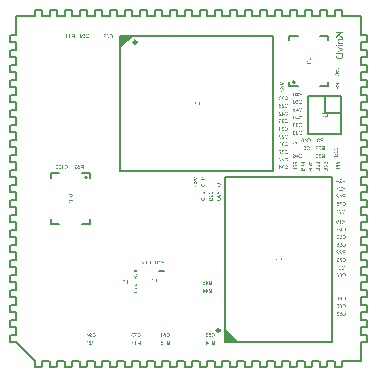
<source format=gbo>
G04 Layer_Color=39107*
%FSLAX44Y44*%
%MOMM*%
G71*
G01*
G75*
%ADD33C,0.2000*%
%ADD35C,0.1500*%
%ADD37C,0.2500*%
G36*
X39105Y270530D02*
X39156Y270456D01*
X39216Y270382D01*
X39271Y270318D01*
X39327Y270262D01*
X39368Y270216D01*
X39387Y270202D01*
X39401Y270188D01*
X39405Y270184D01*
X39410Y270179D01*
X39507Y270100D01*
X39604Y270026D01*
X39697Y269962D01*
X39789Y269911D01*
X39868Y269865D01*
X39900Y269846D01*
X39928Y269832D01*
X39951Y269818D01*
X39969Y269814D01*
X39979Y269804D01*
X39983D01*
Y269425D01*
X39914Y269453D01*
X39845Y269485D01*
X39775Y269518D01*
X39711Y269550D01*
X39655Y269578D01*
X39609Y269601D01*
X39581Y269620D01*
X39576Y269624D01*
X39572D01*
X39489Y269675D01*
X39415Y269726D01*
X39350Y269772D01*
X39299Y269814D01*
X39253Y269846D01*
X39225Y269874D01*
X39202Y269892D01*
X39197Y269897D01*
Y267396D01*
X38804D01*
Y270609D01*
X39059D01*
X39105Y270530D01*
D02*
G37*
G36*
X36618D02*
X36669Y270456D01*
X36729Y270382D01*
X36784Y270318D01*
X36840Y270262D01*
X36881Y270216D01*
X36900Y270202D01*
X36914Y270188D01*
X36918Y270184D01*
X36923Y270179D01*
X37020Y270100D01*
X37117Y270026D01*
X37210Y269962D01*
X37302Y269911D01*
X37381Y269865D01*
X37413Y269846D01*
X37441Y269832D01*
X37464Y269818D01*
X37482Y269814D01*
X37492Y269804D01*
X37496D01*
Y269425D01*
X37427Y269453D01*
X37357Y269485D01*
X37288Y269518D01*
X37223Y269550D01*
X37168Y269578D01*
X37122Y269601D01*
X37094Y269620D01*
X37089Y269624D01*
X37085D01*
X37002Y269675D01*
X36928Y269726D01*
X36863Y269772D01*
X36812Y269814D01*
X36766Y269846D01*
X36738Y269874D01*
X36715Y269892D01*
X36710Y269897D01*
Y267396D01*
X36317D01*
Y270609D01*
X36572D01*
X36618Y270530D01*
D02*
G37*
G36*
X69204Y270350D02*
X69282Y270346D01*
X69356Y270332D01*
X69426Y270318D01*
X69490Y270299D01*
X69550Y270281D01*
X69606Y270258D01*
X69657Y270235D01*
X69703Y270212D01*
X69740Y270188D01*
X69772Y270170D01*
X69800Y270151D01*
X69823Y270138D01*
X69837Y270124D01*
X69846Y270119D01*
X69851Y270114D01*
X69897Y270068D01*
X69939Y270017D01*
X69980Y269962D01*
X70013Y269906D01*
X70068Y269795D01*
X70105Y269685D01*
X70119Y269634D01*
X70133Y269583D01*
X70142Y269541D01*
X70152Y269504D01*
X70156Y269472D01*
Y269449D01*
X70161Y269435D01*
Y269430D01*
X69759Y269389D01*
X69749Y269495D01*
X69731Y269587D01*
X69703Y269671D01*
X69671Y269735D01*
X69643Y269791D01*
X69615Y269828D01*
X69597Y269851D01*
X69587Y269860D01*
X69518Y269916D01*
X69444Y269957D01*
X69366Y269990D01*
X69296Y270008D01*
X69232Y270022D01*
X69176Y270027D01*
X69158Y270031D01*
X69130D01*
X69033Y270027D01*
X68945Y270008D01*
X68871Y269980D01*
X68806Y269953D01*
X68755Y269920D01*
X68723Y269897D01*
X68700Y269879D01*
X68691Y269869D01*
X68635Y269805D01*
X68594Y269740D01*
X68561Y269675D01*
X68543Y269611D01*
X68529Y269560D01*
X68524Y269513D01*
X68520Y269486D01*
Y269481D01*
Y269477D01*
X68529Y269393D01*
X68547Y269305D01*
X68580Y269227D01*
X68612Y269153D01*
X68649Y269093D01*
X68681Y269042D01*
X68691Y269023D01*
X68700Y269010D01*
X68709Y269005D01*
Y269000D01*
X68746Y268950D01*
X68792Y268899D01*
X68843Y268843D01*
X68899Y268788D01*
X69014Y268677D01*
X69130Y268566D01*
X69190Y268515D01*
X69241Y268469D01*
X69292Y268427D01*
X69333Y268390D01*
X69366Y268362D01*
X69393Y268339D01*
X69412Y268325D01*
X69416Y268321D01*
X69532Y268224D01*
X69638Y268131D01*
X69726Y268048D01*
X69795Y267979D01*
X69856Y267919D01*
X69897Y267877D01*
X69920Y267849D01*
X69930Y267845D01*
Y267840D01*
X69994Y267761D01*
X70045Y267687D01*
X70091Y267614D01*
X70128Y267549D01*
X70156Y267493D01*
X70175Y267452D01*
X70184Y267424D01*
X70188Y267419D01*
Y267415D01*
X70207Y267364D01*
X70216Y267318D01*
X70225Y267271D01*
X70230Y267230D01*
X70235Y267193D01*
Y267165D01*
Y267147D01*
Y267142D01*
X68113D01*
Y267521D01*
X69689D01*
X69634Y267600D01*
X69606Y267632D01*
X69583Y267664D01*
X69560Y267692D01*
X69541Y267711D01*
X69527Y267724D01*
X69523Y267729D01*
X69500Y267752D01*
X69472Y267775D01*
X69407Y267835D01*
X69333Y267905D01*
X69255Y267974D01*
X69181Y268034D01*
X69148Y268062D01*
X69121Y268090D01*
X69097Y268108D01*
X69079Y268122D01*
X69070Y268131D01*
X69065Y268136D01*
X68991Y268201D01*
X68917Y268261D01*
X68853Y268321D01*
X68792Y268372D01*
X68737Y268423D01*
X68691Y268469D01*
X68644Y268510D01*
X68608Y268547D01*
X68570Y268584D01*
X68543Y268612D01*
X68520Y268635D01*
X68496Y268658D01*
X68473Y268686D01*
X68464Y268695D01*
X68399Y268774D01*
X68344Y268843D01*
X68298Y268913D01*
X68261Y268968D01*
X68233Y269019D01*
X68215Y269056D01*
X68205Y269079D01*
X68201Y269088D01*
X68173Y269158D01*
X68154Y269227D01*
X68136Y269292D01*
X68127Y269347D01*
X68122Y269398D01*
X68117Y269435D01*
Y269458D01*
Y269467D01*
X68122Y269537D01*
X68131Y269601D01*
X68141Y269666D01*
X68159Y269722D01*
X68205Y269832D01*
X68252Y269920D01*
X68279Y269962D01*
X68302Y269994D01*
X68326Y270027D01*
X68349Y270050D01*
X68367Y270068D01*
X68376Y270087D01*
X68386Y270091D01*
X68390Y270096D01*
X68441Y270142D01*
X68496Y270184D01*
X68557Y270216D01*
X68617Y270244D01*
X68737Y270290D01*
X68857Y270322D01*
X68908Y270332D01*
X68959Y270341D01*
X69005Y270346D01*
X69042Y270350D01*
X69074Y270355D01*
X69121D01*
X69204Y270350D01*
D02*
G37*
G36*
X52531Y268908D02*
X52161Y268857D01*
X52129Y268908D01*
X52087Y268949D01*
X52050Y268991D01*
X52013Y269023D01*
X51976Y269046D01*
X51948Y269069D01*
X51930Y269079D01*
X51925Y269083D01*
X51865Y269111D01*
X51805Y269134D01*
X51750Y269148D01*
X51694Y269162D01*
X51648Y269167D01*
X51611Y269171D01*
X51523D01*
X51468Y269162D01*
X51371Y269139D01*
X51287Y269106D01*
X51213Y269074D01*
X51158Y269037D01*
X51116Y269005D01*
X51093Y268982D01*
X51084Y268977D01*
Y268972D01*
X51019Y268894D01*
X50973Y268811D01*
X50941Y268723D01*
X50918Y268635D01*
X50904Y268561D01*
X50899Y268529D01*
Y268501D01*
X50894Y268478D01*
Y268459D01*
Y268450D01*
Y268445D01*
Y268381D01*
X50904Y268321D01*
X50927Y268205D01*
X50959Y268108D01*
X50992Y268029D01*
X51028Y267965D01*
X51061Y267914D01*
X51075Y267900D01*
X51084Y267886D01*
X51089Y267881D01*
X51093Y267877D01*
X51130Y267840D01*
X51167Y267807D01*
X51250Y267752D01*
X51329Y267715D01*
X51408Y267692D01*
X51472Y267673D01*
X51528Y267669D01*
X51546Y267664D01*
X51574D01*
X51662Y267669D01*
X51740Y267687D01*
X51810Y267710D01*
X51865Y267738D01*
X51916Y267766D01*
X51953Y267789D01*
X51972Y267807D01*
X51981Y267812D01*
X52036Y267877D01*
X52083Y267946D01*
X52119Y268025D01*
X52147Y268094D01*
X52166Y268163D01*
X52180Y268214D01*
X52184Y268237D01*
X52189Y268251D01*
Y268260D01*
Y268265D01*
X52600Y268233D01*
X52591Y268159D01*
X52577Y268089D01*
X52536Y267960D01*
X52485Y267849D01*
X52457Y267798D01*
X52429Y267757D01*
X52406Y267715D01*
X52378Y267678D01*
X52355Y267650D01*
X52332Y267627D01*
X52314Y267609D01*
X52304Y267590D01*
X52295Y267586D01*
X52291Y267581D01*
X52235Y267539D01*
X52180Y267502D01*
X52119Y267470D01*
X52059Y267442D01*
X51944Y267401D01*
X51828Y267373D01*
X51777Y267359D01*
X51727Y267354D01*
X51685Y267350D01*
X51648Y267345D01*
X51616Y267341D01*
X51574D01*
X51477Y267345D01*
X51385Y267359D01*
X51297Y267377D01*
X51218Y267401D01*
X51144Y267433D01*
X51075Y267465D01*
X51010Y267498D01*
X50955Y267535D01*
X50904Y267572D01*
X50858Y267604D01*
X50820Y267641D01*
X50788Y267669D01*
X50765Y267692D01*
X50746Y267710D01*
X50737Y267724D01*
X50733Y267729D01*
X50686Y267789D01*
X50649Y267854D01*
X50613Y267914D01*
X50585Y267978D01*
X50539Y268103D01*
X50511Y268223D01*
X50501Y268274D01*
X50492Y268325D01*
X50488Y268367D01*
X50483Y268404D01*
X50478Y268436D01*
Y268459D01*
Y268473D01*
Y268478D01*
X50483Y268561D01*
X50492Y268640D01*
X50506Y268718D01*
X50525Y268787D01*
X50548Y268852D01*
X50571Y268917D01*
X50599Y268972D01*
X50622Y269023D01*
X50649Y269069D01*
X50677Y269111D01*
X50700Y269143D01*
X50723Y269176D01*
X50742Y269199D01*
X50756Y269213D01*
X50765Y269222D01*
X50770Y269227D01*
X50825Y269277D01*
X50881Y269324D01*
X50941Y269361D01*
X51001Y269393D01*
X51061Y269425D01*
X51121Y269449D01*
X51232Y269481D01*
X51283Y269495D01*
X51329Y269504D01*
X51371Y269509D01*
X51408Y269513D01*
X51435Y269518D01*
X51537D01*
X51592Y269509D01*
X51704Y269485D01*
X51805Y269453D01*
X51898Y269416D01*
X51972Y269379D01*
X52004Y269361D01*
X52032Y269347D01*
X52055Y269333D01*
X52069Y269324D01*
X52078Y269319D01*
X52083Y269314D01*
X51912Y270179D01*
X50631D01*
Y270553D01*
X52221D01*
X52531Y268908D01*
D02*
G37*
G36*
X71626Y270350D02*
X71714Y270341D01*
X71797Y270322D01*
X71876Y270299D01*
X71945Y270267D01*
X72014Y270239D01*
X72075Y270202D01*
X72130Y270170D01*
X72176Y270138D01*
X72222Y270101D01*
X72259Y270073D01*
X72287Y270045D01*
X72310Y270017D01*
X72329Y269999D01*
X72338Y269990D01*
X72343Y269985D01*
X72403Y269902D01*
X72454Y269805D01*
X72500Y269703D01*
X72541Y269597D01*
X72574Y269486D01*
X72602Y269375D01*
X72625Y269259D01*
X72643Y269153D01*
X72657Y269047D01*
X72666Y268950D01*
X72675Y268862D01*
X72680Y268788D01*
Y268723D01*
X72685Y268677D01*
Y268658D01*
Y268644D01*
Y268640D01*
Y268635D01*
X72680Y268487D01*
X72671Y268349D01*
X72657Y268219D01*
X72634Y268099D01*
X72611Y267993D01*
X72588Y267896D01*
X72560Y267808D01*
X72528Y267729D01*
X72500Y267664D01*
X72472Y267604D01*
X72449Y267558D01*
X72421Y267516D01*
X72403Y267484D01*
X72389Y267466D01*
X72380Y267452D01*
X72375Y267447D01*
X72315Y267382D01*
X72250Y267327D01*
X72186Y267281D01*
X72121Y267239D01*
X72051Y267202D01*
X71987Y267174D01*
X71922Y267151D01*
X71857Y267133D01*
X71802Y267119D01*
X71746Y267105D01*
X71700Y267096D01*
X71659Y267091D01*
X71621D01*
X71598Y267087D01*
X71575D01*
X71469Y267091D01*
X71372Y267110D01*
X71284Y267128D01*
X71206Y267156D01*
X71145Y267179D01*
X71099Y267202D01*
X71081Y267207D01*
X71067Y267216D01*
X71062Y267221D01*
X71058D01*
X70979Y267276D01*
X70905Y267341D01*
X70845Y267405D01*
X70794Y267470D01*
X70752Y267530D01*
X70725Y267577D01*
X70715Y267595D01*
X70706Y267609D01*
X70702Y267614D01*
Y267618D01*
X70655Y267715D01*
X70623Y267817D01*
X70600Y267909D01*
X70586Y267997D01*
X70572Y268071D01*
Y268099D01*
X70567Y268127D01*
Y268150D01*
Y268164D01*
Y268173D01*
Y268178D01*
X70572Y268261D01*
X70581Y268339D01*
X70595Y268418D01*
X70609Y268487D01*
X70632Y268552D01*
X70655Y268617D01*
X70679Y268672D01*
X70706Y268723D01*
X70734Y268769D01*
X70757Y268811D01*
X70780Y268843D01*
X70803Y268876D01*
X70817Y268899D01*
X70831Y268913D01*
X70840Y268922D01*
X70845Y268926D01*
X70896Y268977D01*
X70951Y269023D01*
X71011Y269060D01*
X71067Y269093D01*
X71122Y269125D01*
X71178Y269148D01*
X71284Y269181D01*
X71330Y269195D01*
X71377Y269204D01*
X71413Y269208D01*
X71451Y269213D01*
X71478Y269218D01*
X71515D01*
X71598Y269213D01*
X71677Y269199D01*
X71751Y269185D01*
X71816Y269167D01*
X71871Y269144D01*
X71913Y269130D01*
X71940Y269116D01*
X71945Y269111D01*
X71950D01*
X72024Y269065D01*
X72088Y269014D01*
X72148Y268963D01*
X72195Y268908D01*
X72236Y268862D01*
X72269Y268825D01*
X72287Y268797D01*
X72292Y268792D01*
Y268876D01*
X72287Y268959D01*
X72283Y269033D01*
X72273Y269107D01*
X72269Y269171D01*
X72259Y269231D01*
X72250Y269287D01*
X72236Y269338D01*
X72227Y269384D01*
X72218Y269421D01*
X72209Y269453D01*
X72204Y269481D01*
X72195Y269500D01*
X72190Y269513D01*
X72186Y269523D01*
Y269527D01*
X72139Y269620D01*
X72093Y269703D01*
X72042Y269768D01*
X71996Y269823D01*
X71954Y269869D01*
X71922Y269902D01*
X71899Y269920D01*
X71890Y269925D01*
X71834Y269962D01*
X71779Y269985D01*
X71723Y270004D01*
X71668Y270017D01*
X71626Y270027D01*
X71589Y270031D01*
X71557D01*
X71474Y270022D01*
X71395Y270004D01*
X71330Y269976D01*
X71270Y269948D01*
X71224Y269916D01*
X71192Y269888D01*
X71173Y269869D01*
X71164Y269860D01*
X71132Y269819D01*
X71099Y269768D01*
X71071Y269712D01*
X71053Y269657D01*
X71034Y269606D01*
X71021Y269564D01*
X71016Y269537D01*
X71011Y269532D01*
Y269527D01*
X70618Y269560D01*
X70646Y269689D01*
X70688Y269805D01*
X70734Y269906D01*
X70785Y269990D01*
X70836Y270054D01*
X70854Y270082D01*
X70877Y270105D01*
X70891Y270119D01*
X70905Y270133D01*
X70910Y270138D01*
X70914Y270142D01*
X70960Y270179D01*
X71011Y270212D01*
X71113Y270267D01*
X71215Y270304D01*
X71312Y270327D01*
X71400Y270346D01*
X71437Y270350D01*
X71469D01*
X71497Y270355D01*
X71534D01*
X71626Y270350D01*
D02*
G37*
G36*
X49189Y270604D02*
X49263Y270595D01*
X49337Y270581D01*
X49401Y270563D01*
X49526Y270512D01*
X49582Y270489D01*
X49628Y270461D01*
X49674Y270429D01*
X49711Y270405D01*
X49748Y270378D01*
X49776Y270355D01*
X49799Y270336D01*
X49813Y270322D01*
X49822Y270313D01*
X49827Y270308D01*
X49877Y270253D01*
X49919Y270188D01*
X49961Y270128D01*
X49993Y270063D01*
X50021Y269994D01*
X50044Y269929D01*
X50076Y269809D01*
X50090Y269749D01*
X50099Y269698D01*
X50104Y269647D01*
X50109Y269606D01*
X50113Y269573D01*
Y269550D01*
Y269532D01*
Y269527D01*
X50109Y269439D01*
X50099Y269361D01*
X50090Y269282D01*
X50072Y269208D01*
X50048Y269143D01*
X50025Y269079D01*
X50002Y269023D01*
X49974Y268972D01*
X49951Y268926D01*
X49928Y268885D01*
X49905Y268852D01*
X49882Y268820D01*
X49864Y268797D01*
X49854Y268783D01*
X49845Y268774D01*
X49840Y268769D01*
X49790Y268718D01*
X49734Y268676D01*
X49679Y268635D01*
X49619Y268603D01*
X49563Y268575D01*
X49508Y268552D01*
X49401Y268519D01*
X49355Y268505D01*
X49309Y268496D01*
X49272Y268492D01*
X49235Y268487D01*
X49207Y268482D01*
X49170D01*
X49082Y268487D01*
X48999Y268501D01*
X48925Y268519D01*
X48856Y268542D01*
X48805Y268561D01*
X48763Y268579D01*
X48736Y268593D01*
X48726Y268598D01*
X48652Y268644D01*
X48588Y268695D01*
X48532Y268746D01*
X48486Y268792D01*
X48454Y268838D01*
X48426Y268871D01*
X48407Y268894D01*
X48403Y268903D01*
Y268866D01*
Y268843D01*
Y268829D01*
Y268824D01*
X48407Y268732D01*
X48412Y268644D01*
X48421Y268566D01*
X48431Y268492D01*
X48444Y268431D01*
X48454Y268385D01*
X48458Y268367D01*
Y268353D01*
X48463Y268348D01*
Y268344D01*
X48486Y268260D01*
X48509Y268186D01*
X48532Y268122D01*
X48555Y268066D01*
X48574Y268025D01*
X48592Y267992D01*
X48602Y267969D01*
X48606Y267965D01*
X48643Y267914D01*
X48680Y267872D01*
X48717Y267835D01*
X48754Y267803D01*
X48782Y267775D01*
X48810Y267757D01*
X48828Y267747D01*
X48833Y267743D01*
X48884Y267715D01*
X48939Y267696D01*
X48990Y267683D01*
X49041Y267673D01*
X49082Y267669D01*
X49115Y267664D01*
X49147D01*
X49221Y267669D01*
X49290Y267683D01*
X49350Y267701D01*
X49401Y267724D01*
X49438Y267743D01*
X49471Y267761D01*
X49489Y267775D01*
X49494Y267780D01*
X49540Y267831D01*
X49577Y267891D01*
X49609Y267955D01*
X49632Y268020D01*
X49651Y268076D01*
X49665Y268126D01*
X49669Y268145D01*
Y268154D01*
X49674Y268163D01*
Y268168D01*
X50053Y268136D01*
X50025Y268002D01*
X49988Y267886D01*
X49942Y267784D01*
X49896Y267701D01*
X49850Y267636D01*
X49827Y267609D01*
X49808Y267586D01*
X49794Y267572D01*
X49780Y267558D01*
X49776Y267553D01*
X49771Y267549D01*
X49725Y267512D01*
X49674Y267479D01*
X49572Y267428D01*
X49471Y267391D01*
X49374Y267368D01*
X49286Y267350D01*
X49249Y267345D01*
X49216D01*
X49193Y267341D01*
X49156D01*
X49027Y267350D01*
X48911Y267368D01*
X48805Y267401D01*
X48717Y267438D01*
X48680Y267451D01*
X48643Y267470D01*
X48615Y267488D01*
X48588Y267502D01*
X48569Y267512D01*
X48555Y267521D01*
X48546Y267530D01*
X48541D01*
X48449Y267609D01*
X48366Y267696D01*
X48301Y267789D01*
X48246Y267877D01*
X48199Y267955D01*
X48181Y267992D01*
X48167Y268020D01*
X48158Y268048D01*
X48148Y268066D01*
X48144Y268076D01*
Y268080D01*
X48121Y268150D01*
X48098Y268228D01*
X48065Y268385D01*
X48042Y268552D01*
X48028Y268709D01*
X48019Y268778D01*
X48014Y268848D01*
Y268908D01*
X48010Y268958D01*
Y269000D01*
Y269032D01*
Y269056D01*
Y269060D01*
Y269167D01*
X48014Y269268D01*
X48024Y269361D01*
X48033Y269449D01*
X48042Y269527D01*
X48051Y269601D01*
X48065Y269670D01*
X48079Y269730D01*
X48093Y269781D01*
X48102Y269828D01*
X48116Y269869D01*
X48125Y269902D01*
X48135Y269925D01*
X48144Y269943D01*
X48148Y269952D01*
Y269957D01*
X48204Y270068D01*
X48264Y270165D01*
X48333Y270248D01*
X48394Y270318D01*
X48454Y270368D01*
X48500Y270405D01*
X48518Y270419D01*
X48532Y270429D01*
X48537Y270438D01*
X48541D01*
X48639Y270493D01*
X48736Y270535D01*
X48833Y270567D01*
X48920Y270586D01*
X48999Y270600D01*
X49032Y270604D01*
X49055D01*
X49078Y270609D01*
X49110D01*
X49189Y270604D01*
D02*
G37*
G36*
X54436Y270641D02*
X54584Y270618D01*
X54713Y270590D01*
X54773Y270572D01*
X54829Y270553D01*
X54879Y270535D01*
X54925Y270516D01*
X54963Y270502D01*
X54999Y270489D01*
X55023Y270475D01*
X55041Y270466D01*
X55055Y270461D01*
X55060Y270456D01*
X55184Y270378D01*
X55291Y270285D01*
X55383Y270193D01*
X55462Y270100D01*
X55522Y270017D01*
X55545Y269980D01*
X55564Y269948D01*
X55582Y269925D01*
X55591Y269906D01*
X55596Y269892D01*
X55601Y269888D01*
X55665Y269744D01*
X55711Y269596D01*
X55744Y269449D01*
X55767Y269314D01*
X55776Y269254D01*
X55781Y269194D01*
X55785Y269148D01*
Y269102D01*
X55790Y269069D01*
Y269042D01*
Y269023D01*
Y269019D01*
X55781Y268852D01*
X55762Y268690D01*
X55739Y268547D01*
X55721Y268478D01*
X55707Y268418D01*
X55693Y268362D01*
X55674Y268311D01*
X55661Y268265D01*
X55651Y268228D01*
X55637Y268200D01*
X55633Y268177D01*
X55624Y268163D01*
Y268159D01*
X55554Y268020D01*
X55476Y267895D01*
X55392Y267789D01*
X55351Y267747D01*
X55314Y267706D01*
X55277Y267669D01*
X55240Y267636D01*
X55208Y267609D01*
X55180Y267590D01*
X55161Y267572D01*
X55143Y267558D01*
X55134Y267553D01*
X55129Y267549D01*
X55064Y267512D01*
X54999Y267479D01*
X54861Y267428D01*
X54722Y267391D01*
X54588Y267368D01*
X54523Y267359D01*
X54468Y267350D01*
X54417Y267345D01*
X54375D01*
X54338Y267341D01*
X54288D01*
X54195Y267345D01*
X54107Y267354D01*
X54024Y267364D01*
X53945Y267382D01*
X53871Y267405D01*
X53802Y267428D01*
X53738Y267451D01*
X53677Y267479D01*
X53626Y267502D01*
X53576Y267525D01*
X53539Y267549D01*
X53502Y267572D01*
X53479Y267590D01*
X53456Y267599D01*
X53446Y267609D01*
X53442Y267613D01*
X53377Y267669D01*
X53321Y267724D01*
X53271Y267789D01*
X53220Y267854D01*
X53137Y267983D01*
X53072Y268113D01*
X53044Y268173D01*
X53021Y268228D01*
X53003Y268279D01*
X52989Y268321D01*
X52975Y268358D01*
X52965Y268385D01*
X52961Y268404D01*
Y268408D01*
X53386Y268515D01*
X53405Y268441D01*
X53428Y268371D01*
X53451Y268307D01*
X53474Y268247D01*
X53502Y268191D01*
X53530Y268145D01*
X53562Y268099D01*
X53590Y268057D01*
X53613Y268020D01*
X53640Y267992D01*
X53664Y267965D01*
X53682Y267941D01*
X53700Y267928D01*
X53714Y267914D01*
X53719Y267909D01*
X53724Y267904D01*
X53770Y267868D01*
X53821Y267840D01*
X53922Y267789D01*
X54019Y267752D01*
X54117Y267729D01*
X54200Y267710D01*
X54232Y267706D01*
X54264D01*
X54292Y267701D01*
X54325D01*
X54431Y267706D01*
X54533Y267724D01*
X54625Y267747D01*
X54708Y267775D01*
X54773Y267803D01*
X54801Y267817D01*
X54824Y267826D01*
X54842Y267835D01*
X54856Y267844D01*
X54865Y267849D01*
X54870D01*
X54958Y267914D01*
X55032Y267983D01*
X55097Y268062D01*
X55147Y268136D01*
X55189Y268200D01*
X55217Y268256D01*
X55226Y268279D01*
X55235Y268293D01*
X55240Y268302D01*
Y268307D01*
X55277Y268427D01*
X55305Y268547D01*
X55328Y268667D01*
X55342Y268778D01*
X55346Y268829D01*
X55351Y268875D01*
Y268917D01*
X55356Y268949D01*
Y268977D01*
Y269000D01*
Y269014D01*
Y269019D01*
X55351Y269139D01*
X55342Y269250D01*
X55323Y269351D01*
X55305Y269444D01*
X55291Y269522D01*
X55282Y269555D01*
X55272Y269583D01*
X55268Y269606D01*
X55263Y269620D01*
X55258Y269629D01*
Y269633D01*
X55212Y269740D01*
X55161Y269837D01*
X55106Y269915D01*
X55046Y269985D01*
X54995Y270040D01*
X54953Y270077D01*
X54921Y270100D01*
X54916Y270110D01*
X54912D01*
X54815Y270170D01*
X54708Y270216D01*
X54607Y270248D01*
X54510Y270267D01*
X54422Y270281D01*
X54385Y270285D01*
X54352D01*
X54329Y270290D01*
X54292D01*
X54177Y270285D01*
X54070Y270267D01*
X53983Y270239D01*
X53904Y270211D01*
X53844Y270179D01*
X53798Y270156D01*
X53770Y270137D01*
X53761Y270128D01*
X53687Y270059D01*
X53617Y269980D01*
X53562Y269897D01*
X53516Y269814D01*
X53479Y269740D01*
X53465Y269703D01*
X53456Y269675D01*
X53446Y269652D01*
X53437Y269633D01*
X53432Y269624D01*
Y269620D01*
X53016Y269717D01*
X53044Y269800D01*
X53072Y269874D01*
X53109Y269943D01*
X53141Y270012D01*
X53178Y270073D01*
X53220Y270128D01*
X53257Y270184D01*
X53294Y270230D01*
X53331Y270267D01*
X53363Y270304D01*
X53395Y270336D01*
X53418Y270359D01*
X53442Y270382D01*
X53460Y270396D01*
X53469Y270401D01*
X53474Y270405D01*
X53539Y270447D01*
X53603Y270489D01*
X53668Y270521D01*
X53738Y270549D01*
X53876Y270590D01*
X54001Y270618D01*
X54061Y270632D01*
X54112Y270637D01*
X54163Y270641D01*
X54204Y270646D01*
X54237Y270650D01*
X54283D01*
X54436Y270641D01*
D02*
G37*
G36*
X74502Y270387D02*
X74650Y270364D01*
X74779Y270336D01*
X74839Y270318D01*
X74894Y270299D01*
X74945Y270281D01*
X74991Y270262D01*
X75029Y270249D01*
X75065Y270235D01*
X75089Y270221D01*
X75107Y270212D01*
X75121Y270207D01*
X75126Y270202D01*
X75250Y270124D01*
X75357Y270031D01*
X75449Y269939D01*
X75528Y269846D01*
X75588Y269763D01*
X75611Y269726D01*
X75630Y269694D01*
X75648Y269671D01*
X75657Y269652D01*
X75662Y269638D01*
X75666Y269634D01*
X75731Y269490D01*
X75777Y269342D01*
X75810Y269195D01*
X75833Y269060D01*
X75842Y269000D01*
X75847Y268940D01*
X75851Y268894D01*
Y268848D01*
X75856Y268815D01*
Y268788D01*
Y268769D01*
Y268765D01*
X75847Y268598D01*
X75828Y268436D01*
X75805Y268293D01*
X75787Y268224D01*
X75773Y268164D01*
X75759Y268108D01*
X75740Y268057D01*
X75727Y268011D01*
X75717Y267974D01*
X75704Y267946D01*
X75699Y267923D01*
X75690Y267909D01*
Y267905D01*
X75620Y267766D01*
X75542Y267641D01*
X75458Y267535D01*
X75417Y267493D01*
X75380Y267452D01*
X75343Y267415D01*
X75306Y267382D01*
X75273Y267355D01*
X75246Y267336D01*
X75227Y267318D01*
X75209Y267304D01*
X75200Y267299D01*
X75195Y267295D01*
X75130Y267258D01*
X75065Y267225D01*
X74927Y267174D01*
X74788Y267137D01*
X74654Y267114D01*
X74589Y267105D01*
X74534Y267096D01*
X74483Y267091D01*
X74441D01*
X74404Y267087D01*
X74354D01*
X74261Y267091D01*
X74173Y267100D01*
X74090Y267110D01*
X74012Y267128D01*
X73938Y267151D01*
X73868Y267174D01*
X73804Y267197D01*
X73743Y267225D01*
X73692Y267248D01*
X73642Y267271D01*
X73605Y267295D01*
X73568Y267318D01*
X73545Y267336D01*
X73521Y267345D01*
X73512Y267355D01*
X73508Y267359D01*
X73443Y267415D01*
X73387Y267470D01*
X73337Y267535D01*
X73286Y267600D01*
X73203Y267729D01*
X73138Y267859D01*
X73110Y267919D01*
X73087Y267974D01*
X73068Y268025D01*
X73055Y268067D01*
X73041Y268104D01*
X73032Y268131D01*
X73027Y268150D01*
Y268154D01*
X73452Y268261D01*
X73471Y268187D01*
X73494Y268117D01*
X73517Y268053D01*
X73540Y267993D01*
X73568Y267937D01*
X73595Y267891D01*
X73628Y267845D01*
X73656Y267803D01*
X73679Y267766D01*
X73706Y267738D01*
X73730Y267711D01*
X73748Y267687D01*
X73766Y267674D01*
X73780Y267660D01*
X73785Y267655D01*
X73790Y267651D01*
X73836Y267614D01*
X73887Y267586D01*
X73988Y267535D01*
X74085Y267498D01*
X74183Y267475D01*
X74266Y267456D01*
X74298Y267452D01*
X74331D01*
X74358Y267447D01*
X74391D01*
X74497Y267452D01*
X74599Y267470D01*
X74691Y267493D01*
X74774Y267521D01*
X74839Y267549D01*
X74867Y267563D01*
X74890Y267572D01*
X74908Y267581D01*
X74922Y267590D01*
X74931Y267595D01*
X74936D01*
X75024Y267660D01*
X75098Y267729D01*
X75163Y267808D01*
X75213Y267882D01*
X75255Y267946D01*
X75283Y268002D01*
X75292Y268025D01*
X75301Y268039D01*
X75306Y268048D01*
Y268053D01*
X75343Y268173D01*
X75371Y268293D01*
X75394Y268413D01*
X75408Y268524D01*
X75412Y268575D01*
X75417Y268621D01*
Y268663D01*
X75422Y268695D01*
Y268723D01*
Y268746D01*
Y268760D01*
Y268765D01*
X75417Y268885D01*
X75408Y268996D01*
X75389Y269097D01*
X75371Y269190D01*
X75357Y269268D01*
X75347Y269301D01*
X75338Y269329D01*
X75334Y269352D01*
X75329Y269366D01*
X75324Y269375D01*
Y269379D01*
X75278Y269486D01*
X75227Y269583D01*
X75172Y269661D01*
X75112Y269731D01*
X75061Y269786D01*
X75019Y269823D01*
X74987Y269846D01*
X74982Y269856D01*
X74978D01*
X74881Y269916D01*
X74774Y269962D01*
X74673Y269994D01*
X74576Y270013D01*
X74488Y270027D01*
X74451Y270031D01*
X74418D01*
X74395Y270036D01*
X74358D01*
X74243Y270031D01*
X74136Y270013D01*
X74049Y269985D01*
X73970Y269957D01*
X73910Y269925D01*
X73864Y269902D01*
X73836Y269883D01*
X73827Y269874D01*
X73753Y269805D01*
X73683Y269726D01*
X73628Y269643D01*
X73582Y269560D01*
X73545Y269486D01*
X73531Y269449D01*
X73521Y269421D01*
X73512Y269398D01*
X73503Y269379D01*
X73498Y269370D01*
Y269366D01*
X73082Y269463D01*
X73110Y269546D01*
X73138Y269620D01*
X73175Y269689D01*
X73207Y269758D01*
X73244Y269819D01*
X73286Y269874D01*
X73323Y269930D01*
X73360Y269976D01*
X73397Y270013D01*
X73429Y270050D01*
X73461Y270082D01*
X73485Y270105D01*
X73508Y270128D01*
X73526Y270142D01*
X73535Y270147D01*
X73540Y270151D01*
X73605Y270193D01*
X73669Y270235D01*
X73734Y270267D01*
X73804Y270295D01*
X73942Y270336D01*
X74067Y270364D01*
X74127Y270378D01*
X74178Y270383D01*
X74229Y270387D01*
X74270Y270392D01*
X74303Y270396D01*
X74349D01*
X74502Y270387D01*
D02*
G37*
G36*
X43344Y267396D02*
X42919D01*
Y268815D01*
X42373D01*
X42322Y268811D01*
X42285D01*
X42253Y268806D01*
X42230Y268801D01*
X42211D01*
X42202Y268797D01*
X42198D01*
X42124Y268774D01*
X42091Y268760D01*
X42063Y268746D01*
X42036Y268732D01*
X42017Y268723D01*
X42008Y268718D01*
X42003Y268713D01*
X41966Y268686D01*
X41929Y268653D01*
X41860Y268584D01*
X41828Y268552D01*
X41805Y268524D01*
X41791Y268505D01*
X41786Y268501D01*
X41740Y268436D01*
X41689Y268367D01*
X41638Y268293D01*
X41587Y268223D01*
X41546Y268159D01*
X41513Y268108D01*
X41500Y268089D01*
X41490Y268076D01*
X41481Y268066D01*
Y268062D01*
X41060Y267396D01*
X40533D01*
X41083Y268265D01*
X41148Y268358D01*
X41208Y268441D01*
X41268Y268510D01*
X41319Y268575D01*
X41365Y268621D01*
X41402Y268658D01*
X41425Y268681D01*
X41435Y268690D01*
X41472Y268718D01*
X41513Y268750D01*
X41597Y268801D01*
X41634Y268820D01*
X41661Y268838D01*
X41680Y268848D01*
X41689Y268852D01*
X41606Y268866D01*
X41527Y268880D01*
X41458Y268903D01*
X41389Y268922D01*
X41329Y268945D01*
X41273Y268972D01*
X41222Y268995D01*
X41176Y269019D01*
X41139Y269046D01*
X41102Y269069D01*
X41074Y269088D01*
X41051Y269106D01*
X41033Y269120D01*
X41019Y269134D01*
X41014Y269139D01*
X41009Y269143D01*
X40972Y269190D01*
X40936Y269236D01*
X40880Y269333D01*
X40843Y269430D01*
X40815Y269522D01*
X40797Y269601D01*
X40792Y269633D01*
Y269666D01*
X40788Y269689D01*
Y269707D01*
Y269717D01*
Y269721D01*
X40792Y269818D01*
X40806Y269906D01*
X40829Y269989D01*
X40852Y270059D01*
X40880Y270119D01*
X40898Y270165D01*
X40917Y270193D01*
X40922Y270197D01*
Y270202D01*
X40977Y270276D01*
X41033Y270341D01*
X41093Y270396D01*
X41148Y270438D01*
X41199Y270470D01*
X41241Y270489D01*
X41268Y270502D01*
X41273Y270507D01*
X41278D01*
X41319Y270521D01*
X41370Y270535D01*
X41472Y270558D01*
X41583Y270572D01*
X41684Y270586D01*
X41782Y270590D01*
X41823D01*
X41860Y270595D01*
X43344D01*
Y267396D01*
D02*
G37*
G36*
X270750Y271149D02*
X268531D01*
X267523Y270105D01*
X270750Y267830D01*
Y266712D01*
X266950Y269513D01*
X264352Y266832D01*
Y267987D01*
X267533Y271149D01*
X264352D01*
Y272000D01*
X270750D01*
Y271149D01*
D02*
G37*
G36*
Y265315D02*
X268069D01*
X267912Y265297D01*
X267782Y265278D01*
X267662Y265260D01*
X267551Y265232D01*
X267449Y265205D01*
X267357Y265168D01*
X267283Y265131D01*
X267218Y265103D01*
X267163Y265066D01*
X267117Y265038D01*
X267080Y265010D01*
X267033Y264973D01*
X267015Y264955D01*
X266904Y264816D01*
X266830Y264668D01*
X266774Y264520D01*
X266728Y264391D01*
X266710Y264271D01*
X266700Y264178D01*
X266691Y264141D01*
Y264114D01*
Y264104D01*
Y264095D01*
X266700Y263984D01*
X266710Y263873D01*
X266737Y263781D01*
X266765Y263707D01*
X266793Y263642D01*
X266811Y263587D01*
X266830Y263559D01*
X266839Y263549D01*
X266895Y263466D01*
X266959Y263392D01*
X267024Y263337D01*
X267080Y263291D01*
X267135Y263263D01*
X267181Y263235D01*
X267209Y263217D01*
X267218D01*
X267320Y263189D01*
X267431Y263161D01*
X267551Y263143D01*
X267671Y263134D01*
X267773Y263124D01*
X270750D01*
Y262338D01*
X267708D01*
X267551Y262348D01*
X267422Y262357D01*
X267311D01*
X267237Y262366D01*
X267181Y262375D01*
X267144Y262385D01*
X267135D01*
X267015Y262412D01*
X266904Y262458D01*
X266811Y262495D01*
X266719Y262533D01*
X266654Y262579D01*
X266608Y262607D01*
X266571Y262625D01*
X266562Y262634D01*
X266469Y262708D01*
X266395Y262791D01*
X266321Y262875D01*
X266266Y262967D01*
X266220Y263041D01*
X266192Y263106D01*
X266173Y263143D01*
X266164Y263161D01*
X266109Y263291D01*
X266072Y263429D01*
X266044Y263559D01*
X266026Y263679D01*
X266016Y263781D01*
X266007Y263855D01*
Y263910D01*
Y263919D01*
Y263929D01*
X266016Y264104D01*
X266044Y264271D01*
X266081Y264419D01*
X266127Y264566D01*
X266183Y264696D01*
X266247Y264816D01*
X266321Y264927D01*
X266386Y265020D01*
X266460Y265112D01*
X266534Y265186D01*
X266599Y265251D01*
X266654Y265306D01*
X266700Y265343D01*
X266737Y265371D01*
X266765Y265389D01*
X266774Y265399D01*
X266109D01*
Y266101D01*
X270750D01*
Y265315D01*
D02*
G37*
G36*
Y260341D02*
X266109D01*
Y261127D01*
X270750D01*
Y260341D01*
D02*
G37*
G36*
X265249D02*
X264352D01*
Y261127D01*
X265249D01*
Y260341D01*
D02*
G37*
G36*
X81750Y259250D02*
Y269250D01*
X91750D01*
X81750Y259250D01*
D02*
G37*
G36*
X270750Y257882D02*
Y257133D01*
X266109Y255367D01*
Y256181D01*
X268947Y257207D01*
X269132Y257272D01*
X269298Y257337D01*
X269456Y257383D01*
X269576Y257429D01*
X269687Y257457D01*
X269761Y257484D01*
X269807Y257494D01*
X269825Y257503D01*
X269650Y257558D01*
X269474Y257605D01*
X269317Y257660D01*
X269178Y257706D01*
X269058Y257743D01*
X268966Y257771D01*
X268938Y257780D01*
X268910Y257789D01*
X268901Y257799D01*
X268892D01*
X266109Y258797D01*
Y259629D01*
X270750Y257882D01*
D02*
G37*
G36*
Y252261D02*
X270741Y252048D01*
X270732Y251854D01*
X270713Y251678D01*
X270695Y251530D01*
X270676Y251401D01*
X270667Y251308D01*
X270658Y251281D01*
X270648Y251253D01*
Y251244D01*
Y251234D01*
X270602Y251068D01*
X270547Y250920D01*
X270500Y250791D01*
X270445Y250680D01*
X270399Y250587D01*
X270362Y250522D01*
X270334Y250485D01*
X270325Y250467D01*
X270242Y250347D01*
X270140Y250245D01*
X270047Y250143D01*
X269955Y250060D01*
X269872Y249986D01*
X269807Y249931D01*
X269761Y249894D01*
X269742Y249884D01*
X269594Y249792D01*
X269437Y249700D01*
X269289Y249626D01*
X269141Y249570D01*
X269012Y249515D01*
X268910Y249478D01*
X268873Y249468D01*
X268845Y249459D01*
X268827Y249450D01*
X268818D01*
X268596Y249394D01*
X268374Y249348D01*
X268161Y249321D01*
X267958Y249293D01*
X267782Y249284D01*
X267708D01*
X267644Y249274D01*
X267523D01*
X267209Y249284D01*
X266922Y249311D01*
X266663Y249357D01*
X266543Y249376D01*
X266442Y249404D01*
X266340Y249431D01*
X266257Y249450D01*
X266183Y249468D01*
X266118Y249496D01*
X266063Y249505D01*
X266026Y249524D01*
X266007Y249533D01*
X265998D01*
X265757Y249635D01*
X265545Y249755D01*
X265360Y249884D01*
X265203Y250005D01*
X265073Y250116D01*
X264981Y250208D01*
X264953Y250245D01*
X264925Y250273D01*
X264916Y250282D01*
X264907Y250291D01*
X264787Y250439D01*
X264694Y250596D01*
X264611Y250754D01*
X264546Y250902D01*
X264500Y251031D01*
X264472Y251133D01*
X264454Y251170D01*
Y251197D01*
X264445Y251216D01*
Y251225D01*
X264417Y251382D01*
X264389Y251567D01*
X264370Y251752D01*
X264361Y251937D01*
X264352Y252104D01*
Y252177D01*
Y252242D01*
Y252288D01*
Y252325D01*
Y252353D01*
Y252362D01*
Y254563D01*
X270750D01*
Y252261D01*
D02*
G37*
G36*
X240573Y248848D02*
X240652Y248904D01*
X240684Y248932D01*
X240716Y248955D01*
X240744Y248978D01*
X240763Y248996D01*
X240777Y249010D01*
X240781Y249015D01*
X240804Y249038D01*
X240827Y249066D01*
X240887Y249130D01*
X240957Y249204D01*
X241026Y249283D01*
X241086Y249357D01*
X241114Y249389D01*
X241142Y249417D01*
X241160Y249440D01*
X241174Y249459D01*
X241183Y249468D01*
X241188Y249472D01*
X241253Y249546D01*
X241313Y249620D01*
X241373Y249685D01*
X241424Y249745D01*
X241474Y249801D01*
X241521Y249847D01*
X241562Y249893D01*
X241599Y249930D01*
X241636Y249967D01*
X241664Y249995D01*
X241687Y250018D01*
X241710Y250041D01*
X241738Y250064D01*
X241747Y250073D01*
X241826Y250138D01*
X241895Y250194D01*
X241964Y250240D01*
X242020Y250277D01*
X242071Y250305D01*
X242108Y250323D01*
X242131Y250332D01*
X242140Y250337D01*
X242209Y250365D01*
X242279Y250383D01*
X242344Y250402D01*
X242399Y250411D01*
X242450Y250415D01*
X242487Y250420D01*
X242519D01*
X242589Y250415D01*
X242653Y250406D01*
X242718Y250397D01*
X242773Y250378D01*
X242885Y250332D01*
X242972Y250286D01*
X243014Y250258D01*
X243046Y250235D01*
X243079Y250212D01*
X243102Y250189D01*
X243120Y250170D01*
X243139Y250161D01*
X243143Y250152D01*
X243148Y250147D01*
X243194Y250096D01*
X243236Y250041D01*
X243268Y249981D01*
X243296Y249921D01*
X243342Y249801D01*
X243375Y249680D01*
X243384Y249629D01*
X243393Y249579D01*
X243398Y249533D01*
X243402Y249496D01*
X243407Y249463D01*
Y249435D01*
Y249422D01*
Y249417D01*
X243402Y249334D01*
X243398Y249255D01*
X243384Y249181D01*
X243370Y249112D01*
X243351Y249047D01*
X243333Y248987D01*
X243310Y248932D01*
X243287Y248881D01*
X243263Y248834D01*
X243240Y248797D01*
X243222Y248765D01*
X243204Y248737D01*
X243190Y248714D01*
X243176Y248700D01*
X243171Y248691D01*
X243167Y248687D01*
X243120Y248640D01*
X243069Y248599D01*
X243014Y248557D01*
X242958Y248525D01*
X242847Y248469D01*
X242736Y248432D01*
X242686Y248418D01*
X242635Y248405D01*
X242593Y248395D01*
X242556Y248386D01*
X242524Y248381D01*
X242501D01*
X242487Y248377D01*
X242482D01*
X242441Y248779D01*
X242547Y248788D01*
X242640Y248807D01*
X242723Y248834D01*
X242787Y248867D01*
X242843Y248895D01*
X242880Y248922D01*
X242903Y248941D01*
X242912Y248950D01*
X242968Y249019D01*
X243009Y249093D01*
X243042Y249172D01*
X243060Y249241D01*
X243074Y249306D01*
X243079Y249361D01*
X243083Y249380D01*
Y249394D01*
Y249403D01*
Y249408D01*
X243079Y249505D01*
X243060Y249593D01*
X243032Y249667D01*
X243005Y249731D01*
X242972Y249782D01*
X242949Y249814D01*
X242931Y249838D01*
X242922Y249847D01*
X242857Y249902D01*
X242792Y249944D01*
X242727Y249976D01*
X242663Y249995D01*
X242612Y250009D01*
X242565Y250013D01*
X242538Y250018D01*
X242528D01*
X242445Y250009D01*
X242358Y249990D01*
X242279Y249958D01*
X242205Y249925D01*
X242145Y249888D01*
X242094Y249856D01*
X242076Y249847D01*
X242062Y249838D01*
X242057Y249828D01*
X242052D01*
X242001Y249791D01*
X241951Y249745D01*
X241895Y249694D01*
X241840Y249639D01*
X241729Y249523D01*
X241618Y249408D01*
X241567Y249348D01*
X241521Y249297D01*
X241479Y249246D01*
X241442Y249204D01*
X241414Y249172D01*
X241391Y249144D01*
X241377Y249126D01*
X241373Y249121D01*
X241276Y249006D01*
X241183Y248899D01*
X241100Y248811D01*
X241031Y248742D01*
X240971Y248682D01*
X240929Y248640D01*
X240901Y248617D01*
X240897Y248608D01*
X240892D01*
X240814Y248543D01*
X240739Y248492D01*
X240665Y248446D01*
X240601Y248409D01*
X240545Y248381D01*
X240504Y248363D01*
X240476Y248354D01*
X240471Y248349D01*
X240467D01*
X240416Y248330D01*
X240370Y248321D01*
X240323Y248312D01*
X240282Y248307D01*
X240245Y248303D01*
X240194D01*
Y250425D01*
X240573D01*
Y248848D01*
D02*
G37*
G36*
X243393Y247388D02*
X241437D01*
X241336Y247378D01*
X241248Y247369D01*
X241165Y247355D01*
X241091Y247341D01*
X241021Y247323D01*
X240961Y247309D01*
X240910Y247290D01*
X240869Y247272D01*
X240827Y247253D01*
X240800Y247235D01*
X240772Y247221D01*
X240753Y247207D01*
X240739Y247198D01*
X240735Y247193D01*
X240730Y247189D01*
X240693Y247147D01*
X240661Y247101D01*
X240610Y246999D01*
X240573Y246893D01*
X240550Y246782D01*
X240532Y246680D01*
X240527Y246639D01*
Y246597D01*
X240522Y246569D01*
Y246542D01*
Y246528D01*
Y246523D01*
X240527Y246426D01*
X240541Y246338D01*
X240555Y246255D01*
X240578Y246190D01*
X240596Y246135D01*
X240610Y246093D01*
X240624Y246070D01*
X240629Y246061D01*
X240670Y245996D01*
X240721Y245941D01*
X240772Y245894D01*
X240818Y245862D01*
X240864Y245834D01*
X240897Y245811D01*
X240920Y245802D01*
X240929Y245797D01*
X240971Y245783D01*
X241012Y245774D01*
X241109Y245756D01*
X241211Y245742D01*
X241313Y245732D01*
X241401Y245728D01*
X241442D01*
X241474Y245723D01*
X243393D01*
Y245298D01*
X241451D01*
X241364Y245303D01*
X241280Y245307D01*
X241202Y245317D01*
X241132Y245326D01*
X241068Y245335D01*
X241008Y245349D01*
X240952Y245358D01*
X240901Y245367D01*
X240860Y245381D01*
X240823Y245390D01*
X240795Y245400D01*
X240772Y245409D01*
X240753Y245414D01*
X240744Y245418D01*
X240739D01*
X240638Y245469D01*
X240545Y245534D01*
X240471Y245599D01*
X240407Y245668D01*
X240356Y245728D01*
X240319Y245779D01*
X240310Y245797D01*
X240300Y245811D01*
X240291Y245820D01*
Y245825D01*
X240240Y245941D01*
X240203Y246061D01*
X240175Y246186D01*
X240157Y246301D01*
X240152Y246352D01*
X240148Y246403D01*
X240143Y246449D01*
Y246486D01*
X240138Y246518D01*
Y246542D01*
Y246555D01*
Y246560D01*
X240148Y246726D01*
X240157Y246800D01*
X240166Y246870D01*
X240180Y246939D01*
X240194Y246999D01*
X240208Y247055D01*
X240226Y247106D01*
X240245Y247152D01*
X240259Y247189D01*
X240273Y247226D01*
X240287Y247253D01*
X240300Y247276D01*
X240305Y247290D01*
X240314Y247300D01*
Y247304D01*
X240383Y247406D01*
X240462Y247489D01*
X240536Y247554D01*
X240610Y247609D01*
X240675Y247651D01*
X240726Y247679D01*
X240744Y247688D01*
X240758Y247697D01*
X240767Y247702D01*
X240772D01*
X240827Y247720D01*
X240887Y247739D01*
X241012Y247767D01*
X241142Y247785D01*
X241266Y247799D01*
X241322Y247803D01*
X241377Y247808D01*
X241424D01*
X241465Y247813D01*
X243393D01*
Y247388D01*
D02*
G37*
G36*
X267537Y241786D02*
X267458Y241740D01*
X267384Y241689D01*
X267310Y241629D01*
X267246Y241573D01*
X267190Y241518D01*
X267144Y241476D01*
X267130Y241458D01*
X267116Y241444D01*
X267112Y241439D01*
X267107Y241434D01*
X267028Y241337D01*
X266954Y241240D01*
X266890Y241148D01*
X266839Y241055D01*
X266793Y240977D01*
X266774Y240944D01*
X266760Y240917D01*
X266746Y240894D01*
X266742Y240875D01*
X266733Y240866D01*
Y240861D01*
X266353D01*
X266381Y240931D01*
X266413Y241000D01*
X266446Y241069D01*
X266478Y241134D01*
X266506Y241189D01*
X266529Y241236D01*
X266548Y241263D01*
X266552Y241268D01*
Y241273D01*
X266603Y241356D01*
X266654Y241430D01*
X266700Y241495D01*
X266742Y241545D01*
X266774Y241592D01*
X266802Y241619D01*
X266820Y241642D01*
X266825Y241647D01*
X264324D01*
Y242040D01*
X267537D01*
Y241786D01*
D02*
G37*
G36*
X265452Y239724D02*
X267523D01*
Y239405D01*
X265452Y237940D01*
X265091D01*
Y239331D01*
X264324D01*
Y239724D01*
X265091D01*
Y240159D01*
X265452D01*
Y239724D01*
D02*
G37*
G36*
X265443Y237288D02*
X265369Y237269D01*
X265299Y237246D01*
X265235Y237223D01*
X265175Y237200D01*
X265119Y237172D01*
X265073Y237145D01*
X265027Y237112D01*
X264985Y237084D01*
X264948Y237061D01*
X264920Y237034D01*
X264893Y237010D01*
X264869Y236992D01*
X264856Y236973D01*
X264842Y236960D01*
X264837Y236955D01*
X264832Y236950D01*
X264795Y236904D01*
X264768Y236853D01*
X264717Y236752D01*
X264680Y236654D01*
X264657Y236557D01*
X264638Y236474D01*
X264634Y236442D01*
Y236409D01*
X264629Y236382D01*
Y236363D01*
Y236354D01*
Y236349D01*
X264634Y236243D01*
X264652Y236141D01*
X264675Y236049D01*
X264703Y235966D01*
X264731Y235901D01*
X264745Y235873D01*
X264754Y235850D01*
X264763Y235832D01*
X264772Y235818D01*
X264777Y235809D01*
Y235804D01*
X264842Y235716D01*
X264911Y235642D01*
X264990Y235577D01*
X265064Y235527D01*
X265128Y235485D01*
X265184Y235457D01*
X265207Y235448D01*
X265221Y235439D01*
X265230Y235434D01*
X265235D01*
X265355Y235397D01*
X265475Y235369D01*
X265595Y235346D01*
X265706Y235332D01*
X265757Y235328D01*
X265803Y235323D01*
X265845D01*
X265877Y235319D01*
X265947D01*
X266067Y235323D01*
X266178Y235332D01*
X266280Y235351D01*
X266372Y235369D01*
X266451Y235383D01*
X266483Y235392D01*
X266511Y235402D01*
X266534Y235406D01*
X266548Y235411D01*
X266557Y235416D01*
X266561D01*
X266668Y235462D01*
X266765Y235513D01*
X266843Y235568D01*
X266913Y235628D01*
X266968Y235679D01*
X267005Y235721D01*
X267028Y235753D01*
X267038Y235758D01*
Y235762D01*
X267098Y235859D01*
X267144Y235966D01*
X267176Y236067D01*
X267195Y236164D01*
X267209Y236252D01*
X267213Y236289D01*
Y236322D01*
X267218Y236345D01*
Y236363D01*
Y236377D01*
Y236382D01*
X267213Y236497D01*
X267195Y236604D01*
X267167Y236691D01*
X267139Y236770D01*
X267107Y236830D01*
X267084Y236876D01*
X267065Y236904D01*
X267056Y236913D01*
X266987Y236987D01*
X266908Y237057D01*
X266825Y237112D01*
X266742Y237158D01*
X266668Y237195D01*
X266631Y237209D01*
X266603Y237218D01*
X266580Y237228D01*
X266561Y237237D01*
X266552Y237242D01*
X266548D01*
X266645Y237658D01*
X266728Y237630D01*
X266802Y237602D01*
X266871Y237565D01*
X266940Y237533D01*
X267001Y237496D01*
X267056Y237454D01*
X267112Y237417D01*
X267158Y237380D01*
X267195Y237343D01*
X267232Y237311D01*
X267264Y237279D01*
X267287Y237255D01*
X267310Y237232D01*
X267324Y237214D01*
X267329Y237205D01*
X267334Y237200D01*
X267375Y237135D01*
X267417Y237071D01*
X267449Y237006D01*
X267477Y236936D01*
X267518Y236798D01*
X267546Y236673D01*
X267560Y236613D01*
X267565Y236562D01*
X267569Y236511D01*
X267574Y236470D01*
X267579Y236437D01*
Y236414D01*
Y236396D01*
Y236391D01*
X267569Y236238D01*
X267546Y236091D01*
X267518Y235961D01*
X267500Y235901D01*
X267481Y235846D01*
X267463Y235795D01*
X267444Y235748D01*
X267430Y235711D01*
X267417Y235674D01*
X267403Y235651D01*
X267393Y235633D01*
X267389Y235619D01*
X267384Y235614D01*
X267306Y235490D01*
X267213Y235383D01*
X267121Y235291D01*
X267028Y235212D01*
X266945Y235152D01*
X266908Y235129D01*
X266876Y235110D01*
X266853Y235092D01*
X266834Y235083D01*
X266820Y235078D01*
X266816Y235074D01*
X266672Y235009D01*
X266525Y234963D01*
X266376Y234930D01*
X266243Y234907D01*
X266182Y234898D01*
X266122Y234893D01*
X266076Y234889D01*
X266030D01*
X265998Y234884D01*
X265947D01*
X265780Y234893D01*
X265618Y234912D01*
X265475Y234935D01*
X265406Y234953D01*
X265346Y234967D01*
X265290Y234981D01*
X265239Y235000D01*
X265193Y235013D01*
X265156Y235023D01*
X265128Y235037D01*
X265105Y235041D01*
X265091Y235050D01*
X265087D01*
X264948Y235120D01*
X264823Y235198D01*
X264717Y235282D01*
X264675Y235323D01*
X264634Y235360D01*
X264597Y235397D01*
X264564Y235434D01*
X264537Y235466D01*
X264518Y235494D01*
X264500Y235513D01*
X264486Y235531D01*
X264481Y235540D01*
X264477Y235545D01*
X264440Y235610D01*
X264407Y235674D01*
X264356Y235813D01*
X264319Y235952D01*
X264296Y236086D01*
X264287Y236151D01*
X264278Y236206D01*
X264273Y236257D01*
Y236299D01*
X264268Y236336D01*
Y236363D01*
Y236382D01*
Y236386D01*
X264273Y236479D01*
X264282Y236567D01*
X264292Y236650D01*
X264310Y236728D01*
X264333Y236802D01*
X264356Y236872D01*
X264380Y236936D01*
X264407Y236997D01*
X264430Y237048D01*
X264453Y237098D01*
X264477Y237135D01*
X264500Y237172D01*
X264518Y237195D01*
X264527Y237218D01*
X264537Y237228D01*
X264541Y237232D01*
X264597Y237297D01*
X264652Y237353D01*
X264717Y237403D01*
X264782Y237454D01*
X264911Y237537D01*
X265040Y237602D01*
X265101Y237630D01*
X265156Y237653D01*
X265207Y237672D01*
X265249Y237685D01*
X265286Y237699D01*
X265313Y237708D01*
X265332Y237713D01*
X265336D01*
X265443Y237288D01*
D02*
G37*
G36*
X218134Y229701D02*
X218236Y229682D01*
X218323Y229655D01*
X218398Y229627D01*
X218458Y229599D01*
X218504Y229571D01*
X218532Y229553D01*
X218541Y229548D01*
X218610Y229484D01*
X218670Y229414D01*
X218717Y229340D01*
X218754Y229266D01*
X218781Y229202D01*
X218800Y229151D01*
X218804Y229132D01*
X218809Y229118D01*
X218814Y229109D01*
Y229105D01*
X218855Y229183D01*
X218897Y229248D01*
X218943Y229303D01*
X218985Y229350D01*
X219022Y229387D01*
X219054Y229414D01*
X219072Y229428D01*
X219082Y229433D01*
X219146Y229470D01*
X219211Y229498D01*
X219276Y229521D01*
X219336Y229534D01*
X219387Y229544D01*
X219424Y229548D01*
X219461D01*
X219539Y229544D01*
X219618Y229530D01*
X219687Y229511D01*
X219747Y229488D01*
X219798Y229465D01*
X219840Y229447D01*
X219863Y229433D01*
X219872Y229428D01*
X219942Y229382D01*
X220002Y229326D01*
X220053Y229271D01*
X220099Y229216D01*
X220131Y229169D01*
X220159Y229128D01*
X220173Y229100D01*
X220177Y229095D01*
Y229091D01*
X220214Y229007D01*
X220242Y228924D01*
X220265Y228841D01*
X220279Y228767D01*
X220288Y228707D01*
X220293Y228656D01*
Y228638D01*
Y228624D01*
Y228615D01*
Y228610D01*
Y228541D01*
X220284Y228476D01*
X220261Y228351D01*
X220224Y228245D01*
X220187Y228152D01*
X220163Y228111D01*
X220145Y228078D01*
X220126Y228046D01*
X220108Y228023D01*
X220094Y228004D01*
X220085Y227990D01*
X220080Y227981D01*
X220076Y227977D01*
X219988Y227889D01*
X219891Y227819D01*
X219789Y227764D01*
X219687Y227718D01*
X219599Y227690D01*
X219562Y227676D01*
X219530Y227667D01*
X219502Y227662D01*
X219484Y227658D01*
X219470Y227653D01*
X219465D01*
X219396Y228046D01*
X219498Y228064D01*
X219586Y228092D01*
X219660Y228125D01*
X219720Y228157D01*
X219766Y228189D01*
X219798Y228217D01*
X219821Y228235D01*
X219826Y228240D01*
X219872Y228300D01*
X219909Y228365D01*
X219932Y228425D01*
X219951Y228485D01*
X219960Y228541D01*
X219969Y228582D01*
Y228610D01*
Y228615D01*
Y228619D01*
X219965Y228702D01*
X219946Y228776D01*
X219923Y228841D01*
X219900Y228897D01*
X219872Y228938D01*
X219849Y228971D01*
X219831Y228994D01*
X219826Y228998D01*
X219771Y229049D01*
X219710Y229086D01*
X219650Y229109D01*
X219595Y229128D01*
X219544Y229137D01*
X219507Y229146D01*
X219419D01*
X219373Y229137D01*
X219294Y229114D01*
X219225Y229081D01*
X219165Y229044D01*
X219123Y229007D01*
X219091Y228975D01*
X219072Y228952D01*
X219068Y228947D01*
Y228943D01*
X219026Y228864D01*
X218994Y228790D01*
X218971Y228712D01*
X218957Y228642D01*
X218948Y228582D01*
X218938Y228531D01*
Y228513D01*
Y228499D01*
Y228494D01*
Y228490D01*
Y228471D01*
X218943Y228453D01*
Y228434D01*
Y228430D01*
X218596Y228383D01*
X218610Y228444D01*
X218619Y228499D01*
X218629Y228545D01*
X218633Y228587D01*
X218638Y228619D01*
Y228642D01*
Y228656D01*
Y228661D01*
X218629Y228758D01*
X218610Y228846D01*
X218582Y228924D01*
X218550Y228989D01*
X218518Y229040D01*
X218490Y229077D01*
X218472Y229100D01*
X218462Y229109D01*
X218393Y229169D01*
X218319Y229216D01*
X218245Y229248D01*
X218171Y229266D01*
X218111Y229280D01*
X218060Y229285D01*
X218042Y229289D01*
X218014D01*
X217912Y229280D01*
X217820Y229257D01*
X217741Y229229D01*
X217672Y229192D01*
X217616Y229155D01*
X217575Y229128D01*
X217547Y229105D01*
X217538Y229095D01*
X217473Y229021D01*
X217427Y228943D01*
X217394Y228864D01*
X217371Y228790D01*
X217357Y228725D01*
X217353Y228675D01*
X217348Y228656D01*
Y228642D01*
Y228633D01*
Y228628D01*
X217353Y228545D01*
X217371Y228467D01*
X217394Y228397D01*
X217422Y228342D01*
X217445Y228296D01*
X217468Y228259D01*
X217487Y228240D01*
X217491Y228231D01*
X217556Y228175D01*
X217630Y228129D01*
X217709Y228088D01*
X217792Y228055D01*
X217861Y228032D01*
X217894Y228023D01*
X217921Y228018D01*
X217945Y228014D01*
X217963Y228009D01*
X217972Y228004D01*
X217977D01*
X217926Y227611D01*
X217852Y227621D01*
X217783Y227635D01*
X217653Y227676D01*
X217542Y227727D01*
X217496Y227755D01*
X217450Y227782D01*
X217408Y227810D01*
X217376Y227838D01*
X217344Y227861D01*
X217320Y227884D01*
X217302Y227898D01*
X217288Y227912D01*
X217279Y227921D01*
X217274Y227926D01*
X217233Y227981D01*
X217191Y228037D01*
X217159Y228092D01*
X217131Y228152D01*
X217085Y228268D01*
X217057Y228379D01*
X217048Y228430D01*
X217038Y228476D01*
X217034Y228517D01*
X217029Y228554D01*
X217024Y228582D01*
Y228605D01*
Y228619D01*
Y228624D01*
X217029Y228712D01*
X217038Y228790D01*
X217052Y228869D01*
X217071Y228943D01*
X217094Y229012D01*
X217117Y229072D01*
X217145Y229132D01*
X217173Y229183D01*
X217196Y229234D01*
X217223Y229276D01*
X217246Y229313D01*
X217269Y229340D01*
X217288Y229363D01*
X217302Y229382D01*
X217311Y229391D01*
X217316Y229396D01*
X217371Y229451D01*
X217431Y229498D01*
X217491Y229539D01*
X217551Y229576D01*
X217607Y229604D01*
X217667Y229632D01*
X217778Y229669D01*
X217829Y229678D01*
X217875Y229687D01*
X217917Y229696D01*
X217954Y229701D01*
X217981Y229706D01*
X218023D01*
X218134Y229701D01*
D02*
G37*
G36*
X265341Y229121D02*
X265438Y229102D01*
X265526Y229075D01*
X265600Y229047D01*
X265660Y229019D01*
X265706Y228992D01*
X265734Y228973D01*
X265739Y228969D01*
X265743D01*
X265817Y228904D01*
X265882Y228834D01*
X265933Y228761D01*
X265979Y228691D01*
X266011Y228626D01*
X266034Y228571D01*
X266044Y228552D01*
X266048Y228539D01*
X266053Y228529D01*
Y228525D01*
X266090Y228608D01*
X266131Y228677D01*
X266173Y228737D01*
X266215Y228788D01*
X266252Y228825D01*
X266280Y228853D01*
X266298Y228871D01*
X266307Y228876D01*
X266372Y228918D01*
X266437Y228945D01*
X266501Y228969D01*
X266566Y228982D01*
X266617Y228992D01*
X266658Y228996D01*
X266695D01*
X266760Y228992D01*
X266820Y228987D01*
X266936Y228955D01*
X267038Y228913D01*
X267125Y228867D01*
X267195Y228820D01*
X267222Y228797D01*
X267250Y228779D01*
X267269Y228761D01*
X267283Y228747D01*
X267287Y228742D01*
X267292Y228737D01*
X267334Y228687D01*
X267375Y228636D01*
X267407Y228580D01*
X267435Y228525D01*
X267477Y228414D01*
X267505Y228303D01*
X267518Y228257D01*
X267523Y228210D01*
X267528Y228169D01*
X267532Y228132D01*
X267537Y228104D01*
Y228081D01*
Y228067D01*
Y228062D01*
X267532Y227988D01*
X267528Y227915D01*
X267500Y227785D01*
X267481Y227725D01*
X267463Y227670D01*
X267440Y227619D01*
X267417Y227572D01*
X267393Y227535D01*
X267370Y227498D01*
X267352Y227466D01*
X267334Y227443D01*
X267320Y227425D01*
X267306Y227411D01*
X267301Y227401D01*
X267297Y227397D01*
X267250Y227355D01*
X267204Y227313D01*
X267153Y227281D01*
X267102Y227253D01*
X267005Y227207D01*
X266913Y227180D01*
X266834Y227161D01*
X266797Y227156D01*
X266770Y227152D01*
X266742Y227147D01*
X266709D01*
X266626Y227152D01*
X266548Y227166D01*
X266478Y227184D01*
X266418Y227207D01*
X266372Y227226D01*
X266335Y227244D01*
X266316Y227258D01*
X266307Y227263D01*
X266252Y227313D01*
X266201Y227369D01*
X266155Y227429D01*
X266118Y227489D01*
X266090Y227545D01*
X266071Y227586D01*
X266062Y227605D01*
X266058Y227619D01*
X266053Y227623D01*
Y227628D01*
X266021Y227521D01*
X265979Y227434D01*
X265928Y227355D01*
X265882Y227290D01*
X265836Y227240D01*
X265799Y227203D01*
X265776Y227184D01*
X265771Y227175D01*
X265766D01*
X265683Y227124D01*
X265595Y227082D01*
X265512Y227055D01*
X265429Y227036D01*
X265355Y227027D01*
X265322Y227022D01*
X265295D01*
X265276Y227018D01*
X265244D01*
X265170Y227022D01*
X265096Y227031D01*
X265027Y227045D01*
X264957Y227064D01*
X264842Y227110D01*
X264786Y227133D01*
X264740Y227161D01*
X264694Y227189D01*
X264657Y227212D01*
X264625Y227240D01*
X264597Y227258D01*
X264574Y227276D01*
X264560Y227290D01*
X264550Y227300D01*
X264546Y227304D01*
X264495Y227360D01*
X264453Y227420D01*
X264417Y227485D01*
X264384Y227549D01*
X264361Y227609D01*
X264338Y227674D01*
X264305Y227799D01*
X264292Y227854D01*
X264282Y227905D01*
X264278Y227952D01*
X264273Y227993D01*
X264268Y228025D01*
Y228048D01*
Y228067D01*
Y228072D01*
X264273Y228160D01*
X264282Y228238D01*
X264296Y228317D01*
X264310Y228391D01*
X264333Y228455D01*
X264356Y228520D01*
X264380Y228580D01*
X264407Y228631D01*
X264435Y228677D01*
X264458Y228719D01*
X264481Y228751D01*
X264504Y228784D01*
X264518Y228807D01*
X264532Y228820D01*
X264541Y228830D01*
X264546Y228834D01*
X264601Y228885D01*
X264657Y228932D01*
X264712Y228969D01*
X264772Y229001D01*
X264828Y229033D01*
X264888Y229056D01*
X264994Y229089D01*
X265045Y229102D01*
X265091Y229112D01*
X265133Y229116D01*
X265165Y229121D01*
X265193Y229126D01*
X265235D01*
X265341Y229121D01*
D02*
G37*
G36*
X218208Y226770D02*
X220279D01*
Y226451D01*
X218208Y224986D01*
X217847D01*
Y226377D01*
X217080D01*
Y226770D01*
X217847D01*
Y227205D01*
X218208D01*
Y226770D01*
D02*
G37*
G36*
X265193Y226222D02*
X265286Y226158D01*
X265369Y226098D01*
X265438Y226038D01*
X265503Y225987D01*
X265549Y225940D01*
X265586Y225904D01*
X265609Y225880D01*
X265618Y225871D01*
X265646Y225834D01*
X265679Y225793D01*
X265729Y225709D01*
X265748Y225672D01*
X265766Y225645D01*
X265776Y225626D01*
X265780Y225617D01*
X265794Y225700D01*
X265808Y225779D01*
X265831Y225848D01*
X265849Y225917D01*
X265873Y225977D01*
X265900Y226033D01*
X265924Y226084D01*
X265947Y226130D01*
X265974Y226167D01*
X265998Y226204D01*
X266016Y226232D01*
X266034Y226255D01*
X266048Y226273D01*
X266062Y226287D01*
X266067Y226292D01*
X266071Y226297D01*
X266118Y226334D01*
X266164Y226371D01*
X266261Y226426D01*
X266358Y226463D01*
X266451Y226491D01*
X266529Y226509D01*
X266561Y226514D01*
X266594D01*
X266617Y226518D01*
X266649D01*
X266746Y226514D01*
X266834Y226500D01*
X266917Y226477D01*
X266987Y226454D01*
X267047Y226426D01*
X267093Y226407D01*
X267121Y226389D01*
X267125Y226384D01*
X267130D01*
X267204Y226329D01*
X267269Y226273D01*
X267324Y226213D01*
X267366Y226158D01*
X267398Y226107D01*
X267417Y226065D01*
X267430Y226038D01*
X267435Y226033D01*
Y226028D01*
X267449Y225987D01*
X267463Y225936D01*
X267486Y225834D01*
X267500Y225723D01*
X267514Y225622D01*
X267518Y225525D01*
Y225483D01*
X267523Y225446D01*
Y225418D01*
Y225395D01*
Y225381D01*
Y225377D01*
Y223962D01*
X264324D01*
Y224387D01*
X265743D01*
Y224877D01*
Y224933D01*
X265739Y224984D01*
Y225021D01*
X265734Y225053D01*
X265729Y225076D01*
Y225095D01*
X265725Y225104D01*
Y225108D01*
X265702Y225182D01*
X265688Y225215D01*
X265674Y225243D01*
X265660Y225270D01*
X265651Y225289D01*
X265646Y225298D01*
X265641Y225303D01*
X265614Y225340D01*
X265581Y225377D01*
X265512Y225446D01*
X265480Y225478D01*
X265452Y225501D01*
X265434Y225515D01*
X265429Y225520D01*
X265364Y225566D01*
X265295Y225617D01*
X265221Y225668D01*
X265152Y225719D01*
X265087Y225760D01*
X265036Y225793D01*
X265017Y225807D01*
X265004Y225816D01*
X264994Y225825D01*
X264990D01*
X264324Y226246D01*
Y226773D01*
X265193Y226222D01*
D02*
G37*
G36*
X218199Y224334D02*
X218125Y224315D01*
X218055Y224292D01*
X217991Y224269D01*
X217931Y224246D01*
X217875Y224218D01*
X217829Y224191D01*
X217783Y224158D01*
X217741Y224130D01*
X217704Y224107D01*
X217676Y224080D01*
X217649Y224056D01*
X217626Y224038D01*
X217612Y224020D01*
X217598Y224006D01*
X217593Y224001D01*
X217589Y223996D01*
X217551Y223950D01*
X217524Y223899D01*
X217473Y223798D01*
X217436Y223701D01*
X217413Y223603D01*
X217394Y223520D01*
X217390Y223488D01*
Y223456D01*
X217385Y223428D01*
Y223409D01*
Y223400D01*
Y223395D01*
X217390Y223289D01*
X217408Y223187D01*
X217431Y223095D01*
X217459Y223012D01*
X217487Y222947D01*
X217501Y222919D01*
X217510Y222896D01*
X217519Y222878D01*
X217528Y222864D01*
X217533Y222854D01*
Y222850D01*
X217598Y222762D01*
X217667Y222688D01*
X217746Y222623D01*
X217820Y222573D01*
X217884Y222531D01*
X217940Y222503D01*
X217963Y222494D01*
X217977Y222485D01*
X217986Y222480D01*
X217991D01*
X218111Y222443D01*
X218231Y222415D01*
X218351Y222392D01*
X218462Y222378D01*
X218513Y222374D01*
X218559Y222369D01*
X218601D01*
X218633Y222365D01*
X218703D01*
X218823Y222369D01*
X218934Y222378D01*
X219035Y222397D01*
X219128Y222415D01*
X219207Y222429D01*
X219239Y222439D01*
X219267Y222448D01*
X219290Y222452D01*
X219304Y222457D01*
X219313Y222462D01*
X219317D01*
X219424Y222508D01*
X219521Y222559D01*
X219599Y222614D01*
X219669Y222674D01*
X219724Y222725D01*
X219761Y222767D01*
X219784Y222799D01*
X219794Y222804D01*
Y222808D01*
X219854Y222905D01*
X219900Y223012D01*
X219932Y223113D01*
X219951Y223211D01*
X219965Y223298D01*
X219969Y223335D01*
Y223368D01*
X219974Y223391D01*
Y223409D01*
Y223423D01*
Y223428D01*
X219969Y223543D01*
X219951Y223650D01*
X219923Y223738D01*
X219895Y223816D01*
X219863Y223876D01*
X219840Y223922D01*
X219821Y223950D01*
X219812Y223959D01*
X219743Y224033D01*
X219664Y224103D01*
X219581Y224158D01*
X219498Y224204D01*
X219424Y224241D01*
X219387Y224255D01*
X219359Y224265D01*
X219336Y224274D01*
X219317Y224283D01*
X219308Y224288D01*
X219304D01*
X219401Y224704D01*
X219484Y224676D01*
X219558Y224648D01*
X219627Y224611D01*
X219697Y224579D01*
X219757Y224542D01*
X219812Y224500D01*
X219868Y224463D01*
X219914Y224426D01*
X219951Y224389D01*
X219988Y224357D01*
X220020Y224325D01*
X220043Y224301D01*
X220066Y224278D01*
X220080Y224260D01*
X220085Y224251D01*
X220089Y224246D01*
X220131Y224181D01*
X220173Y224117D01*
X220205Y224052D01*
X220233Y223983D01*
X220274Y223844D01*
X220302Y223719D01*
X220316Y223659D01*
X220321Y223608D01*
X220325Y223557D01*
X220330Y223516D01*
X220334Y223483D01*
Y223460D01*
Y223442D01*
Y223437D01*
X220325Y223284D01*
X220302Y223137D01*
X220274Y223007D01*
X220256Y222947D01*
X220237Y222892D01*
X220219Y222841D01*
X220200Y222794D01*
X220187Y222757D01*
X220173Y222721D01*
X220159Y222697D01*
X220149Y222679D01*
X220145Y222665D01*
X220140Y222660D01*
X220062Y222536D01*
X219969Y222429D01*
X219877Y222337D01*
X219784Y222258D01*
X219701Y222198D01*
X219664Y222175D01*
X219632Y222157D01*
X219609Y222138D01*
X219590Y222129D01*
X219576Y222124D01*
X219572Y222120D01*
X219428Y222055D01*
X219280Y222009D01*
X219132Y221976D01*
X218999Y221953D01*
X218938Y221944D01*
X218878Y221939D01*
X218832Y221935D01*
X218786D01*
X218754Y221930D01*
X218703D01*
X218536Y221939D01*
X218374Y221958D01*
X218231Y221981D01*
X218162Y221999D01*
X218102Y222013D01*
X218046Y222027D01*
X217995Y222046D01*
X217949Y222059D01*
X217912Y222069D01*
X217884Y222083D01*
X217861Y222087D01*
X217847Y222096D01*
X217843D01*
X217704Y222166D01*
X217579Y222244D01*
X217473Y222327D01*
X217431Y222369D01*
X217390Y222406D01*
X217353Y222443D01*
X217320Y222480D01*
X217293Y222512D01*
X217274Y222540D01*
X217256Y222559D01*
X217242Y222577D01*
X217237Y222586D01*
X217233Y222591D01*
X217196Y222656D01*
X217163Y222721D01*
X217112Y222859D01*
X217075Y222998D01*
X217052Y223132D01*
X217043Y223197D01*
X217034Y223252D01*
X217029Y223303D01*
Y223345D01*
X217024Y223382D01*
Y223409D01*
Y223428D01*
Y223432D01*
X217029Y223525D01*
X217038Y223613D01*
X217048Y223696D01*
X217066Y223775D01*
X217089Y223848D01*
X217112Y223918D01*
X217136Y223983D01*
X217163Y224043D01*
X217186Y224093D01*
X217209Y224144D01*
X217233Y224181D01*
X217256Y224218D01*
X217274Y224241D01*
X217283Y224265D01*
X217293Y224274D01*
X217297Y224278D01*
X217353Y224343D01*
X217408Y224399D01*
X217473Y224449D01*
X217538Y224500D01*
X217667Y224583D01*
X217796Y224648D01*
X217857Y224676D01*
X217912Y224699D01*
X217963Y224718D01*
X218005Y224731D01*
X218042Y224745D01*
X218069Y224755D01*
X218088Y224759D01*
X218092D01*
X218199Y224334D01*
D02*
G37*
G36*
X232201Y221070D02*
X232325Y221047D01*
X232432Y221010D01*
X232524Y220972D01*
X232566Y220949D01*
X232598Y220931D01*
X232631Y220912D01*
X232654Y220894D01*
X232672Y220880D01*
X232686Y220871D01*
X232695Y220866D01*
X232700Y220862D01*
X232788Y220774D01*
X232857Y220677D01*
X232913Y220575D01*
X232959Y220473D01*
X232987Y220385D01*
X233000Y220348D01*
X233010Y220316D01*
X233014Y220288D01*
X233019Y220270D01*
X233023Y220256D01*
Y220251D01*
X232631Y220182D01*
X232612Y220284D01*
X232584Y220371D01*
X232552Y220445D01*
X232520Y220506D01*
X232487Y220552D01*
X232460Y220584D01*
X232441Y220607D01*
X232436Y220612D01*
X232376Y220658D01*
X232312Y220695D01*
X232251Y220718D01*
X232191Y220737D01*
X232136Y220746D01*
X232094Y220755D01*
X232057D01*
X231974Y220751D01*
X231900Y220732D01*
X231835Y220709D01*
X231780Y220686D01*
X231738Y220658D01*
X231706Y220635D01*
X231683Y220617D01*
X231678Y220612D01*
X231627Y220557D01*
X231590Y220496D01*
X231567Y220436D01*
X231549Y220381D01*
X231540Y220330D01*
X231530Y220293D01*
Y220265D01*
Y220261D01*
Y220256D01*
Y220205D01*
X231540Y220159D01*
X231563Y220080D01*
X231595Y220011D01*
X231632Y219951D01*
X231669Y219909D01*
X231701Y219877D01*
X231724Y219858D01*
X231729Y219854D01*
X231734D01*
X231812Y219812D01*
X231886Y219780D01*
X231965Y219757D01*
X232034Y219743D01*
X232094Y219734D01*
X232145Y219724D01*
X232205D01*
X232224Y219729D01*
X232247D01*
X232293Y219382D01*
X232233Y219396D01*
X232178Y219405D01*
X232131Y219415D01*
X232090Y219419D01*
X232057Y219424D01*
X232016D01*
X231919Y219415D01*
X231831Y219396D01*
X231752Y219368D01*
X231688Y219336D01*
X231637Y219304D01*
X231600Y219276D01*
X231576Y219257D01*
X231567Y219248D01*
X231507Y219179D01*
X231461Y219105D01*
X231429Y219031D01*
X231410Y218957D01*
X231396Y218897D01*
X231392Y218846D01*
X231387Y218827D01*
Y218814D01*
Y218804D01*
Y218800D01*
X231396Y218698D01*
X231419Y218606D01*
X231447Y218527D01*
X231484Y218458D01*
X231521Y218402D01*
X231549Y218361D01*
X231572Y218333D01*
X231581Y218324D01*
X231655Y218259D01*
X231734Y218213D01*
X231812Y218180D01*
X231886Y218157D01*
X231951Y218143D01*
X232002Y218139D01*
X232020Y218134D01*
X232048D01*
X232131Y218139D01*
X232210Y218157D01*
X232279Y218180D01*
X232335Y218208D01*
X232381Y218231D01*
X232418Y218254D01*
X232436Y218273D01*
X232446Y218277D01*
X232501Y218342D01*
X232547Y218416D01*
X232589Y218495D01*
X232621Y218578D01*
X232644Y218647D01*
X232654Y218680D01*
X232658Y218707D01*
X232663Y218730D01*
X232668Y218749D01*
X232672Y218758D01*
Y218763D01*
X233065Y218712D01*
X233056Y218638D01*
X233042Y218569D01*
X233000Y218439D01*
X232950Y218328D01*
X232922Y218282D01*
X232894Y218236D01*
X232866Y218194D01*
X232839Y218162D01*
X232815Y218130D01*
X232792Y218106D01*
X232778Y218088D01*
X232765Y218074D01*
X232755Y218065D01*
X232751Y218060D01*
X232695Y218018D01*
X232640Y217977D01*
X232584Y217945D01*
X232524Y217917D01*
X232409Y217871D01*
X232298Y217843D01*
X232247Y217834D01*
X232201Y217824D01*
X232159Y217820D01*
X232122Y217815D01*
X232094Y217810D01*
X232053D01*
X231965Y217815D01*
X231886Y217824D01*
X231808Y217838D01*
X231734Y217857D01*
X231664Y217880D01*
X231604Y217903D01*
X231544Y217931D01*
X231493Y217958D01*
X231443Y217982D01*
X231401Y218009D01*
X231364Y218032D01*
X231336Y218055D01*
X231313Y218074D01*
X231295Y218088D01*
X231285Y218097D01*
X231281Y218102D01*
X231225Y218157D01*
X231179Y218217D01*
X231137Y218277D01*
X231100Y218337D01*
X231073Y218393D01*
X231045Y218453D01*
X231008Y218564D01*
X230999Y218615D01*
X230989Y218661D01*
X230980Y218703D01*
X230976Y218740D01*
X230971Y218767D01*
Y218790D01*
Y218804D01*
Y218809D01*
X230976Y218920D01*
X230994Y219022D01*
X231022Y219109D01*
X231050Y219184D01*
X231077Y219244D01*
X231105Y219290D01*
X231124Y219317D01*
X231128Y219327D01*
X231193Y219396D01*
X231262Y219456D01*
X231336Y219503D01*
X231410Y219539D01*
X231475Y219567D01*
X231526Y219586D01*
X231544Y219590D01*
X231558Y219595D01*
X231567Y219599D01*
X231572D01*
X231493Y219641D01*
X231429Y219683D01*
X231373Y219729D01*
X231327Y219771D01*
X231290Y219808D01*
X231262Y219840D01*
X231248Y219858D01*
X231244Y219868D01*
X231207Y219932D01*
X231179Y219997D01*
X231156Y220062D01*
X231142Y220122D01*
X231133Y220173D01*
X231128Y220210D01*
Y220238D01*
Y220247D01*
X231133Y220325D01*
X231147Y220404D01*
X231165Y220473D01*
X231188Y220533D01*
X231211Y220584D01*
X231230Y220626D01*
X231244Y220649D01*
X231248Y220658D01*
X231295Y220728D01*
X231350Y220788D01*
X231406Y220838D01*
X231461Y220885D01*
X231507Y220917D01*
X231549Y220945D01*
X231576Y220959D01*
X231581Y220963D01*
X231586D01*
X231669Y221000D01*
X231752Y221028D01*
X231835Y221051D01*
X231909Y221065D01*
X231970Y221074D01*
X232020Y221079D01*
X232136D01*
X232201Y221070D01*
D02*
G37*
G36*
X236130Y217866D02*
X235705D01*
Y219285D01*
X235159D01*
X235108Y219281D01*
X235071D01*
X235039Y219276D01*
X235016Y219271D01*
X234997D01*
X234988Y219267D01*
X234984D01*
X234910Y219244D01*
X234877Y219230D01*
X234849Y219216D01*
X234822Y219202D01*
X234803Y219193D01*
X234794Y219188D01*
X234789Y219184D01*
X234752Y219156D01*
X234715Y219123D01*
X234646Y219054D01*
X234614Y219022D01*
X234591Y218994D01*
X234577Y218976D01*
X234572Y218971D01*
X234526Y218906D01*
X234475Y218837D01*
X234424Y218763D01*
X234373Y218694D01*
X234332Y218629D01*
X234299Y218578D01*
X234286Y218559D01*
X234276Y218545D01*
X234267Y218536D01*
Y218532D01*
X233846Y217866D01*
X233319D01*
X233869Y218735D01*
X233934Y218827D01*
X233994Y218911D01*
X234054Y218980D01*
X234105Y219045D01*
X234151Y219091D01*
X234188Y219128D01*
X234212Y219151D01*
X234221Y219160D01*
X234258Y219188D01*
X234299Y219221D01*
X234383Y219271D01*
X234420Y219290D01*
X234447Y219308D01*
X234466Y219317D01*
X234475Y219322D01*
X234392Y219336D01*
X234313Y219350D01*
X234244Y219373D01*
X234175Y219391D01*
X234114Y219415D01*
X234059Y219442D01*
X234008Y219466D01*
X233962Y219489D01*
X233925Y219516D01*
X233888Y219539D01*
X233860Y219558D01*
X233837Y219576D01*
X233819Y219590D01*
X233805Y219604D01*
X233800Y219609D01*
X233796Y219613D01*
X233759Y219660D01*
X233722Y219706D01*
X233666Y219803D01*
X233629Y219900D01*
X233601Y219993D01*
X233583Y220071D01*
X233578Y220103D01*
Y220136D01*
X233574Y220159D01*
Y220177D01*
Y220187D01*
Y220191D01*
X233578Y220288D01*
X233592Y220376D01*
X233615Y220459D01*
X233638Y220529D01*
X233666Y220589D01*
X233685Y220635D01*
X233703Y220663D01*
X233708Y220667D01*
Y220672D01*
X233763Y220746D01*
X233819Y220811D01*
X233879Y220866D01*
X233934Y220908D01*
X233985Y220940D01*
X234027Y220959D01*
X234054Y220972D01*
X234059Y220977D01*
X234064D01*
X234105Y220991D01*
X234156Y221005D01*
X234258Y221028D01*
X234369Y221042D01*
X234470Y221056D01*
X234568Y221060D01*
X234609D01*
X234646Y221065D01*
X236130D01*
Y217866D01*
D02*
G37*
G36*
X229663Y221070D02*
X229778Y221051D01*
X229875Y221019D01*
X229959Y220986D01*
X230028Y220949D01*
X230056Y220935D01*
X230079Y220917D01*
X230097Y220908D01*
X230111Y220898D01*
X230116Y220889D01*
X230120D01*
X230204Y220815D01*
X230273Y220728D01*
X230333Y220640D01*
X230379Y220557D01*
X230416Y220478D01*
X230435Y220445D01*
X230444Y220413D01*
X230453Y220390D01*
X230462Y220371D01*
X230467Y220362D01*
Y220358D01*
X230486Y220288D01*
X230504Y220219D01*
X230532Y220066D01*
X230555Y219914D01*
X230569Y219771D01*
X230573Y219701D01*
X230578Y219641D01*
Y219586D01*
X230583Y219535D01*
Y219498D01*
Y219466D01*
Y219447D01*
Y219442D01*
X230578Y219281D01*
X230569Y219128D01*
X230555Y218989D01*
X230532Y218860D01*
X230509Y218740D01*
X230481Y218633D01*
X230453Y218536D01*
X230425Y218453D01*
X230398Y218379D01*
X230365Y218314D01*
X230342Y218259D01*
X230319Y218217D01*
X230296Y218180D01*
X230282Y218157D01*
X230273Y218143D01*
X230268Y218139D01*
X230217Y218083D01*
X230162Y218032D01*
X230102Y217986D01*
X230042Y217949D01*
X229982Y217917D01*
X229922Y217889D01*
X229862Y217871D01*
X229806Y217852D01*
X229750Y217838D01*
X229700Y217829D01*
X229653Y217820D01*
X229617Y217815D01*
X229584Y217810D01*
X229538D01*
X229413Y217820D01*
X229298Y217838D01*
X229200Y217871D01*
X229117Y217903D01*
X229048Y217935D01*
X229025Y217954D01*
X229002Y217968D01*
X228983Y217977D01*
X228969Y217986D01*
X228965Y217995D01*
X228960D01*
X228877Y218074D01*
X228808Y218157D01*
X228747Y218250D01*
X228701Y218333D01*
X228664Y218412D01*
X228646Y218444D01*
X228636Y218476D01*
X228627Y218499D01*
X228618Y218518D01*
X228613Y218527D01*
Y218532D01*
X228590Y218601D01*
X228572Y218670D01*
X228544Y218818D01*
X228521Y218971D01*
X228507Y219119D01*
X228502Y219184D01*
X228498Y219244D01*
Y219299D01*
X228493Y219350D01*
Y219387D01*
Y219419D01*
Y219438D01*
Y219442D01*
Y219530D01*
X228498Y219613D01*
Y219687D01*
X228502Y219761D01*
X228512Y219826D01*
X228516Y219891D01*
X228521Y219946D01*
X228530Y219997D01*
X228535Y220043D01*
X228544Y220085D01*
X228549Y220117D01*
X228553Y220145D01*
X228558Y220168D01*
X228563Y220182D01*
X228567Y220191D01*
Y220196D01*
X228595Y220298D01*
X228627Y220390D01*
X228664Y220469D01*
X228692Y220538D01*
X228724Y220598D01*
X228743Y220640D01*
X228761Y220663D01*
X228766Y220672D01*
X228817Y220741D01*
X228868Y220802D01*
X228923Y220852D01*
X228974Y220898D01*
X229020Y220931D01*
X229057Y220954D01*
X229080Y220968D01*
X229085Y220972D01*
X229090D01*
X229163Y221010D01*
X229242Y221033D01*
X229316Y221051D01*
X229385Y221065D01*
X229445Y221074D01*
X229496Y221079D01*
X229538D01*
X229663Y221070D01*
D02*
G37*
G36*
X220133Y217768D02*
X220258Y217745D01*
X220364Y217708D01*
X220457Y217670D01*
X220498Y217647D01*
X220531Y217629D01*
X220563Y217610D01*
X220586Y217592D01*
X220605Y217578D01*
X220619Y217569D01*
X220628Y217564D01*
X220632Y217560D01*
X220720Y217472D01*
X220790Y217375D01*
X220845Y217273D01*
X220891Y217171D01*
X220919Y217083D01*
X220933Y217046D01*
X220942Y217014D01*
X220947Y216986D01*
X220951Y216968D01*
X220956Y216954D01*
Y216949D01*
X220563Y216880D01*
X220545Y216982D01*
X220517Y217069D01*
X220485Y217143D01*
X220452Y217204D01*
X220420Y217250D01*
X220392Y217282D01*
X220374Y217305D01*
X220369Y217310D01*
X220309Y217356D01*
X220244Y217393D01*
X220184Y217416D01*
X220124Y217435D01*
X220068Y217444D01*
X220027Y217453D01*
X219990D01*
X219907Y217449D01*
X219833Y217430D01*
X219768Y217407D01*
X219713Y217384D01*
X219671Y217356D01*
X219639Y217333D01*
X219615Y217315D01*
X219611Y217310D01*
X219560Y217255D01*
X219523Y217194D01*
X219500Y217134D01*
X219481Y217079D01*
X219472Y217028D01*
X219463Y216991D01*
Y216963D01*
Y216959D01*
Y216954D01*
Y216903D01*
X219472Y216857D01*
X219495Y216778D01*
X219528Y216709D01*
X219565Y216649D01*
X219602Y216607D01*
X219634Y216575D01*
X219657Y216556D01*
X219662Y216552D01*
X219666D01*
X219745Y216510D01*
X219819Y216478D01*
X219897Y216455D01*
X219967Y216441D01*
X220027Y216432D01*
X220078Y216422D01*
X220138D01*
X220156Y216427D01*
X220179D01*
X220226Y216080D01*
X220166Y216094D01*
X220110Y216103D01*
X220064Y216113D01*
X220022Y216117D01*
X219990Y216122D01*
X219948D01*
X219851Y216113D01*
X219763Y216094D01*
X219685Y216066D01*
X219620Y216034D01*
X219569Y216002D01*
X219532Y215974D01*
X219509Y215955D01*
X219500Y215946D01*
X219440Y215877D01*
X219394Y215803D01*
X219361Y215729D01*
X219343Y215655D01*
X219329Y215595D01*
X219324Y215544D01*
X219320Y215525D01*
Y215512D01*
Y215502D01*
Y215498D01*
X219329Y215396D01*
X219352Y215304D01*
X219380Y215225D01*
X219417Y215156D01*
X219454Y215100D01*
X219481Y215059D01*
X219505Y215031D01*
X219514Y215022D01*
X219588Y214957D01*
X219666Y214911D01*
X219745Y214878D01*
X219819Y214855D01*
X219884Y214841D01*
X219934Y214837D01*
X219953Y214832D01*
X219981D01*
X220064Y214837D01*
X220142Y214855D01*
X220212Y214878D01*
X220267Y214906D01*
X220313Y214929D01*
X220350Y214952D01*
X220369Y214971D01*
X220378Y214975D01*
X220434Y215040D01*
X220480Y215114D01*
X220522Y215193D01*
X220554Y215276D01*
X220577Y215345D01*
X220586Y215378D01*
X220591Y215405D01*
X220595Y215428D01*
X220600Y215447D01*
X220605Y215456D01*
Y215461D01*
X220998Y215410D01*
X220988Y215336D01*
X220975Y215267D01*
X220933Y215137D01*
X220882Y215026D01*
X220854Y214980D01*
X220827Y214934D01*
X220799Y214892D01*
X220771Y214860D01*
X220748Y214827D01*
X220725Y214804D01*
X220711Y214786D01*
X220697Y214772D01*
X220688Y214763D01*
X220683Y214758D01*
X220628Y214716D01*
X220572Y214675D01*
X220517Y214643D01*
X220457Y214615D01*
X220341Y214569D01*
X220230Y214541D01*
X220179Y214532D01*
X220133Y214522D01*
X220092Y214518D01*
X220055Y214513D01*
X220027Y214508D01*
X219985D01*
X219897Y214513D01*
X219819Y214522D01*
X219740Y214536D01*
X219666Y214555D01*
X219597Y214578D01*
X219537Y214601D01*
X219477Y214629D01*
X219426Y214656D01*
X219375Y214680D01*
X219333Y214707D01*
X219296Y214730D01*
X219269Y214753D01*
X219246Y214772D01*
X219227Y214786D01*
X219218Y214795D01*
X219213Y214800D01*
X219158Y214855D01*
X219112Y214915D01*
X219070Y214975D01*
X219033Y215035D01*
X219005Y215091D01*
X218978Y215151D01*
X218941Y215262D01*
X218931Y215313D01*
X218922Y215359D01*
X218913Y215401D01*
X218908Y215438D01*
X218904Y215465D01*
Y215488D01*
Y215502D01*
Y215507D01*
X218908Y215618D01*
X218927Y215720D01*
X218954Y215807D01*
X218982Y215882D01*
X219010Y215942D01*
X219038Y215988D01*
X219056Y216015D01*
X219061Y216025D01*
X219125Y216094D01*
X219195Y216154D01*
X219269Y216201D01*
X219343Y216237D01*
X219407Y216265D01*
X219458Y216284D01*
X219477Y216288D01*
X219491Y216293D01*
X219500Y216297D01*
X219505D01*
X219426Y216339D01*
X219361Y216381D01*
X219306Y216427D01*
X219259Y216469D01*
X219223Y216506D01*
X219195Y216538D01*
X219181Y216556D01*
X219176Y216566D01*
X219139Y216630D01*
X219112Y216695D01*
X219088Y216760D01*
X219075Y216820D01*
X219065Y216871D01*
X219061Y216908D01*
Y216936D01*
Y216945D01*
X219065Y217023D01*
X219079Y217102D01*
X219098Y217171D01*
X219121Y217231D01*
X219144Y217282D01*
X219162Y217324D01*
X219176Y217347D01*
X219181Y217356D01*
X219227Y217425D01*
X219283Y217486D01*
X219338Y217536D01*
X219394Y217583D01*
X219440Y217615D01*
X219481Y217643D01*
X219509Y217657D01*
X219514Y217661D01*
X219518D01*
X219602Y217698D01*
X219685Y217726D01*
X219768Y217749D01*
X219842Y217763D01*
X219902Y217772D01*
X219953Y217777D01*
X220068D01*
X220133Y217768D01*
D02*
G37*
G36*
X222838Y217809D02*
X222985Y217786D01*
X223115Y217758D01*
X223175Y217740D01*
X223230Y217721D01*
X223281Y217703D01*
X223328Y217684D01*
X223365Y217670D01*
X223402Y217657D01*
X223425Y217643D01*
X223443Y217633D01*
X223457Y217629D01*
X223462Y217624D01*
X223586Y217546D01*
X223693Y217453D01*
X223785Y217361D01*
X223864Y217268D01*
X223924Y217185D01*
X223947Y217148D01*
X223965Y217116D01*
X223984Y217093D01*
X223993Y217074D01*
X223998Y217060D01*
X224002Y217056D01*
X224067Y216912D01*
X224113Y216764D01*
X224146Y216616D01*
X224169Y216482D01*
X224178Y216422D01*
X224183Y216362D01*
X224187Y216316D01*
Y216270D01*
X224192Y216237D01*
Y216210D01*
Y216191D01*
Y216187D01*
X224183Y216020D01*
X224164Y215858D01*
X224141Y215715D01*
X224123Y215646D01*
X224109Y215586D01*
X224095Y215530D01*
X224076Y215479D01*
X224063Y215433D01*
X224053Y215396D01*
X224039Y215368D01*
X224035Y215345D01*
X224026Y215331D01*
Y215327D01*
X223956Y215188D01*
X223878Y215063D01*
X223794Y214957D01*
X223753Y214915D01*
X223716Y214874D01*
X223679Y214837D01*
X223642Y214804D01*
X223610Y214777D01*
X223582Y214758D01*
X223563Y214740D01*
X223545Y214726D01*
X223536Y214721D01*
X223531Y214716D01*
X223466Y214680D01*
X223402Y214647D01*
X223263Y214596D01*
X223124Y214559D01*
X222990Y214536D01*
X222925Y214527D01*
X222870Y214518D01*
X222819Y214513D01*
X222777D01*
X222740Y214508D01*
X222690D01*
X222597Y214513D01*
X222509Y214522D01*
X222426Y214532D01*
X222348Y214550D01*
X222274Y214573D01*
X222204Y214596D01*
X222139Y214620D01*
X222079Y214647D01*
X222029Y214670D01*
X221978Y214693D01*
X221941Y214716D01*
X221904Y214740D01*
X221881Y214758D01*
X221857Y214767D01*
X221848Y214777D01*
X221844Y214781D01*
X221779Y214837D01*
X221723Y214892D01*
X221673Y214957D01*
X221622Y215022D01*
X221539Y215151D01*
X221474Y215280D01*
X221446Y215341D01*
X221423Y215396D01*
X221404Y215447D01*
X221391Y215488D01*
X221377Y215525D01*
X221367Y215553D01*
X221363Y215572D01*
Y215576D01*
X221788Y215683D01*
X221807Y215609D01*
X221830Y215539D01*
X221853Y215475D01*
X221876Y215415D01*
X221904Y215359D01*
X221931Y215313D01*
X221964Y215267D01*
X221992Y215225D01*
X222015Y215188D01*
X222042Y215160D01*
X222066Y215133D01*
X222084Y215110D01*
X222103Y215096D01*
X222116Y215082D01*
X222121Y215077D01*
X222126Y215072D01*
X222172Y215035D01*
X222223Y215008D01*
X222324Y214957D01*
X222421Y214920D01*
X222519Y214897D01*
X222602Y214878D01*
X222634Y214874D01*
X222666D01*
X222694Y214869D01*
X222727D01*
X222833Y214874D01*
X222935Y214892D01*
X223027Y214915D01*
X223110Y214943D01*
X223175Y214971D01*
X223203Y214985D01*
X223226Y214994D01*
X223244Y215003D01*
X223258Y215012D01*
X223267Y215017D01*
X223272D01*
X223360Y215082D01*
X223434Y215151D01*
X223499Y215230D01*
X223549Y215304D01*
X223591Y215368D01*
X223619Y215424D01*
X223628Y215447D01*
X223637Y215461D01*
X223642Y215470D01*
Y215475D01*
X223679Y215595D01*
X223707Y215715D01*
X223730Y215835D01*
X223744Y215946D01*
X223748Y215997D01*
X223753Y216043D01*
Y216085D01*
X223757Y216117D01*
Y216145D01*
Y216168D01*
Y216182D01*
Y216187D01*
X223753Y216307D01*
X223744Y216418D01*
X223725Y216519D01*
X223707Y216612D01*
X223693Y216691D01*
X223683Y216723D01*
X223674Y216751D01*
X223670Y216774D01*
X223665Y216788D01*
X223660Y216797D01*
Y216801D01*
X223614Y216908D01*
X223563Y217005D01*
X223508Y217083D01*
X223448Y217153D01*
X223397Y217208D01*
X223355Y217245D01*
X223323Y217268D01*
X223318Y217278D01*
X223314D01*
X223217Y217338D01*
X223110Y217384D01*
X223009Y217416D01*
X222911Y217435D01*
X222824Y217449D01*
X222787Y217453D01*
X222754D01*
X222731Y217458D01*
X222694D01*
X222579Y217453D01*
X222472Y217435D01*
X222384Y217407D01*
X222306Y217379D01*
X222246Y217347D01*
X222200Y217324D01*
X222172Y217305D01*
X222163Y217296D01*
X222089Y217227D01*
X222019Y217148D01*
X221964Y217065D01*
X221918Y216982D01*
X221881Y216908D01*
X221867Y216871D01*
X221857Y216843D01*
X221848Y216820D01*
X221839Y216801D01*
X221834Y216792D01*
Y216788D01*
X221418Y216885D01*
X221446Y216968D01*
X221474Y217042D01*
X221511Y217111D01*
X221543Y217181D01*
X221580Y217241D01*
X221622Y217296D01*
X221659Y217351D01*
X221696Y217398D01*
X221733Y217435D01*
X221765Y217472D01*
X221797Y217504D01*
X221821Y217527D01*
X221844Y217550D01*
X221862Y217564D01*
X221871Y217569D01*
X221876Y217573D01*
X221941Y217615D01*
X222005Y217657D01*
X222070Y217689D01*
X222139Y217717D01*
X222278Y217758D01*
X222403Y217786D01*
X222463Y217800D01*
X222514Y217805D01*
X222565Y217809D01*
X222606Y217814D01*
X222639Y217818D01*
X222685D01*
X222838Y217809D01*
D02*
G37*
G36*
X217595Y217768D02*
X217711Y217749D01*
X217808Y217717D01*
X217891Y217684D01*
X217960Y217647D01*
X217988Y217633D01*
X218011Y217615D01*
X218030Y217606D01*
X218044Y217596D01*
X218048Y217587D01*
X218053D01*
X218136Y217513D01*
X218206Y217425D01*
X218266Y217338D01*
X218312Y217255D01*
X218349Y217176D01*
X218367Y217143D01*
X218377Y217111D01*
X218386Y217088D01*
X218395Y217069D01*
X218400Y217060D01*
Y217056D01*
X218418Y216986D01*
X218437Y216917D01*
X218464Y216764D01*
X218487Y216612D01*
X218501Y216469D01*
X218506Y216399D01*
X218511Y216339D01*
Y216284D01*
X218515Y216233D01*
Y216196D01*
Y216164D01*
Y216145D01*
Y216140D01*
X218511Y215979D01*
X218501Y215826D01*
X218487Y215687D01*
X218464Y215558D01*
X218441Y215438D01*
X218414Y215331D01*
X218386Y215234D01*
X218358Y215151D01*
X218330Y215077D01*
X218298Y215012D01*
X218275Y214957D01*
X218252Y214915D01*
X218229Y214878D01*
X218215Y214855D01*
X218206Y214841D01*
X218201Y214837D01*
X218150Y214781D01*
X218095Y214730D01*
X218034Y214684D01*
X217974Y214647D01*
X217914Y214615D01*
X217854Y214587D01*
X217794Y214569D01*
X217739Y214550D01*
X217683Y214536D01*
X217632Y214527D01*
X217586Y214518D01*
X217549Y214513D01*
X217517Y214508D01*
X217470D01*
X217346Y214518D01*
X217230Y214536D01*
X217133Y214569D01*
X217050Y214601D01*
X216980Y214633D01*
X216957Y214652D01*
X216934Y214666D01*
X216916Y214675D01*
X216902Y214684D01*
X216897Y214693D01*
X216893D01*
X216809Y214772D01*
X216740Y214855D01*
X216680Y214948D01*
X216634Y215031D01*
X216597Y215110D01*
X216578Y215142D01*
X216569Y215174D01*
X216560Y215197D01*
X216551Y215216D01*
X216546Y215225D01*
Y215230D01*
X216523Y215299D01*
X216504Y215368D01*
X216477Y215516D01*
X216453Y215669D01*
X216440Y215817D01*
X216435Y215882D01*
X216430Y215942D01*
Y215997D01*
X216426Y216048D01*
Y216085D01*
Y216117D01*
Y216136D01*
Y216140D01*
Y216228D01*
X216430Y216311D01*
Y216385D01*
X216435Y216459D01*
X216444Y216524D01*
X216449Y216589D01*
X216453Y216644D01*
X216463Y216695D01*
X216467Y216741D01*
X216477Y216783D01*
X216481Y216815D01*
X216486Y216843D01*
X216490Y216866D01*
X216495Y216880D01*
X216500Y216889D01*
Y216894D01*
X216527Y216996D01*
X216560Y217088D01*
X216597Y217167D01*
X216625Y217236D01*
X216657Y217296D01*
X216675Y217338D01*
X216694Y217361D01*
X216698Y217370D01*
X216749Y217439D01*
X216800Y217500D01*
X216856Y217550D01*
X216907Y217596D01*
X216953Y217629D01*
X216990Y217652D01*
X217013Y217666D01*
X217017Y217670D01*
X217022D01*
X217096Y217708D01*
X217175Y217731D01*
X217249Y217749D01*
X217318Y217763D01*
X217378Y217772D01*
X217429Y217777D01*
X217470D01*
X217595Y217768D01*
D02*
G37*
G36*
X232871Y213028D02*
X232501Y212977D01*
X232469Y213028D01*
X232427Y213069D01*
X232390Y213111D01*
X232353Y213143D01*
X232316Y213166D01*
X232288Y213189D01*
X232270Y213199D01*
X232265Y213203D01*
X232205Y213231D01*
X232145Y213254D01*
X232090Y213268D01*
X232034Y213282D01*
X231988Y213286D01*
X231951Y213291D01*
X231863D01*
X231808Y213282D01*
X231711Y213259D01*
X231627Y213226D01*
X231553Y213194D01*
X231498Y213157D01*
X231456Y213125D01*
X231433Y213102D01*
X231424Y213097D01*
Y213092D01*
X231359Y213014D01*
X231313Y212931D01*
X231281Y212843D01*
X231258Y212755D01*
X231244Y212681D01*
X231239Y212649D01*
Y212621D01*
X231234Y212598D01*
Y212579D01*
Y212570D01*
Y212565D01*
Y212501D01*
X231244Y212440D01*
X231267Y212325D01*
X231299Y212228D01*
X231332Y212149D01*
X231369Y212085D01*
X231401Y212034D01*
X231415Y212020D01*
X231424Y212006D01*
X231429Y212001D01*
X231433Y211997D01*
X231470Y211960D01*
X231507Y211927D01*
X231590Y211872D01*
X231669Y211835D01*
X231748Y211812D01*
X231812Y211793D01*
X231868Y211789D01*
X231886Y211784D01*
X231914D01*
X232002Y211789D01*
X232080Y211807D01*
X232150Y211830D01*
X232205Y211858D01*
X232256Y211886D01*
X232293Y211909D01*
X232312Y211927D01*
X232321Y211932D01*
X232376Y211997D01*
X232423Y212066D01*
X232460Y212145D01*
X232487Y212214D01*
X232506Y212283D01*
X232520Y212334D01*
X232524Y212357D01*
X232529Y212371D01*
Y212380D01*
Y212385D01*
X232940Y212353D01*
X232931Y212279D01*
X232917Y212209D01*
X232876Y212080D01*
X232825Y211969D01*
X232797Y211918D01*
X232769Y211877D01*
X232746Y211835D01*
X232718Y211798D01*
X232695Y211770D01*
X232672Y211747D01*
X232654Y211729D01*
X232644Y211710D01*
X232635Y211705D01*
X232631Y211701D01*
X232575Y211659D01*
X232520Y211622D01*
X232460Y211590D01*
X232399Y211562D01*
X232284Y211521D01*
X232168Y211493D01*
X232117Y211479D01*
X232067Y211474D01*
X232025Y211470D01*
X231988Y211465D01*
X231956Y211460D01*
X231914D01*
X231817Y211465D01*
X231724Y211479D01*
X231637Y211497D01*
X231558Y211521D01*
X231484Y211553D01*
X231415Y211585D01*
X231350Y211618D01*
X231295Y211655D01*
X231244Y211692D01*
X231197Y211724D01*
X231161Y211761D01*
X231128Y211789D01*
X231105Y211812D01*
X231087Y211830D01*
X231077Y211844D01*
X231073Y211849D01*
X231026Y211909D01*
X230989Y211974D01*
X230952Y212034D01*
X230925Y212099D01*
X230879Y212223D01*
X230851Y212344D01*
X230842Y212394D01*
X230832Y212445D01*
X230828Y212487D01*
X230823Y212524D01*
X230818Y212556D01*
Y212579D01*
Y212593D01*
Y212598D01*
X230823Y212681D01*
X230832Y212759D01*
X230846Y212838D01*
X230865Y212907D01*
X230888Y212972D01*
X230911Y213037D01*
X230939Y213092D01*
X230962Y213143D01*
X230989Y213189D01*
X231017Y213231D01*
X231040Y213263D01*
X231063Y213296D01*
X231082Y213319D01*
X231096Y213333D01*
X231105Y213342D01*
X231110Y213347D01*
X231165Y213398D01*
X231221Y213444D01*
X231281Y213481D01*
X231341Y213513D01*
X231401Y213545D01*
X231461Y213568D01*
X231572Y213601D01*
X231623Y213615D01*
X231669Y213624D01*
X231711Y213629D01*
X231748Y213633D01*
X231775Y213638D01*
X231877D01*
X231933Y213629D01*
X232043Y213605D01*
X232145Y213573D01*
X232238Y213536D01*
X232312Y213499D01*
X232344Y213481D01*
X232372Y213467D01*
X232395Y213453D01*
X232409Y213444D01*
X232418Y213439D01*
X232423Y213434D01*
X232251Y214299D01*
X230971D01*
Y214673D01*
X232561D01*
X232871Y213028D01*
D02*
G37*
G36*
X234776Y214761D02*
X234923Y214738D01*
X235053Y214710D01*
X235113Y214692D01*
X235168Y214673D01*
X235219Y214655D01*
X235266Y214636D01*
X235303Y214622D01*
X235340Y214609D01*
X235363Y214595D01*
X235381Y214585D01*
X235395Y214581D01*
X235400Y214576D01*
X235524Y214498D01*
X235631Y214405D01*
X235723Y214313D01*
X235802Y214220D01*
X235862Y214137D01*
X235885Y214100D01*
X235903Y214068D01*
X235922Y214045D01*
X235931Y214026D01*
X235936Y214012D01*
X235940Y214008D01*
X236005Y213864D01*
X236051Y213716D01*
X236084Y213568D01*
X236107Y213434D01*
X236116Y213374D01*
X236121Y213314D01*
X236125Y213268D01*
Y213222D01*
X236130Y213189D01*
Y213162D01*
Y213143D01*
Y213139D01*
X236121Y212972D01*
X236102Y212810D01*
X236079Y212667D01*
X236061Y212598D01*
X236047Y212538D01*
X236033Y212482D01*
X236014Y212431D01*
X236001Y212385D01*
X235991Y212348D01*
X235977Y212320D01*
X235973Y212297D01*
X235964Y212283D01*
Y212279D01*
X235894Y212140D01*
X235816Y212015D01*
X235732Y211909D01*
X235691Y211867D01*
X235654Y211826D01*
X235617Y211789D01*
X235580Y211756D01*
X235548Y211729D01*
X235520Y211710D01*
X235501Y211692D01*
X235483Y211678D01*
X235474Y211673D01*
X235469Y211668D01*
X235404Y211632D01*
X235340Y211599D01*
X235201Y211548D01*
X235062Y211511D01*
X234928Y211488D01*
X234863Y211479D01*
X234808Y211470D01*
X234757Y211465D01*
X234715D01*
X234678Y211460D01*
X234628D01*
X234535Y211465D01*
X234447Y211474D01*
X234364Y211484D01*
X234286Y211502D01*
X234212Y211525D01*
X234142Y211548D01*
X234077Y211572D01*
X234017Y211599D01*
X233967Y211622D01*
X233916Y211645D01*
X233879Y211668D01*
X233842Y211692D01*
X233819Y211710D01*
X233796Y211719D01*
X233786Y211729D01*
X233782Y211733D01*
X233717Y211789D01*
X233661Y211844D01*
X233611Y211909D01*
X233560Y211974D01*
X233477Y212103D01*
X233412Y212232D01*
X233384Y212293D01*
X233361Y212348D01*
X233342Y212399D01*
X233329Y212440D01*
X233315Y212477D01*
X233305Y212505D01*
X233301Y212524D01*
Y212528D01*
X233726Y212635D01*
X233745Y212561D01*
X233768Y212491D01*
X233791Y212427D01*
X233814Y212367D01*
X233842Y212311D01*
X233869Y212265D01*
X233902Y212219D01*
X233930Y212177D01*
X233953Y212140D01*
X233980Y212112D01*
X234004Y212085D01*
X234022Y212062D01*
X234041Y212048D01*
X234054Y212034D01*
X234059Y212029D01*
X234064Y212024D01*
X234110Y211987D01*
X234161Y211960D01*
X234262Y211909D01*
X234359Y211872D01*
X234457Y211849D01*
X234540Y211830D01*
X234572Y211826D01*
X234604D01*
X234632Y211821D01*
X234665D01*
X234771Y211826D01*
X234873Y211844D01*
X234965Y211867D01*
X235048Y211895D01*
X235113Y211923D01*
X235141Y211937D01*
X235164Y211946D01*
X235182Y211955D01*
X235196Y211964D01*
X235205Y211969D01*
X235210D01*
X235298Y212034D01*
X235372Y212103D01*
X235437Y212182D01*
X235487Y212256D01*
X235529Y212320D01*
X235557Y212376D01*
X235566Y212399D01*
X235575Y212413D01*
X235580Y212422D01*
Y212427D01*
X235617Y212547D01*
X235645Y212667D01*
X235668Y212787D01*
X235682Y212898D01*
X235686Y212949D01*
X235691Y212995D01*
Y213037D01*
X235695Y213069D01*
Y213097D01*
Y213120D01*
Y213134D01*
Y213139D01*
X235691Y213259D01*
X235682Y213370D01*
X235663Y213471D01*
X235645Y213564D01*
X235631Y213643D01*
X235621Y213675D01*
X235612Y213703D01*
X235608Y213726D01*
X235603Y213740D01*
X235598Y213749D01*
Y213753D01*
X235552Y213860D01*
X235501Y213957D01*
X235446Y214035D01*
X235386Y214105D01*
X235335Y214160D01*
X235293Y214197D01*
X235261Y214220D01*
X235256Y214230D01*
X235252D01*
X235155Y214290D01*
X235048Y214336D01*
X234947Y214368D01*
X234849Y214387D01*
X234762Y214401D01*
X234725Y214405D01*
X234692D01*
X234669Y214410D01*
X234632D01*
X234517Y214405D01*
X234410Y214387D01*
X234322Y214359D01*
X234244Y214331D01*
X234184Y214299D01*
X234138Y214276D01*
X234110Y214257D01*
X234101Y214248D01*
X234027Y214179D01*
X233957Y214100D01*
X233902Y214017D01*
X233856Y213934D01*
X233819Y213860D01*
X233805Y213823D01*
X233796Y213795D01*
X233786Y213772D01*
X233777Y213753D01*
X233772Y213744D01*
Y213740D01*
X233356Y213837D01*
X233384Y213920D01*
X233412Y213994D01*
X233449Y214063D01*
X233481Y214132D01*
X233518Y214193D01*
X233560Y214248D01*
X233597Y214303D01*
X233634Y214350D01*
X233671Y214387D01*
X233703Y214424D01*
X233735Y214456D01*
X233759Y214479D01*
X233782Y214502D01*
X233800Y214516D01*
X233809Y214521D01*
X233814Y214525D01*
X233879Y214567D01*
X233943Y214609D01*
X234008Y214641D01*
X234077Y214669D01*
X234216Y214710D01*
X234341Y214738D01*
X234401Y214752D01*
X234452Y214757D01*
X234503Y214761D01*
X234544Y214766D01*
X234577Y214770D01*
X234623D01*
X234776Y214761D01*
D02*
G37*
G36*
X229533Y214720D02*
X229649Y214701D01*
X229746Y214669D01*
X229829Y214636D01*
X229898Y214599D01*
X229926Y214585D01*
X229949Y214567D01*
X229968Y214558D01*
X229982Y214548D01*
X229986Y214539D01*
X229991D01*
X230074Y214465D01*
X230144Y214377D01*
X230204Y214290D01*
X230250Y214207D01*
X230287Y214128D01*
X230305Y214095D01*
X230315Y214063D01*
X230324Y214040D01*
X230333Y214021D01*
X230338Y214012D01*
Y214008D01*
X230356Y213938D01*
X230375Y213869D01*
X230402Y213716D01*
X230425Y213564D01*
X230439Y213421D01*
X230444Y213351D01*
X230449Y213291D01*
Y213236D01*
X230453Y213185D01*
Y213148D01*
Y213116D01*
Y213097D01*
Y213092D01*
X230449Y212931D01*
X230439Y212778D01*
X230425Y212639D01*
X230402Y212510D01*
X230379Y212390D01*
X230352Y212283D01*
X230324Y212186D01*
X230296Y212103D01*
X230268Y212029D01*
X230236Y211964D01*
X230213Y211909D01*
X230190Y211867D01*
X230167Y211830D01*
X230153Y211807D01*
X230144Y211793D01*
X230139Y211789D01*
X230088Y211733D01*
X230033Y211682D01*
X229972Y211636D01*
X229912Y211599D01*
X229852Y211567D01*
X229792Y211539D01*
X229732Y211521D01*
X229677Y211502D01*
X229621Y211488D01*
X229570Y211479D01*
X229524Y211470D01*
X229487Y211465D01*
X229455Y211460D01*
X229408D01*
X229284Y211470D01*
X229168Y211488D01*
X229071Y211521D01*
X228988Y211553D01*
X228918Y211585D01*
X228895Y211604D01*
X228872Y211618D01*
X228854Y211627D01*
X228840Y211636D01*
X228835Y211645D01*
X228831D01*
X228747Y211724D01*
X228678Y211807D01*
X228618Y211900D01*
X228572Y211983D01*
X228535Y212062D01*
X228516Y212094D01*
X228507Y212126D01*
X228498Y212149D01*
X228489Y212168D01*
X228484Y212177D01*
Y212182D01*
X228461Y212251D01*
X228442Y212320D01*
X228415Y212468D01*
X228391Y212621D01*
X228378Y212769D01*
X228373Y212833D01*
X228368Y212894D01*
Y212949D01*
X228364Y213000D01*
Y213037D01*
Y213069D01*
Y213088D01*
Y213092D01*
Y213180D01*
X228368Y213263D01*
Y213337D01*
X228373Y213411D01*
X228382Y213476D01*
X228387Y213541D01*
X228391Y213596D01*
X228401Y213647D01*
X228405Y213693D01*
X228415Y213735D01*
X228419Y213767D01*
X228424Y213795D01*
X228428Y213818D01*
X228433Y213832D01*
X228438Y213841D01*
Y213846D01*
X228465Y213948D01*
X228498Y214040D01*
X228535Y214119D01*
X228563Y214188D01*
X228595Y214248D01*
X228613Y214290D01*
X228632Y214313D01*
X228636Y214322D01*
X228687Y214391D01*
X228738Y214452D01*
X228794Y214502D01*
X228845Y214548D01*
X228891Y214581D01*
X228928Y214604D01*
X228951Y214618D01*
X228955Y214622D01*
X228960D01*
X229034Y214660D01*
X229113Y214683D01*
X229187Y214701D01*
X229256Y214715D01*
X229316Y214724D01*
X229367Y214729D01*
X229408D01*
X229533Y214720D01*
D02*
G37*
G36*
X145277Y213454D02*
X145351Y213445D01*
X145425Y213431D01*
X145490Y213413D01*
X145615Y213362D01*
X145670Y213339D01*
X145716Y213311D01*
X145763Y213279D01*
X145800Y213255D01*
X145836Y213228D01*
X145864Y213205D01*
X145887Y213186D01*
X145901Y213172D01*
X145911Y213163D01*
X145915Y213158D01*
X145966Y213103D01*
X146008Y213038D01*
X146049Y212978D01*
X146081Y212913D01*
X146109Y212844D01*
X146132Y212779D01*
X146165Y212659D01*
X146179Y212599D01*
X146188Y212548D01*
X146193Y212497D01*
X146197Y212456D01*
X146202Y212423D01*
Y212400D01*
Y212382D01*
Y212377D01*
X146197Y212289D01*
X146188Y212211D01*
X146179Y212132D01*
X146160Y212058D01*
X146137Y211993D01*
X146114Y211929D01*
X146091Y211873D01*
X146063Y211822D01*
X146040Y211776D01*
X146017Y211735D01*
X145994Y211702D01*
X145971Y211670D01*
X145952Y211647D01*
X145943Y211633D01*
X145934Y211624D01*
X145929Y211619D01*
X145878Y211568D01*
X145823Y211527D01*
X145767Y211485D01*
X145707Y211453D01*
X145652Y211425D01*
X145596Y211402D01*
X145490Y211369D01*
X145444Y211355D01*
X145397Y211346D01*
X145360Y211342D01*
X145323Y211337D01*
X145296Y211332D01*
X145259D01*
X145171Y211337D01*
X145088Y211351D01*
X145014Y211369D01*
X144944Y211392D01*
X144894Y211411D01*
X144852Y211429D01*
X144824Y211443D01*
X144815Y211448D01*
X144741Y211494D01*
X144676Y211545D01*
X144621Y211596D01*
X144574Y211642D01*
X144542Y211688D01*
X144514Y211721D01*
X144496Y211744D01*
X144491Y211753D01*
Y211716D01*
Y211693D01*
Y211679D01*
Y211674D01*
X144496Y211582D01*
X144501Y211494D01*
X144510Y211416D01*
X144519Y211342D01*
X144533Y211282D01*
X144542Y211235D01*
X144547Y211217D01*
Y211203D01*
X144551Y211198D01*
Y211194D01*
X144574Y211110D01*
X144598Y211036D01*
X144621Y210972D01*
X144644Y210916D01*
X144662Y210875D01*
X144681Y210842D01*
X144690Y210819D01*
X144695Y210815D01*
X144732Y210764D01*
X144769Y210722D01*
X144806Y210685D01*
X144843Y210653D01*
X144870Y210625D01*
X144898Y210607D01*
X144917Y210597D01*
X144921Y210593D01*
X144972Y210565D01*
X145028Y210546D01*
X145078Y210533D01*
X145129Y210523D01*
X145171Y210519D01*
X145203Y210514D01*
X145236D01*
X145309Y210519D01*
X145379Y210533D01*
X145439Y210551D01*
X145490Y210574D01*
X145527Y210593D01*
X145559Y210611D01*
X145578Y210625D01*
X145582Y210630D01*
X145628Y210681D01*
X145666Y210741D01*
X145698Y210805D01*
X145721Y210870D01*
X145739Y210926D01*
X145753Y210976D01*
X145758Y210995D01*
Y211004D01*
X145763Y211013D01*
Y211018D01*
X146142Y210986D01*
X146114Y210852D01*
X146077Y210736D01*
X146031Y210634D01*
X145984Y210551D01*
X145938Y210486D01*
X145915Y210459D01*
X145897Y210436D01*
X145883Y210422D01*
X145869Y210408D01*
X145864Y210403D01*
X145860Y210399D01*
X145813Y210362D01*
X145763Y210329D01*
X145661Y210278D01*
X145559Y210241D01*
X145462Y210218D01*
X145374Y210200D01*
X145337Y210195D01*
X145305D01*
X145282Y210191D01*
X145245D01*
X145115Y210200D01*
X145000Y210218D01*
X144894Y210251D01*
X144806Y210288D01*
X144769Y210301D01*
X144732Y210320D01*
X144704Y210338D01*
X144676Y210352D01*
X144658Y210362D01*
X144644Y210371D01*
X144635Y210380D01*
X144630D01*
X144537Y210459D01*
X144454Y210546D01*
X144390Y210639D01*
X144334Y210727D01*
X144288Y210805D01*
X144269Y210842D01*
X144256Y210870D01*
X144246Y210898D01*
X144237Y210916D01*
X144232Y210926D01*
Y210930D01*
X144209Y211000D01*
X144186Y211078D01*
X144154Y211235D01*
X144131Y211402D01*
X144117Y211559D01*
X144108Y211628D01*
X144103Y211698D01*
Y211758D01*
X144098Y211808D01*
Y211850D01*
Y211882D01*
Y211906D01*
Y211910D01*
Y212017D01*
X144103Y212118D01*
X144112Y212211D01*
X144122Y212299D01*
X144131Y212377D01*
X144140Y212451D01*
X144154Y212520D01*
X144168Y212581D01*
X144182Y212631D01*
X144191Y212678D01*
X144205Y212719D01*
X144214Y212752D01*
X144223Y212775D01*
X144232Y212793D01*
X144237Y212802D01*
Y212807D01*
X144292Y212918D01*
X144353Y213015D01*
X144422Y213098D01*
X144482Y213168D01*
X144542Y213218D01*
X144588Y213255D01*
X144607Y213269D01*
X144621Y213279D01*
X144625Y213288D01*
X144630D01*
X144727Y213343D01*
X144824Y213385D01*
X144921Y213417D01*
X145009Y213436D01*
X145088Y213450D01*
X145120Y213454D01*
X145143D01*
X145166Y213459D01*
X145199D01*
X145277Y213454D01*
D02*
G37*
G36*
X149262Y211596D02*
Y211503D01*
X149257Y211416D01*
X149253Y211332D01*
X149243Y211254D01*
X149234Y211184D01*
X149225Y211120D01*
X149211Y211060D01*
X149202Y211004D01*
X149193Y210953D01*
X149179Y210912D01*
X149170Y210875D01*
X149160Y210847D01*
X149151Y210824D01*
X149146Y210805D01*
X149142Y210796D01*
Y210791D01*
X149091Y210690D01*
X149026Y210597D01*
X148961Y210523D01*
X148892Y210459D01*
X148832Y210408D01*
X148781Y210371D01*
X148763Y210362D01*
X148749Y210352D01*
X148740Y210343D01*
X148735D01*
X148619Y210292D01*
X148499Y210255D01*
X148374Y210228D01*
X148259Y210209D01*
X148208Y210204D01*
X148157Y210200D01*
X148111Y210195D01*
X148074D01*
X148042Y210191D01*
X148000D01*
X147834Y210200D01*
X147760Y210209D01*
X147690Y210218D01*
X147621Y210232D01*
X147561Y210246D01*
X147505Y210260D01*
X147455Y210278D01*
X147408Y210297D01*
X147371Y210311D01*
X147334Y210325D01*
X147307Y210338D01*
X147283Y210352D01*
X147270Y210357D01*
X147260Y210366D01*
X147256D01*
X147154Y210436D01*
X147071Y210514D01*
X147006Y210588D01*
X146951Y210662D01*
X146909Y210727D01*
X146881Y210778D01*
X146872Y210796D01*
X146863Y210810D01*
X146858Y210819D01*
Y210824D01*
X146840Y210879D01*
X146821Y210939D01*
X146793Y211064D01*
X146775Y211194D01*
X146761Y211318D01*
X146756Y211374D01*
X146752Y211429D01*
Y211476D01*
X146747Y211517D01*
Y211550D01*
Y211573D01*
Y211591D01*
Y211596D01*
Y213445D01*
X147172D01*
Y211596D01*
Y211490D01*
X147182Y211388D01*
X147191Y211300D01*
X147205Y211217D01*
X147219Y211143D01*
X147237Y211073D01*
X147251Y211013D01*
X147270Y210963D01*
X147288Y210921D01*
X147307Y210879D01*
X147325Y210852D01*
X147339Y210824D01*
X147353Y210805D01*
X147362Y210791D01*
X147367Y210787D01*
X147371Y210782D01*
X147413Y210745D01*
X147459Y210713D01*
X147561Y210662D01*
X147667Y210625D01*
X147778Y210602D01*
X147880Y210583D01*
X147921Y210579D01*
X147963D01*
X147991Y210574D01*
X148037D01*
X148134Y210579D01*
X148222Y210593D01*
X148305Y210607D01*
X148370Y210630D01*
X148425Y210648D01*
X148467Y210662D01*
X148490Y210676D01*
X148499Y210681D01*
X148564Y210722D01*
X148619Y210773D01*
X148666Y210824D01*
X148698Y210870D01*
X148726Y210916D01*
X148749Y210949D01*
X148758Y210972D01*
X148763Y210981D01*
X148777Y211023D01*
X148786Y211064D01*
X148804Y211161D01*
X148818Y211263D01*
X148827Y211365D01*
X148832Y211453D01*
Y211494D01*
X148837Y211527D01*
Y211554D01*
Y211577D01*
Y211591D01*
Y211596D01*
Y213445D01*
X149262D01*
Y211596D01*
D02*
G37*
G36*
X220027Y211422D02*
X220105Y211418D01*
X220179Y211404D01*
X220249Y211390D01*
X220313Y211371D01*
X220374Y211353D01*
X220429Y211330D01*
X220480Y211307D01*
X220526Y211283D01*
X220563Y211260D01*
X220595Y211242D01*
X220623Y211223D01*
X220646Y211210D01*
X220660Y211196D01*
X220669Y211191D01*
X220674Y211186D01*
X220720Y211140D01*
X220762Y211089D01*
X220804Y211034D01*
X220836Y210978D01*
X220891Y210868D01*
X220928Y210756D01*
X220942Y210706D01*
X220956Y210655D01*
X220965Y210613D01*
X220975Y210576D01*
X220979Y210544D01*
Y210521D01*
X220984Y210507D01*
Y210502D01*
X220582Y210461D01*
X220572Y210567D01*
X220554Y210659D01*
X220526Y210743D01*
X220494Y210807D01*
X220466Y210863D01*
X220438Y210900D01*
X220420Y210923D01*
X220411Y210932D01*
X220341Y210988D01*
X220267Y211029D01*
X220189Y211062D01*
X220119Y211080D01*
X220055Y211094D01*
X219999Y211099D01*
X219981Y211103D01*
X219953D01*
X219856Y211099D01*
X219768Y211080D01*
X219694Y211052D01*
X219629Y211025D01*
X219578Y210992D01*
X219546Y210969D01*
X219523Y210951D01*
X219514Y210941D01*
X219458Y210877D01*
X219417Y210812D01*
X219384Y210747D01*
X219366Y210683D01*
X219352Y210632D01*
X219347Y210585D01*
X219343Y210558D01*
Y210553D01*
Y210548D01*
X219352Y210465D01*
X219370Y210378D01*
X219403Y210299D01*
X219435Y210225D01*
X219472Y210165D01*
X219505Y210114D01*
X219514Y210096D01*
X219523Y210082D01*
X219532Y210077D01*
Y210072D01*
X219569Y210021D01*
X219615Y209971D01*
X219666Y209915D01*
X219722Y209860D01*
X219837Y209749D01*
X219953Y209638D01*
X220013Y209587D01*
X220064Y209541D01*
X220115Y209499D01*
X220156Y209462D01*
X220189Y209434D01*
X220216Y209411D01*
X220235Y209397D01*
X220240Y209393D01*
X220355Y209296D01*
X220461Y209203D01*
X220549Y209120D01*
X220619Y209051D01*
X220679Y208991D01*
X220720Y208949D01*
X220743Y208921D01*
X220753Y208917D01*
Y208912D01*
X220817Y208833D01*
X220868Y208759D01*
X220914Y208685D01*
X220951Y208621D01*
X220979Y208565D01*
X220998Y208524D01*
X221007Y208496D01*
X221012Y208491D01*
Y208487D01*
X221030Y208436D01*
X221039Y208390D01*
X221049Y208343D01*
X221053Y208302D01*
X221058Y208265D01*
Y208237D01*
Y208219D01*
Y208214D01*
X218936D01*
Y208593D01*
X220512D01*
X220457Y208672D01*
X220429Y208704D01*
X220406Y208736D01*
X220383Y208764D01*
X220364Y208783D01*
X220350Y208797D01*
X220346Y208801D01*
X220323Y208824D01*
X220295Y208847D01*
X220230Y208907D01*
X220156Y208977D01*
X220078Y209046D01*
X220004Y209106D01*
X219971Y209134D01*
X219944Y209162D01*
X219921Y209180D01*
X219902Y209194D01*
X219893Y209203D01*
X219888Y209208D01*
X219814Y209273D01*
X219740Y209333D01*
X219676Y209393D01*
X219615Y209444D01*
X219560Y209494D01*
X219514Y209541D01*
X219468Y209582D01*
X219431Y209619D01*
X219394Y209656D01*
X219366Y209684D01*
X219343Y209707D01*
X219320Y209730D01*
X219296Y209758D01*
X219287Y209767D01*
X219223Y209846D01*
X219167Y209915D01*
X219121Y209984D01*
X219084Y210040D01*
X219056Y210091D01*
X219038Y210128D01*
X219028Y210151D01*
X219024Y210160D01*
X218996Y210229D01*
X218978Y210299D01*
X218959Y210364D01*
X218950Y210419D01*
X218945Y210470D01*
X218941Y210507D01*
Y210530D01*
Y210539D01*
X218945Y210609D01*
X218954Y210673D01*
X218964Y210738D01*
X218982Y210793D01*
X219028Y210905D01*
X219075Y210992D01*
X219102Y211034D01*
X219125Y211066D01*
X219149Y211099D01*
X219172Y211122D01*
X219190Y211140D01*
X219199Y211159D01*
X219209Y211163D01*
X219213Y211168D01*
X219264Y211214D01*
X219320Y211256D01*
X219380Y211288D01*
X219440Y211316D01*
X219560Y211362D01*
X219680Y211395D01*
X219731Y211404D01*
X219782Y211413D01*
X219828Y211418D01*
X219865Y211422D01*
X219897Y211427D01*
X219944D01*
X220027Y211422D01*
D02*
G37*
G36*
X222838Y211459D02*
X222985Y211436D01*
X223115Y211408D01*
X223175Y211390D01*
X223230Y211371D01*
X223281Y211353D01*
X223328Y211334D01*
X223365Y211320D01*
X223402Y211307D01*
X223425Y211293D01*
X223443Y211283D01*
X223457Y211279D01*
X223462Y211274D01*
X223586Y211196D01*
X223693Y211103D01*
X223785Y211011D01*
X223864Y210918D01*
X223924Y210835D01*
X223947Y210798D01*
X223965Y210766D01*
X223984Y210743D01*
X223993Y210724D01*
X223998Y210710D01*
X224002Y210706D01*
X224067Y210562D01*
X224113Y210414D01*
X224146Y210266D01*
X224169Y210132D01*
X224178Y210072D01*
X224183Y210012D01*
X224187Y209966D01*
Y209920D01*
X224192Y209887D01*
Y209860D01*
Y209841D01*
Y209837D01*
X224183Y209670D01*
X224164Y209508D01*
X224141Y209365D01*
X224123Y209296D01*
X224109Y209236D01*
X224095Y209180D01*
X224076Y209129D01*
X224063Y209083D01*
X224053Y209046D01*
X224039Y209018D01*
X224035Y208995D01*
X224026Y208981D01*
Y208977D01*
X223956Y208838D01*
X223878Y208713D01*
X223794Y208607D01*
X223753Y208565D01*
X223716Y208524D01*
X223679Y208487D01*
X223642Y208454D01*
X223610Y208427D01*
X223582Y208408D01*
X223563Y208390D01*
X223545Y208376D01*
X223536Y208371D01*
X223531Y208367D01*
X223466Y208330D01*
X223402Y208297D01*
X223263Y208246D01*
X223124Y208209D01*
X222990Y208186D01*
X222925Y208177D01*
X222870Y208168D01*
X222819Y208163D01*
X222777D01*
X222740Y208158D01*
X222690D01*
X222597Y208163D01*
X222509Y208172D01*
X222426Y208182D01*
X222348Y208200D01*
X222274Y208223D01*
X222204Y208246D01*
X222139Y208270D01*
X222079Y208297D01*
X222029Y208320D01*
X221978Y208343D01*
X221941Y208367D01*
X221904Y208390D01*
X221881Y208408D01*
X221857Y208417D01*
X221848Y208427D01*
X221844Y208431D01*
X221779Y208487D01*
X221723Y208542D01*
X221673Y208607D01*
X221622Y208672D01*
X221539Y208801D01*
X221474Y208930D01*
X221446Y208991D01*
X221423Y209046D01*
X221404Y209097D01*
X221391Y209139D01*
X221377Y209175D01*
X221367Y209203D01*
X221363Y209222D01*
Y209226D01*
X221788Y209333D01*
X221807Y209259D01*
X221830Y209189D01*
X221853Y209125D01*
X221876Y209065D01*
X221904Y209009D01*
X221931Y208963D01*
X221964Y208917D01*
X221992Y208875D01*
X222015Y208838D01*
X222042Y208810D01*
X222066Y208783D01*
X222084Y208759D01*
X222103Y208746D01*
X222116Y208732D01*
X222121Y208727D01*
X222126Y208722D01*
X222172Y208685D01*
X222223Y208658D01*
X222324Y208607D01*
X222421Y208570D01*
X222519Y208547D01*
X222602Y208528D01*
X222634Y208524D01*
X222666D01*
X222694Y208519D01*
X222727D01*
X222833Y208524D01*
X222935Y208542D01*
X223027Y208565D01*
X223110Y208593D01*
X223175Y208621D01*
X223203Y208635D01*
X223226Y208644D01*
X223244Y208653D01*
X223258Y208662D01*
X223267Y208667D01*
X223272D01*
X223360Y208732D01*
X223434Y208801D01*
X223499Y208880D01*
X223549Y208954D01*
X223591Y209018D01*
X223619Y209074D01*
X223628Y209097D01*
X223637Y209111D01*
X223642Y209120D01*
Y209125D01*
X223679Y209245D01*
X223707Y209365D01*
X223730Y209485D01*
X223744Y209596D01*
X223748Y209647D01*
X223753Y209693D01*
Y209735D01*
X223757Y209767D01*
Y209795D01*
Y209818D01*
Y209832D01*
Y209837D01*
X223753Y209957D01*
X223744Y210068D01*
X223725Y210169D01*
X223707Y210262D01*
X223693Y210340D01*
X223683Y210373D01*
X223674Y210401D01*
X223670Y210424D01*
X223665Y210438D01*
X223660Y210447D01*
Y210451D01*
X223614Y210558D01*
X223563Y210655D01*
X223508Y210733D01*
X223448Y210803D01*
X223397Y210858D01*
X223355Y210895D01*
X223323Y210918D01*
X223318Y210928D01*
X223314D01*
X223217Y210988D01*
X223110Y211034D01*
X223009Y211066D01*
X222911Y211085D01*
X222824Y211099D01*
X222787Y211103D01*
X222754D01*
X222731Y211108D01*
X222694D01*
X222579Y211103D01*
X222472Y211085D01*
X222384Y211057D01*
X222306Y211029D01*
X222246Y210997D01*
X222200Y210974D01*
X222172Y210955D01*
X222163Y210946D01*
X222089Y210877D01*
X222019Y210798D01*
X221964Y210715D01*
X221918Y210632D01*
X221881Y210558D01*
X221867Y210521D01*
X221857Y210493D01*
X221848Y210470D01*
X221839Y210451D01*
X221834Y210442D01*
Y210438D01*
X221418Y210535D01*
X221446Y210618D01*
X221474Y210692D01*
X221511Y210761D01*
X221543Y210830D01*
X221580Y210891D01*
X221622Y210946D01*
X221659Y211001D01*
X221696Y211048D01*
X221733Y211085D01*
X221765Y211122D01*
X221797Y211154D01*
X221821Y211177D01*
X221844Y211200D01*
X221862Y211214D01*
X221871Y211219D01*
X221876Y211223D01*
X221941Y211265D01*
X222005Y211307D01*
X222070Y211339D01*
X222139Y211367D01*
X222278Y211408D01*
X222403Y211436D01*
X222463Y211450D01*
X222514Y211455D01*
X222565Y211459D01*
X222606Y211464D01*
X222639Y211468D01*
X222685D01*
X222838Y211459D01*
D02*
G37*
G36*
X217549Y211422D02*
X217623Y211418D01*
X217752Y211390D01*
X217812Y211371D01*
X217868Y211353D01*
X217919Y211330D01*
X217965Y211307D01*
X218002Y211283D01*
X218039Y211260D01*
X218071Y211242D01*
X218095Y211223D01*
X218113Y211210D01*
X218127Y211196D01*
X218136Y211191D01*
X218141Y211186D01*
X218182Y211140D01*
X218224Y211094D01*
X218256Y211043D01*
X218284Y210992D01*
X218330Y210895D01*
X218358Y210803D01*
X218377Y210724D01*
X218381Y210687D01*
X218386Y210659D01*
X218390Y210632D01*
Y210613D01*
Y210604D01*
Y210599D01*
X218386Y210516D01*
X218372Y210438D01*
X218353Y210368D01*
X218330Y210308D01*
X218312Y210262D01*
X218293Y210225D01*
X218279Y210206D01*
X218275Y210197D01*
X218224Y210142D01*
X218169Y210091D01*
X218108Y210045D01*
X218048Y210008D01*
X217993Y209980D01*
X217951Y209961D01*
X217933Y209952D01*
X217919Y209947D01*
X217914Y209943D01*
X217910D01*
X218016Y209911D01*
X218104Y209869D01*
X218182Y209818D01*
X218247Y209772D01*
X218298Y209726D01*
X218335Y209689D01*
X218353Y209666D01*
X218363Y209661D01*
Y209656D01*
X218414Y209573D01*
X218455Y209485D01*
X218483Y209402D01*
X218501Y209319D01*
X218511Y209245D01*
X218515Y209212D01*
Y209185D01*
X218520Y209166D01*
Y209148D01*
Y209139D01*
Y209134D01*
X218515Y209060D01*
X218506Y208986D01*
X218492Y208917D01*
X218474Y208847D01*
X218427Y208732D01*
X218404Y208676D01*
X218377Y208630D01*
X218349Y208584D01*
X218326Y208547D01*
X218298Y208514D01*
X218279Y208487D01*
X218261Y208464D01*
X218247Y208450D01*
X218238Y208440D01*
X218233Y208436D01*
X218178Y208385D01*
X218118Y208343D01*
X218053Y208306D01*
X217988Y208274D01*
X217928Y208251D01*
X217863Y208228D01*
X217739Y208195D01*
X217683Y208182D01*
X217632Y208172D01*
X217586Y208168D01*
X217544Y208163D01*
X217512Y208158D01*
X217466D01*
X217378Y208163D01*
X217299Y208172D01*
X217221Y208186D01*
X217147Y208200D01*
X217082Y208223D01*
X217017Y208246D01*
X216957Y208270D01*
X216907Y208297D01*
X216860Y208325D01*
X216819Y208348D01*
X216786Y208371D01*
X216754Y208394D01*
X216731Y208408D01*
X216717Y208422D01*
X216708Y208431D01*
X216703Y208436D01*
X216652Y208491D01*
X216606Y208547D01*
X216569Y208602D01*
X216537Y208662D01*
X216504Y208718D01*
X216481Y208778D01*
X216449Y208884D01*
X216435Y208935D01*
X216426Y208981D01*
X216421Y209023D01*
X216416Y209055D01*
X216412Y209083D01*
Y209106D01*
Y209120D01*
Y209125D01*
X216416Y209231D01*
X216435Y209328D01*
X216463Y209416D01*
X216490Y209490D01*
X216518Y209550D01*
X216546Y209596D01*
X216564Y209624D01*
X216569Y209629D01*
Y209633D01*
X216634Y209707D01*
X216703Y209772D01*
X216777Y209823D01*
X216846Y209869D01*
X216911Y209901D01*
X216967Y209924D01*
X216985Y209934D01*
X216999Y209938D01*
X217008Y209943D01*
X217013D01*
X216930Y209980D01*
X216860Y210021D01*
X216800Y210063D01*
X216749Y210105D01*
X216712Y210142D01*
X216685Y210169D01*
X216666Y210188D01*
X216661Y210197D01*
X216620Y210262D01*
X216592Y210327D01*
X216569Y210391D01*
X216555Y210456D01*
X216546Y210507D01*
X216541Y210548D01*
Y210576D01*
Y210581D01*
Y210585D01*
X216546Y210650D01*
X216551Y210710D01*
X216583Y210826D01*
X216625Y210928D01*
X216671Y211015D01*
X216717Y211085D01*
X216740Y211112D01*
X216758Y211140D01*
X216777Y211159D01*
X216791Y211173D01*
X216796Y211177D01*
X216800Y211182D01*
X216851Y211223D01*
X216902Y211265D01*
X216957Y211297D01*
X217013Y211325D01*
X217124Y211367D01*
X217235Y211395D01*
X217281Y211408D01*
X217327Y211413D01*
X217369Y211418D01*
X217406Y211422D01*
X217433Y211427D01*
X217475D01*
X217549Y211422D01*
D02*
G37*
G36*
X230384Y206424D02*
X230014Y206373D01*
X229982Y206424D01*
X229940Y206465D01*
X229903Y206507D01*
X229866Y206539D01*
X229829Y206562D01*
X229801Y206585D01*
X229783Y206595D01*
X229778Y206599D01*
X229718Y206627D01*
X229658Y206650D01*
X229603Y206664D01*
X229547Y206678D01*
X229501Y206682D01*
X229464Y206687D01*
X229376D01*
X229321Y206678D01*
X229223Y206655D01*
X229140Y206622D01*
X229066Y206590D01*
X229011Y206553D01*
X228969Y206521D01*
X228946Y206498D01*
X228937Y206493D01*
Y206488D01*
X228872Y206410D01*
X228826Y206327D01*
X228794Y206239D01*
X228771Y206151D01*
X228757Y206077D01*
X228752Y206045D01*
Y206017D01*
X228747Y205994D01*
Y205975D01*
Y205966D01*
Y205961D01*
Y205897D01*
X228757Y205837D01*
X228780Y205721D01*
X228812Y205624D01*
X228845Y205545D01*
X228881Y205481D01*
X228914Y205430D01*
X228928Y205416D01*
X228937Y205402D01*
X228942Y205397D01*
X228946Y205393D01*
X228983Y205356D01*
X229020Y205323D01*
X229103Y205268D01*
X229182Y205231D01*
X229261Y205208D01*
X229325Y205189D01*
X229381Y205185D01*
X229399Y205180D01*
X229427D01*
X229515Y205185D01*
X229593Y205203D01*
X229663Y205226D01*
X229718Y205254D01*
X229769Y205282D01*
X229806Y205305D01*
X229825Y205323D01*
X229834Y205328D01*
X229889Y205393D01*
X229935Y205462D01*
X229972Y205541D01*
X230000Y205610D01*
X230019Y205679D01*
X230033Y205730D01*
X230037Y205753D01*
X230042Y205767D01*
Y205776D01*
Y205781D01*
X230453Y205749D01*
X230444Y205675D01*
X230430Y205605D01*
X230389Y205476D01*
X230338Y205365D01*
X230310Y205314D01*
X230282Y205273D01*
X230259Y205231D01*
X230231Y205194D01*
X230208Y205166D01*
X230185Y205143D01*
X230167Y205125D01*
X230157Y205106D01*
X230148Y205102D01*
X230144Y205097D01*
X230088Y205055D01*
X230033Y205018D01*
X229972Y204986D01*
X229912Y204958D01*
X229797Y204917D01*
X229681Y204889D01*
X229630Y204875D01*
X229580Y204870D01*
X229538Y204866D01*
X229501Y204861D01*
X229469Y204856D01*
X229427D01*
X229330Y204861D01*
X229237Y204875D01*
X229150Y204893D01*
X229071Y204917D01*
X228997Y204949D01*
X228928Y204981D01*
X228863Y205014D01*
X228808Y205051D01*
X228757Y205088D01*
X228710Y205120D01*
X228673Y205157D01*
X228641Y205185D01*
X228618Y205208D01*
X228599Y205226D01*
X228590Y205240D01*
X228586Y205245D01*
X228539Y205305D01*
X228502Y205370D01*
X228465Y205430D01*
X228438Y205494D01*
X228391Y205619D01*
X228364Y205739D01*
X228354Y205790D01*
X228345Y205841D01*
X228341Y205883D01*
X228336Y205920D01*
X228331Y205952D01*
Y205975D01*
Y205989D01*
Y205994D01*
X228336Y206077D01*
X228345Y206155D01*
X228359Y206234D01*
X228378Y206303D01*
X228401Y206368D01*
X228424Y206433D01*
X228451Y206488D01*
X228475Y206539D01*
X228502Y206585D01*
X228530Y206627D01*
X228553Y206659D01*
X228576Y206692D01*
X228595Y206715D01*
X228609Y206729D01*
X228618Y206738D01*
X228623Y206743D01*
X228678Y206793D01*
X228734Y206840D01*
X228794Y206877D01*
X228854Y206909D01*
X228914Y206941D01*
X228974Y206964D01*
X229085Y206997D01*
X229136Y207011D01*
X229182Y207020D01*
X229223Y207025D01*
X229261Y207029D01*
X229288Y207034D01*
X229390D01*
X229445Y207025D01*
X229556Y207001D01*
X229658Y206969D01*
X229750Y206932D01*
X229825Y206895D01*
X229857Y206877D01*
X229885Y206863D01*
X229908Y206849D01*
X229922Y206840D01*
X229931Y206835D01*
X229935Y206830D01*
X229764Y207695D01*
X228484D01*
Y208069D01*
X230074D01*
X230384Y206424D01*
D02*
G37*
G36*
X234776Y208157D02*
X234923Y208134D01*
X235053Y208106D01*
X235113Y208088D01*
X235168Y208069D01*
X235219Y208051D01*
X235266Y208032D01*
X235303Y208018D01*
X235340Y208005D01*
X235363Y207991D01*
X235381Y207981D01*
X235395Y207977D01*
X235400Y207972D01*
X235524Y207894D01*
X235631Y207801D01*
X235723Y207709D01*
X235802Y207616D01*
X235862Y207533D01*
X235885Y207496D01*
X235903Y207464D01*
X235922Y207441D01*
X235931Y207422D01*
X235936Y207408D01*
X235940Y207404D01*
X236005Y207260D01*
X236051Y207112D01*
X236084Y206964D01*
X236107Y206830D01*
X236116Y206770D01*
X236121Y206710D01*
X236125Y206664D01*
Y206618D01*
X236130Y206585D01*
Y206558D01*
Y206539D01*
Y206535D01*
X236121Y206368D01*
X236102Y206206D01*
X236079Y206063D01*
X236061Y205994D01*
X236047Y205934D01*
X236033Y205878D01*
X236014Y205827D01*
X236001Y205781D01*
X235991Y205744D01*
X235977Y205716D01*
X235973Y205693D01*
X235964Y205679D01*
Y205675D01*
X235894Y205536D01*
X235816Y205411D01*
X235732Y205305D01*
X235691Y205263D01*
X235654Y205222D01*
X235617Y205185D01*
X235580Y205152D01*
X235548Y205125D01*
X235520Y205106D01*
X235501Y205088D01*
X235483Y205074D01*
X235474Y205069D01*
X235469Y205065D01*
X235404Y205028D01*
X235340Y204995D01*
X235201Y204944D01*
X235062Y204907D01*
X234928Y204884D01*
X234863Y204875D01*
X234808Y204866D01*
X234757Y204861D01*
X234715D01*
X234678Y204856D01*
X234628D01*
X234535Y204861D01*
X234447Y204870D01*
X234364Y204880D01*
X234286Y204898D01*
X234212Y204921D01*
X234142Y204944D01*
X234077Y204967D01*
X234017Y204995D01*
X233967Y205018D01*
X233916Y205041D01*
X233879Y205065D01*
X233842Y205088D01*
X233819Y205106D01*
X233796Y205115D01*
X233786Y205125D01*
X233782Y205129D01*
X233717Y205185D01*
X233661Y205240D01*
X233611Y205305D01*
X233560Y205370D01*
X233477Y205499D01*
X233412Y205629D01*
X233384Y205689D01*
X233361Y205744D01*
X233342Y205795D01*
X233329Y205837D01*
X233315Y205874D01*
X233305Y205901D01*
X233301Y205920D01*
Y205924D01*
X233726Y206031D01*
X233745Y205957D01*
X233768Y205887D01*
X233791Y205823D01*
X233814Y205763D01*
X233842Y205707D01*
X233869Y205661D01*
X233902Y205615D01*
X233930Y205573D01*
X233953Y205536D01*
X233980Y205508D01*
X234004Y205481D01*
X234022Y205457D01*
X234041Y205444D01*
X234054Y205430D01*
X234059Y205425D01*
X234064Y205420D01*
X234110Y205383D01*
X234161Y205356D01*
X234262Y205305D01*
X234359Y205268D01*
X234457Y205245D01*
X234540Y205226D01*
X234572Y205222D01*
X234604D01*
X234632Y205217D01*
X234665D01*
X234771Y205222D01*
X234873Y205240D01*
X234965Y205263D01*
X235048Y205291D01*
X235113Y205319D01*
X235141Y205333D01*
X235164Y205342D01*
X235182Y205351D01*
X235196Y205360D01*
X235205Y205365D01*
X235210D01*
X235298Y205430D01*
X235372Y205499D01*
X235437Y205578D01*
X235487Y205652D01*
X235529Y205716D01*
X235557Y205772D01*
X235566Y205795D01*
X235575Y205809D01*
X235580Y205818D01*
Y205823D01*
X235617Y205943D01*
X235645Y206063D01*
X235668Y206183D01*
X235682Y206294D01*
X235686Y206345D01*
X235691Y206391D01*
Y206433D01*
X235695Y206465D01*
Y206493D01*
Y206516D01*
Y206530D01*
Y206535D01*
X235691Y206655D01*
X235682Y206766D01*
X235663Y206867D01*
X235645Y206960D01*
X235631Y207038D01*
X235621Y207071D01*
X235612Y207099D01*
X235608Y207122D01*
X235603Y207136D01*
X235598Y207145D01*
Y207149D01*
X235552Y207256D01*
X235501Y207353D01*
X235446Y207431D01*
X235386Y207501D01*
X235335Y207556D01*
X235293Y207593D01*
X235261Y207616D01*
X235256Y207626D01*
X235252D01*
X235155Y207686D01*
X235048Y207732D01*
X234947Y207764D01*
X234849Y207783D01*
X234762Y207797D01*
X234725Y207801D01*
X234692D01*
X234669Y207806D01*
X234632D01*
X234517Y207801D01*
X234410Y207783D01*
X234322Y207755D01*
X234244Y207727D01*
X234184Y207695D01*
X234138Y207672D01*
X234110Y207653D01*
X234101Y207644D01*
X234027Y207575D01*
X233957Y207496D01*
X233902Y207413D01*
X233856Y207330D01*
X233819Y207256D01*
X233805Y207219D01*
X233796Y207191D01*
X233786Y207168D01*
X233777Y207149D01*
X233772Y207140D01*
Y207136D01*
X233356Y207233D01*
X233384Y207316D01*
X233412Y207390D01*
X233449Y207459D01*
X233481Y207528D01*
X233518Y207589D01*
X233560Y207644D01*
X233597Y207700D01*
X233634Y207746D01*
X233671Y207783D01*
X233703Y207820D01*
X233735Y207852D01*
X233759Y207875D01*
X233782Y207898D01*
X233800Y207912D01*
X233809Y207917D01*
X233814Y207921D01*
X233879Y207963D01*
X233943Y208005D01*
X234008Y208037D01*
X234077Y208065D01*
X234216Y208106D01*
X234341Y208134D01*
X234401Y208148D01*
X234452Y208153D01*
X234503Y208157D01*
X234544Y208162D01*
X234577Y208166D01*
X234623D01*
X234776Y208157D01*
D02*
G37*
G36*
X233074Y206040D02*
Y205679D01*
X231683D01*
Y204912D01*
X231290D01*
Y205679D01*
X230855D01*
Y206040D01*
X231290D01*
Y208111D01*
X231609D01*
X233074Y206040D01*
D02*
G37*
G36*
X217540Y204818D02*
X217618Y204814D01*
X217692Y204800D01*
X217762Y204786D01*
X217826Y204767D01*
X217887Y204749D01*
X217942Y204726D01*
X217993Y204703D01*
X218039Y204680D01*
X218076Y204656D01*
X218108Y204638D01*
X218136Y204619D01*
X218159Y204606D01*
X218173Y204592D01*
X218182Y204587D01*
X218187Y204582D01*
X218233Y204536D01*
X218275Y204485D01*
X218316Y204430D01*
X218349Y204374D01*
X218404Y204263D01*
X218441Y204153D01*
X218455Y204102D01*
X218469Y204051D01*
X218478Y204009D01*
X218487Y203972D01*
X218492Y203940D01*
Y203917D01*
X218497Y203903D01*
Y203898D01*
X218095Y203857D01*
X218085Y203963D01*
X218067Y204055D01*
X218039Y204139D01*
X218007Y204203D01*
X217979Y204259D01*
X217951Y204296D01*
X217933Y204319D01*
X217924Y204328D01*
X217854Y204384D01*
X217780Y204425D01*
X217702Y204458D01*
X217632Y204476D01*
X217568Y204490D01*
X217512Y204495D01*
X217494Y204499D01*
X217466D01*
X217369Y204495D01*
X217281Y204476D01*
X217207Y204448D01*
X217142Y204421D01*
X217091Y204388D01*
X217059Y204365D01*
X217036Y204347D01*
X217027Y204337D01*
X216971Y204273D01*
X216930Y204208D01*
X216897Y204143D01*
X216879Y204079D01*
X216865Y204028D01*
X216860Y203981D01*
X216856Y203954D01*
Y203949D01*
Y203944D01*
X216865Y203861D01*
X216883Y203773D01*
X216916Y203695D01*
X216948Y203621D01*
X216985Y203561D01*
X217017Y203510D01*
X217027Y203491D01*
X217036Y203478D01*
X217045Y203473D01*
Y203468D01*
X217082Y203417D01*
X217128Y203367D01*
X217179Y203311D01*
X217235Y203256D01*
X217350Y203145D01*
X217466Y203034D01*
X217526Y202983D01*
X217577Y202937D01*
X217628Y202895D01*
X217669Y202858D01*
X217702Y202830D01*
X217729Y202807D01*
X217748Y202793D01*
X217752Y202789D01*
X217868Y202692D01*
X217974Y202599D01*
X218062Y202516D01*
X218132Y202447D01*
X218192Y202387D01*
X218233Y202345D01*
X218256Y202317D01*
X218266Y202313D01*
Y202308D01*
X218330Y202229D01*
X218381Y202155D01*
X218427Y202082D01*
X218464Y202017D01*
X218492Y201961D01*
X218511Y201920D01*
X218520Y201892D01*
X218524Y201887D01*
Y201883D01*
X218543Y201832D01*
X218552Y201786D01*
X218561Y201739D01*
X218566Y201698D01*
X218571Y201661D01*
Y201633D01*
Y201615D01*
Y201610D01*
X216449D01*
Y201989D01*
X218025D01*
X217970Y202068D01*
X217942Y202100D01*
X217919Y202132D01*
X217896Y202160D01*
X217877Y202179D01*
X217863Y202192D01*
X217859Y202197D01*
X217836Y202220D01*
X217808Y202243D01*
X217743Y202303D01*
X217669Y202373D01*
X217591Y202442D01*
X217517Y202502D01*
X217484Y202530D01*
X217457Y202558D01*
X217433Y202576D01*
X217415Y202590D01*
X217406Y202599D01*
X217401Y202604D01*
X217327Y202669D01*
X217253Y202729D01*
X217188Y202789D01*
X217128Y202840D01*
X217073Y202890D01*
X217027Y202937D01*
X216980Y202978D01*
X216943Y203015D01*
X216907Y203052D01*
X216879Y203080D01*
X216856Y203103D01*
X216833Y203126D01*
X216809Y203154D01*
X216800Y203163D01*
X216735Y203242D01*
X216680Y203311D01*
X216634Y203381D01*
X216597Y203436D01*
X216569Y203487D01*
X216551Y203524D01*
X216541Y203547D01*
X216537Y203556D01*
X216509Y203626D01*
X216490Y203695D01*
X216472Y203760D01*
X216463Y203815D01*
X216458Y203866D01*
X216453Y203903D01*
Y203926D01*
Y203935D01*
X216458Y204005D01*
X216467Y204069D01*
X216477Y204134D01*
X216495Y204189D01*
X216541Y204300D01*
X216588Y204388D01*
X216615Y204430D01*
X216638Y204462D01*
X216661Y204495D01*
X216685Y204518D01*
X216703Y204536D01*
X216712Y204555D01*
X216722Y204559D01*
X216726Y204564D01*
X216777Y204610D01*
X216833Y204652D01*
X216893Y204684D01*
X216953Y204712D01*
X217073Y204758D01*
X217193Y204790D01*
X217244Y204800D01*
X217295Y204809D01*
X217341Y204814D01*
X217378Y204818D01*
X217410Y204823D01*
X217457D01*
X217540Y204818D01*
D02*
G37*
G36*
X253791Y203544D02*
X253915Y203521D01*
X254022Y203484D01*
X254114Y203447D01*
X254156Y203423D01*
X254188Y203405D01*
X254221Y203386D01*
X254244Y203368D01*
X254262Y203354D01*
X254276Y203345D01*
X254285Y203340D01*
X254290Y203336D01*
X254378Y203248D01*
X254447Y203151D01*
X254503Y203049D01*
X254549Y202947D01*
X254576Y202859D01*
X254590Y202822D01*
X254600Y202790D01*
X254604Y202762D01*
X254609Y202744D01*
X254613Y202730D01*
Y202725D01*
X254221Y202656D01*
X254202Y202758D01*
X254174Y202845D01*
X254142Y202920D01*
X254110Y202980D01*
X254077Y203026D01*
X254049Y203058D01*
X254031Y203081D01*
X254026Y203086D01*
X253966Y203132D01*
X253902Y203169D01*
X253841Y203192D01*
X253781Y203211D01*
X253726Y203220D01*
X253684Y203229D01*
X253647D01*
X253564Y203225D01*
X253490Y203206D01*
X253425Y203183D01*
X253370Y203160D01*
X253328Y203132D01*
X253296Y203109D01*
X253273Y203091D01*
X253268Y203086D01*
X253217Y203030D01*
X253180Y202970D01*
X253157Y202910D01*
X253139Y202855D01*
X253130Y202804D01*
X253120Y202767D01*
Y202739D01*
Y202735D01*
Y202730D01*
Y202679D01*
X253130Y202633D01*
X253153Y202554D01*
X253185Y202485D01*
X253222Y202425D01*
X253259Y202383D01*
X253291Y202351D01*
X253314Y202332D01*
X253319Y202328D01*
X253324D01*
X253402Y202286D01*
X253476Y202254D01*
X253555Y202231D01*
X253624Y202217D01*
X253684Y202208D01*
X253735Y202198D01*
X253795D01*
X253814Y202203D01*
X253837D01*
X253883Y201856D01*
X253823Y201870D01*
X253768Y201879D01*
X253721Y201889D01*
X253680Y201893D01*
X253647Y201898D01*
X253606D01*
X253509Y201889D01*
X253421Y201870D01*
X253342Y201842D01*
X253277Y201810D01*
X253227Y201778D01*
X253190Y201750D01*
X253167Y201731D01*
X253157Y201722D01*
X253097Y201653D01*
X253051Y201579D01*
X253019Y201505D01*
X253000Y201431D01*
X252986Y201371D01*
X252982Y201320D01*
X252977Y201301D01*
Y201288D01*
Y201278D01*
Y201274D01*
X252986Y201172D01*
X253009Y201080D01*
X253037Y201001D01*
X253074Y200932D01*
X253111Y200876D01*
X253139Y200835D01*
X253162Y200807D01*
X253171Y200798D01*
X253245Y200733D01*
X253324Y200687D01*
X253402Y200654D01*
X253476Y200631D01*
X253541Y200617D01*
X253592Y200613D01*
X253610Y200608D01*
X253638D01*
X253721Y200613D01*
X253800Y200631D01*
X253869Y200654D01*
X253925Y200682D01*
X253971Y200705D01*
X254008Y200728D01*
X254026Y200747D01*
X254036Y200751D01*
X254091Y200816D01*
X254137Y200890D01*
X254179Y200969D01*
X254211Y201052D01*
X254234Y201121D01*
X254244Y201154D01*
X254248Y201181D01*
X254253Y201204D01*
X254258Y201223D01*
X254262Y201232D01*
Y201237D01*
X254655Y201186D01*
X254646Y201112D01*
X254632Y201043D01*
X254590Y200913D01*
X254540Y200802D01*
X254512Y200756D01*
X254484Y200710D01*
X254456Y200668D01*
X254429Y200636D01*
X254405Y200604D01*
X254382Y200580D01*
X254368Y200562D01*
X254355Y200548D01*
X254345Y200539D01*
X254341Y200534D01*
X254285Y200492D01*
X254230Y200451D01*
X254174Y200419D01*
X254114Y200391D01*
X253999Y200345D01*
X253888Y200317D01*
X253837Y200308D01*
X253791Y200298D01*
X253749Y200294D01*
X253712Y200289D01*
X253684Y200285D01*
X253643D01*
X253555Y200289D01*
X253476Y200298D01*
X253398Y200312D01*
X253324Y200331D01*
X253254Y200354D01*
X253194Y200377D01*
X253134Y200405D01*
X253083Y200432D01*
X253032Y200456D01*
X252991Y200483D01*
X252954Y200506D01*
X252926Y200529D01*
X252903Y200548D01*
X252885Y200562D01*
X252875Y200571D01*
X252871Y200576D01*
X252815Y200631D01*
X252769Y200691D01*
X252727Y200751D01*
X252690Y200812D01*
X252663Y200867D01*
X252635Y200927D01*
X252598Y201038D01*
X252589Y201089D01*
X252579Y201135D01*
X252570Y201177D01*
X252566Y201214D01*
X252561Y201241D01*
Y201264D01*
Y201278D01*
Y201283D01*
X252566Y201394D01*
X252584Y201496D01*
X252612Y201583D01*
X252640Y201658D01*
X252667Y201718D01*
X252695Y201764D01*
X252714Y201791D01*
X252718Y201801D01*
X252783Y201870D01*
X252852Y201930D01*
X252926Y201977D01*
X253000Y202013D01*
X253065Y202041D01*
X253116Y202060D01*
X253134Y202064D01*
X253148Y202069D01*
X253157Y202073D01*
X253162D01*
X253083Y202115D01*
X253019Y202157D01*
X252963Y202203D01*
X252917Y202245D01*
X252880Y202282D01*
X252852Y202314D01*
X252838Y202332D01*
X252834Y202342D01*
X252797Y202406D01*
X252769Y202471D01*
X252746Y202536D01*
X252732Y202596D01*
X252723Y202647D01*
X252718Y202684D01*
Y202712D01*
Y202721D01*
X252723Y202799D01*
X252737Y202878D01*
X252755Y202947D01*
X252778Y203007D01*
X252801Y203058D01*
X252820Y203100D01*
X252834Y203123D01*
X252838Y203132D01*
X252885Y203202D01*
X252940Y203262D01*
X252995Y203312D01*
X253051Y203359D01*
X253097Y203391D01*
X253139Y203419D01*
X253167Y203433D01*
X253171Y203437D01*
X253176D01*
X253259Y203474D01*
X253342Y203502D01*
X253425Y203525D01*
X253499Y203539D01*
X253559Y203548D01*
X253610Y203553D01*
X253726D01*
X253791Y203544D01*
D02*
G37*
G36*
X222838Y204855D02*
X222985Y204832D01*
X223115Y204804D01*
X223175Y204786D01*
X223230Y204767D01*
X223281Y204749D01*
X223328Y204730D01*
X223365Y204716D01*
X223402Y204703D01*
X223425Y204689D01*
X223443Y204680D01*
X223457Y204675D01*
X223462Y204670D01*
X223586Y204592D01*
X223693Y204499D01*
X223785Y204407D01*
X223864Y204314D01*
X223924Y204231D01*
X223947Y204194D01*
X223965Y204162D01*
X223984Y204139D01*
X223993Y204120D01*
X223998Y204106D01*
X224002Y204102D01*
X224067Y203958D01*
X224113Y203810D01*
X224146Y203662D01*
X224169Y203528D01*
X224178Y203468D01*
X224183Y203408D01*
X224187Y203362D01*
Y203316D01*
X224192Y203283D01*
Y203256D01*
Y203237D01*
Y203233D01*
X224183Y203066D01*
X224164Y202904D01*
X224141Y202761D01*
X224123Y202692D01*
X224109Y202632D01*
X224095Y202576D01*
X224076Y202525D01*
X224063Y202479D01*
X224053Y202442D01*
X224039Y202414D01*
X224035Y202391D01*
X224026Y202377D01*
Y202373D01*
X223956Y202234D01*
X223878Y202109D01*
X223794Y202003D01*
X223753Y201961D01*
X223716Y201920D01*
X223679Y201883D01*
X223642Y201850D01*
X223610Y201823D01*
X223582Y201804D01*
X223563Y201786D01*
X223545Y201772D01*
X223536Y201767D01*
X223531Y201763D01*
X223466Y201726D01*
X223402Y201693D01*
X223263Y201642D01*
X223124Y201605D01*
X222990Y201582D01*
X222925Y201573D01*
X222870Y201564D01*
X222819Y201559D01*
X222777D01*
X222740Y201555D01*
X222690D01*
X222597Y201559D01*
X222509Y201568D01*
X222426Y201578D01*
X222348Y201596D01*
X222274Y201619D01*
X222204Y201642D01*
X222139Y201665D01*
X222079Y201693D01*
X222029Y201716D01*
X221978Y201739D01*
X221941Y201763D01*
X221904Y201786D01*
X221881Y201804D01*
X221857Y201813D01*
X221848Y201823D01*
X221844Y201827D01*
X221779Y201883D01*
X221723Y201938D01*
X221673Y202003D01*
X221622Y202068D01*
X221539Y202197D01*
X221474Y202327D01*
X221446Y202387D01*
X221423Y202442D01*
X221404Y202493D01*
X221391Y202535D01*
X221377Y202572D01*
X221367Y202599D01*
X221363Y202618D01*
Y202622D01*
X221788Y202729D01*
X221807Y202655D01*
X221830Y202585D01*
X221853Y202521D01*
X221876Y202461D01*
X221904Y202405D01*
X221931Y202359D01*
X221964Y202313D01*
X221992Y202271D01*
X222015Y202234D01*
X222042Y202206D01*
X222066Y202179D01*
X222084Y202155D01*
X222103Y202142D01*
X222116Y202128D01*
X222121Y202123D01*
X222126Y202118D01*
X222172Y202082D01*
X222223Y202054D01*
X222324Y202003D01*
X222421Y201966D01*
X222519Y201943D01*
X222602Y201924D01*
X222634Y201920D01*
X222666D01*
X222694Y201915D01*
X222727D01*
X222833Y201920D01*
X222935Y201938D01*
X223027Y201961D01*
X223110Y201989D01*
X223175Y202017D01*
X223203Y202031D01*
X223226Y202040D01*
X223244Y202049D01*
X223258Y202058D01*
X223267Y202063D01*
X223272D01*
X223360Y202128D01*
X223434Y202197D01*
X223499Y202276D01*
X223549Y202350D01*
X223591Y202414D01*
X223619Y202470D01*
X223628Y202493D01*
X223637Y202507D01*
X223642Y202516D01*
Y202521D01*
X223679Y202641D01*
X223707Y202761D01*
X223730Y202881D01*
X223744Y202992D01*
X223748Y203043D01*
X223753Y203089D01*
Y203131D01*
X223757Y203163D01*
Y203191D01*
Y203214D01*
Y203228D01*
Y203233D01*
X223753Y203353D01*
X223744Y203464D01*
X223725Y203565D01*
X223707Y203658D01*
X223693Y203736D01*
X223683Y203769D01*
X223674Y203797D01*
X223670Y203820D01*
X223665Y203834D01*
X223660Y203843D01*
Y203847D01*
X223614Y203954D01*
X223563Y204051D01*
X223508Y204129D01*
X223448Y204199D01*
X223397Y204254D01*
X223355Y204291D01*
X223323Y204314D01*
X223318Y204324D01*
X223314D01*
X223217Y204384D01*
X223110Y204430D01*
X223009Y204462D01*
X222911Y204481D01*
X222824Y204495D01*
X222787Y204499D01*
X222754D01*
X222731Y204504D01*
X222694D01*
X222579Y204499D01*
X222472Y204481D01*
X222384Y204453D01*
X222306Y204425D01*
X222246Y204393D01*
X222200Y204370D01*
X222172Y204351D01*
X222163Y204342D01*
X222089Y204273D01*
X222019Y204194D01*
X221964Y204111D01*
X221918Y204028D01*
X221881Y203954D01*
X221867Y203917D01*
X221857Y203889D01*
X221848Y203866D01*
X221839Y203847D01*
X221834Y203838D01*
Y203834D01*
X221418Y203931D01*
X221446Y204014D01*
X221474Y204088D01*
X221511Y204157D01*
X221543Y204226D01*
X221580Y204287D01*
X221622Y204342D01*
X221659Y204398D01*
X221696Y204444D01*
X221733Y204481D01*
X221765Y204518D01*
X221797Y204550D01*
X221821Y204573D01*
X221844Y204596D01*
X221862Y204610D01*
X221871Y204615D01*
X221876Y204619D01*
X221941Y204661D01*
X222005Y204703D01*
X222070Y204735D01*
X222139Y204763D01*
X222278Y204804D01*
X222403Y204832D01*
X222463Y204846D01*
X222514Y204851D01*
X222565Y204855D01*
X222606Y204860D01*
X222639Y204864D01*
X222685D01*
X222838Y204855D01*
D02*
G37*
G36*
X221136Y202738D02*
Y202377D01*
X219745D01*
Y201610D01*
X219352D01*
Y202377D01*
X218917D01*
Y202738D01*
X219352D01*
Y204809D01*
X219671D01*
X221136Y202738D01*
D02*
G37*
G36*
X257720Y201690D02*
Y201597D01*
X257715Y201510D01*
X257711Y201426D01*
X257701Y201348D01*
X257692Y201278D01*
X257683Y201214D01*
X257669Y201154D01*
X257660Y201098D01*
X257651Y201047D01*
X257637Y201006D01*
X257628Y200969D01*
X257618Y200941D01*
X257609Y200918D01*
X257604Y200899D01*
X257600Y200890D01*
Y200886D01*
X257549Y200784D01*
X257484Y200691D01*
X257419Y200617D01*
X257350Y200553D01*
X257290Y200502D01*
X257239Y200465D01*
X257221Y200456D01*
X257207Y200446D01*
X257198Y200437D01*
X257193D01*
X257077Y200386D01*
X256957Y200349D01*
X256832Y200322D01*
X256717Y200303D01*
X256666Y200298D01*
X256615Y200294D01*
X256569Y200289D01*
X256532D01*
X256500Y200285D01*
X256458D01*
X256292Y200294D01*
X256218Y200303D01*
X256148Y200312D01*
X256079Y200326D01*
X256019Y200340D01*
X255963Y200354D01*
X255912Y200372D01*
X255866Y200391D01*
X255829Y200405D01*
X255792Y200419D01*
X255765Y200432D01*
X255741Y200446D01*
X255728Y200451D01*
X255718Y200460D01*
X255714D01*
X255612Y200529D01*
X255529Y200608D01*
X255464Y200682D01*
X255409Y200756D01*
X255367Y200821D01*
X255339Y200872D01*
X255330Y200890D01*
X255321Y200904D01*
X255316Y200913D01*
Y200918D01*
X255298Y200973D01*
X255279Y201033D01*
X255251Y201158D01*
X255233Y201288D01*
X255219Y201413D01*
X255215Y201468D01*
X255210Y201523D01*
Y201570D01*
X255205Y201611D01*
Y201644D01*
Y201667D01*
Y201685D01*
Y201690D01*
Y203539D01*
X255630D01*
Y201690D01*
Y201583D01*
X255640Y201482D01*
X255649Y201394D01*
X255663Y201311D01*
X255677Y201237D01*
X255695Y201168D01*
X255709Y201107D01*
X255728Y201056D01*
X255746Y201015D01*
X255765Y200973D01*
X255783Y200946D01*
X255797Y200918D01*
X255811Y200899D01*
X255820Y200886D01*
X255825Y200881D01*
X255829Y200876D01*
X255871Y200839D01*
X255917Y200807D01*
X256019Y200756D01*
X256125Y200719D01*
X256236Y200696D01*
X256338Y200677D01*
X256379Y200673D01*
X256421D01*
X256449Y200668D01*
X256495D01*
X256592Y200673D01*
X256680Y200687D01*
X256763Y200701D01*
X256828Y200724D01*
X256883Y200742D01*
X256925Y200756D01*
X256948Y200770D01*
X256957Y200774D01*
X257022Y200816D01*
X257077Y200867D01*
X257124Y200918D01*
X257156Y200964D01*
X257184Y201010D01*
X257207Y201043D01*
X257216Y201066D01*
X257221Y201075D01*
X257235Y201117D01*
X257244Y201158D01*
X257262Y201255D01*
X257276Y201357D01*
X257285Y201459D01*
X257290Y201546D01*
Y201588D01*
X257295Y201621D01*
Y201648D01*
Y201671D01*
Y201685D01*
Y201690D01*
Y203539D01*
X257720D01*
Y201690D01*
D02*
G37*
G36*
X234776Y201553D02*
X234923Y201530D01*
X235053Y201502D01*
X235113Y201484D01*
X235168Y201465D01*
X235219Y201447D01*
X235266Y201428D01*
X235303Y201415D01*
X235340Y201401D01*
X235363Y201387D01*
X235381Y201378D01*
X235395Y201373D01*
X235400Y201368D01*
X235524Y201290D01*
X235631Y201197D01*
X235723Y201105D01*
X235802Y201012D01*
X235862Y200929D01*
X235885Y200892D01*
X235903Y200860D01*
X235922Y200837D01*
X235931Y200818D01*
X235936Y200804D01*
X235940Y200800D01*
X236005Y200656D01*
X236051Y200508D01*
X236084Y200361D01*
X236107Y200226D01*
X236116Y200166D01*
X236121Y200106D01*
X236125Y200060D01*
Y200014D01*
X236130Y199981D01*
Y199954D01*
Y199935D01*
Y199931D01*
X236121Y199764D01*
X236102Y199602D01*
X236079Y199459D01*
X236061Y199390D01*
X236047Y199330D01*
X236033Y199274D01*
X236014Y199223D01*
X236001Y199177D01*
X235991Y199140D01*
X235977Y199112D01*
X235973Y199089D01*
X235964Y199075D01*
Y199071D01*
X235894Y198932D01*
X235816Y198807D01*
X235732Y198701D01*
X235691Y198659D01*
X235654Y198618D01*
X235617Y198581D01*
X235580Y198548D01*
X235548Y198521D01*
X235520Y198502D01*
X235501Y198484D01*
X235483Y198470D01*
X235474Y198465D01*
X235469Y198461D01*
X235404Y198424D01*
X235340Y198391D01*
X235201Y198340D01*
X235062Y198303D01*
X234928Y198280D01*
X234863Y198271D01*
X234808Y198262D01*
X234757Y198257D01*
X234715D01*
X234678Y198253D01*
X234628D01*
X234535Y198257D01*
X234447Y198266D01*
X234364Y198276D01*
X234286Y198294D01*
X234212Y198317D01*
X234142Y198340D01*
X234077Y198363D01*
X234017Y198391D01*
X233967Y198414D01*
X233916Y198437D01*
X233879Y198461D01*
X233842Y198484D01*
X233819Y198502D01*
X233796Y198511D01*
X233786Y198521D01*
X233782Y198525D01*
X233717Y198581D01*
X233661Y198636D01*
X233611Y198701D01*
X233560Y198766D01*
X233477Y198895D01*
X233412Y199025D01*
X233384Y199085D01*
X233361Y199140D01*
X233342Y199191D01*
X233329Y199233D01*
X233315Y199270D01*
X233305Y199297D01*
X233301Y199316D01*
Y199320D01*
X233726Y199427D01*
X233745Y199353D01*
X233768Y199283D01*
X233791Y199219D01*
X233814Y199159D01*
X233842Y199103D01*
X233869Y199057D01*
X233902Y199011D01*
X233930Y198969D01*
X233953Y198932D01*
X233980Y198904D01*
X234004Y198877D01*
X234022Y198853D01*
X234041Y198840D01*
X234054Y198826D01*
X234059Y198821D01*
X234064Y198817D01*
X234110Y198780D01*
X234161Y198752D01*
X234262Y198701D01*
X234359Y198664D01*
X234457Y198641D01*
X234540Y198622D01*
X234572Y198618D01*
X234604D01*
X234632Y198613D01*
X234665D01*
X234771Y198618D01*
X234873Y198636D01*
X234965Y198659D01*
X235048Y198687D01*
X235113Y198715D01*
X235141Y198729D01*
X235164Y198738D01*
X235182Y198747D01*
X235196Y198756D01*
X235205Y198761D01*
X235210D01*
X235298Y198826D01*
X235372Y198895D01*
X235437Y198974D01*
X235487Y199048D01*
X235529Y199112D01*
X235557Y199168D01*
X235566Y199191D01*
X235575Y199205D01*
X235580Y199214D01*
Y199219D01*
X235617Y199339D01*
X235645Y199459D01*
X235668Y199579D01*
X235682Y199690D01*
X235686Y199741D01*
X235691Y199787D01*
Y199829D01*
X235695Y199861D01*
Y199889D01*
Y199912D01*
Y199926D01*
Y199931D01*
X235691Y200051D01*
X235682Y200162D01*
X235663Y200263D01*
X235645Y200356D01*
X235631Y200434D01*
X235621Y200467D01*
X235612Y200495D01*
X235608Y200518D01*
X235603Y200532D01*
X235598Y200541D01*
Y200545D01*
X235552Y200652D01*
X235501Y200749D01*
X235446Y200827D01*
X235386Y200897D01*
X235335Y200952D01*
X235293Y200989D01*
X235261Y201012D01*
X235256Y201022D01*
X235252D01*
X235155Y201082D01*
X235048Y201128D01*
X234947Y201160D01*
X234849Y201179D01*
X234762Y201193D01*
X234725Y201197D01*
X234692D01*
X234669Y201202D01*
X234632D01*
X234517Y201197D01*
X234410Y201179D01*
X234322Y201151D01*
X234244Y201123D01*
X234184Y201091D01*
X234138Y201068D01*
X234110Y201049D01*
X234101Y201040D01*
X234027Y200971D01*
X233957Y200892D01*
X233902Y200809D01*
X233856Y200726D01*
X233819Y200652D01*
X233805Y200615D01*
X233796Y200587D01*
X233786Y200564D01*
X233777Y200545D01*
X233772Y200536D01*
Y200532D01*
X233356Y200629D01*
X233384Y200712D01*
X233412Y200786D01*
X233449Y200855D01*
X233481Y200924D01*
X233518Y200985D01*
X233560Y201040D01*
X233597Y201096D01*
X233634Y201142D01*
X233671Y201179D01*
X233703Y201216D01*
X233735Y201248D01*
X233759Y201271D01*
X233782Y201294D01*
X233800Y201308D01*
X233809Y201313D01*
X233814Y201317D01*
X233879Y201359D01*
X233943Y201401D01*
X234008Y201433D01*
X234077Y201461D01*
X234216Y201502D01*
X234341Y201530D01*
X234401Y201544D01*
X234452Y201549D01*
X234503Y201553D01*
X234544Y201558D01*
X234577Y201562D01*
X234623D01*
X234776Y201553D01*
D02*
G37*
G36*
X233074Y199436D02*
Y199075D01*
X231683D01*
Y198308D01*
X231290D01*
Y199075D01*
X230855D01*
Y199436D01*
X231290D01*
Y201507D01*
X231609D01*
X233074Y199436D01*
D02*
G37*
G36*
X229533Y201512D02*
X229649Y201493D01*
X229746Y201461D01*
X229829Y201428D01*
X229898Y201391D01*
X229926Y201378D01*
X229949Y201359D01*
X229968Y201350D01*
X229982Y201341D01*
X229986Y201331D01*
X229991D01*
X230074Y201257D01*
X230144Y201169D01*
X230204Y201082D01*
X230250Y200998D01*
X230287Y200920D01*
X230305Y200888D01*
X230315Y200855D01*
X230324Y200832D01*
X230333Y200814D01*
X230338Y200804D01*
Y200800D01*
X230356Y200730D01*
X230375Y200661D01*
X230402Y200508D01*
X230425Y200356D01*
X230439Y200213D01*
X230444Y200143D01*
X230449Y200083D01*
Y200028D01*
X230453Y199977D01*
Y199940D01*
Y199907D01*
Y199889D01*
Y199884D01*
X230449Y199723D01*
X230439Y199570D01*
X230425Y199431D01*
X230402Y199302D01*
X230379Y199182D01*
X230352Y199075D01*
X230324Y198978D01*
X230296Y198895D01*
X230268Y198821D01*
X230236Y198756D01*
X230213Y198701D01*
X230190Y198659D01*
X230167Y198622D01*
X230153Y198599D01*
X230144Y198585D01*
X230139Y198581D01*
X230088Y198525D01*
X230033Y198474D01*
X229972Y198428D01*
X229912Y198391D01*
X229852Y198359D01*
X229792Y198331D01*
X229732Y198313D01*
X229677Y198294D01*
X229621Y198280D01*
X229570Y198271D01*
X229524Y198262D01*
X229487Y198257D01*
X229455Y198253D01*
X229408D01*
X229284Y198262D01*
X229168Y198280D01*
X229071Y198313D01*
X228988Y198345D01*
X228918Y198377D01*
X228895Y198396D01*
X228872Y198410D01*
X228854Y198419D01*
X228840Y198428D01*
X228835Y198437D01*
X228831D01*
X228747Y198516D01*
X228678Y198599D01*
X228618Y198692D01*
X228572Y198775D01*
X228535Y198853D01*
X228516Y198886D01*
X228507Y198918D01*
X228498Y198941D01*
X228489Y198960D01*
X228484Y198969D01*
Y198974D01*
X228461Y199043D01*
X228442Y199112D01*
X228415Y199260D01*
X228391Y199413D01*
X228378Y199561D01*
X228373Y199625D01*
X228368Y199686D01*
Y199741D01*
X228364Y199792D01*
Y199829D01*
Y199861D01*
Y199880D01*
Y199884D01*
Y199972D01*
X228368Y200055D01*
Y200129D01*
X228373Y200203D01*
X228382Y200268D01*
X228387Y200333D01*
X228391Y200388D01*
X228401Y200439D01*
X228405Y200485D01*
X228415Y200527D01*
X228419Y200559D01*
X228424Y200587D01*
X228428Y200610D01*
X228433Y200624D01*
X228438Y200633D01*
Y200638D01*
X228465Y200740D01*
X228498Y200832D01*
X228535Y200911D01*
X228563Y200980D01*
X228595Y201040D01*
X228613Y201082D01*
X228632Y201105D01*
X228636Y201114D01*
X228687Y201183D01*
X228738Y201243D01*
X228794Y201294D01*
X228845Y201341D01*
X228891Y201373D01*
X228928Y201396D01*
X228951Y201410D01*
X228955Y201415D01*
X228960D01*
X229034Y201451D01*
X229113Y201475D01*
X229187Y201493D01*
X229256Y201507D01*
X229316Y201516D01*
X229367Y201521D01*
X229408D01*
X229533Y201512D01*
D02*
G37*
G36*
X220133Y198464D02*
X220258Y198440D01*
X220364Y198403D01*
X220457Y198367D01*
X220498Y198343D01*
X220531Y198325D01*
X220563Y198306D01*
X220586Y198288D01*
X220605Y198274D01*
X220619Y198265D01*
X220628Y198260D01*
X220632Y198256D01*
X220720Y198168D01*
X220790Y198071D01*
X220845Y197969D01*
X220891Y197867D01*
X220919Y197779D01*
X220933Y197742D01*
X220942Y197710D01*
X220947Y197682D01*
X220951Y197664D01*
X220956Y197650D01*
Y197645D01*
X220563Y197576D01*
X220545Y197678D01*
X220517Y197766D01*
X220485Y197840D01*
X220452Y197900D01*
X220420Y197946D01*
X220392Y197978D01*
X220374Y198001D01*
X220369Y198006D01*
X220309Y198052D01*
X220244Y198089D01*
X220184Y198112D01*
X220124Y198131D01*
X220068Y198140D01*
X220027Y198149D01*
X219990D01*
X219907Y198145D01*
X219833Y198126D01*
X219768Y198103D01*
X219713Y198080D01*
X219671Y198052D01*
X219639Y198029D01*
X219615Y198011D01*
X219611Y198006D01*
X219560Y197950D01*
X219523Y197890D01*
X219500Y197830D01*
X219481Y197775D01*
X219472Y197724D01*
X219463Y197687D01*
Y197659D01*
Y197655D01*
Y197650D01*
Y197599D01*
X219472Y197553D01*
X219495Y197474D01*
X219528Y197405D01*
X219565Y197345D01*
X219602Y197303D01*
X219634Y197271D01*
X219657Y197252D01*
X219662Y197248D01*
X219666D01*
X219745Y197206D01*
X219819Y197174D01*
X219897Y197151D01*
X219967Y197137D01*
X220027Y197128D01*
X220078Y197118D01*
X220138D01*
X220156Y197123D01*
X220179D01*
X220226Y196776D01*
X220166Y196790D01*
X220110Y196799D01*
X220064Y196809D01*
X220022Y196813D01*
X219990Y196818D01*
X219948D01*
X219851Y196809D01*
X219763Y196790D01*
X219685Y196762D01*
X219620Y196730D01*
X219569Y196698D01*
X219532Y196670D01*
X219509Y196651D01*
X219500Y196642D01*
X219440Y196573D01*
X219394Y196499D01*
X219361Y196425D01*
X219343Y196351D01*
X219329Y196291D01*
X219324Y196240D01*
X219320Y196222D01*
Y196208D01*
Y196198D01*
Y196194D01*
X219329Y196092D01*
X219352Y196000D01*
X219380Y195921D01*
X219417Y195852D01*
X219454Y195796D01*
X219481Y195755D01*
X219505Y195727D01*
X219514Y195718D01*
X219588Y195653D01*
X219666Y195607D01*
X219745Y195574D01*
X219819Y195551D01*
X219884Y195537D01*
X219934Y195533D01*
X219953Y195528D01*
X219981D01*
X220064Y195533D01*
X220142Y195551D01*
X220212Y195574D01*
X220267Y195602D01*
X220313Y195625D01*
X220350Y195648D01*
X220369Y195667D01*
X220378Y195671D01*
X220434Y195736D01*
X220480Y195810D01*
X220522Y195889D01*
X220554Y195972D01*
X220577Y196041D01*
X220586Y196074D01*
X220591Y196101D01*
X220595Y196124D01*
X220600Y196143D01*
X220605Y196152D01*
Y196157D01*
X220998Y196106D01*
X220988Y196032D01*
X220975Y195963D01*
X220933Y195833D01*
X220882Y195722D01*
X220854Y195676D01*
X220827Y195630D01*
X220799Y195588D01*
X220771Y195556D01*
X220748Y195523D01*
X220725Y195500D01*
X220711Y195482D01*
X220697Y195468D01*
X220688Y195459D01*
X220683Y195454D01*
X220628Y195413D01*
X220572Y195371D01*
X220517Y195339D01*
X220457Y195311D01*
X220341Y195265D01*
X220230Y195237D01*
X220179Y195228D01*
X220133Y195218D01*
X220092Y195214D01*
X220055Y195209D01*
X220027Y195205D01*
X219985D01*
X219897Y195209D01*
X219819Y195218D01*
X219740Y195232D01*
X219666Y195251D01*
X219597Y195274D01*
X219537Y195297D01*
X219477Y195325D01*
X219426Y195352D01*
X219375Y195376D01*
X219333Y195403D01*
X219296Y195426D01*
X219269Y195450D01*
X219246Y195468D01*
X219227Y195482D01*
X219218Y195491D01*
X219213Y195496D01*
X219158Y195551D01*
X219112Y195611D01*
X219070Y195671D01*
X219033Y195732D01*
X219005Y195787D01*
X218978Y195847D01*
X218941Y195958D01*
X218931Y196009D01*
X218922Y196055D01*
X218913Y196097D01*
X218908Y196134D01*
X218904Y196161D01*
Y196185D01*
Y196198D01*
Y196203D01*
X218908Y196314D01*
X218927Y196416D01*
X218954Y196504D01*
X218982Y196577D01*
X219010Y196638D01*
X219038Y196684D01*
X219056Y196712D01*
X219061Y196721D01*
X219125Y196790D01*
X219195Y196850D01*
X219269Y196896D01*
X219343Y196933D01*
X219407Y196961D01*
X219458Y196980D01*
X219477Y196984D01*
X219491Y196989D01*
X219500Y196994D01*
X219505D01*
X219426Y197035D01*
X219361Y197077D01*
X219306Y197123D01*
X219259Y197165D01*
X219223Y197202D01*
X219195Y197234D01*
X219181Y197252D01*
X219176Y197262D01*
X219139Y197326D01*
X219112Y197391D01*
X219088Y197456D01*
X219075Y197516D01*
X219065Y197567D01*
X219061Y197604D01*
Y197631D01*
Y197641D01*
X219065Y197719D01*
X219079Y197798D01*
X219098Y197867D01*
X219121Y197927D01*
X219144Y197978D01*
X219162Y198020D01*
X219176Y198043D01*
X219181Y198052D01*
X219227Y198121D01*
X219283Y198182D01*
X219338Y198232D01*
X219394Y198279D01*
X219440Y198311D01*
X219481Y198339D01*
X219509Y198353D01*
X219514Y198357D01*
X219518D01*
X219602Y198394D01*
X219685Y198422D01*
X219768Y198445D01*
X219842Y198459D01*
X219902Y198468D01*
X219953Y198473D01*
X220068D01*
X220133Y198464D01*
D02*
G37*
G36*
X217475Y198468D02*
X217563Y198459D01*
X217646Y198440D01*
X217725Y198417D01*
X217794Y198385D01*
X217863Y198357D01*
X217924Y198320D01*
X217979Y198288D01*
X218025Y198256D01*
X218071Y198219D01*
X218108Y198191D01*
X218136Y198163D01*
X218159Y198135D01*
X218178Y198117D01*
X218187Y198108D01*
X218192Y198103D01*
X218252Y198020D01*
X218303Y197923D01*
X218349Y197821D01*
X218390Y197715D01*
X218423Y197604D01*
X218451Y197493D01*
X218474Y197377D01*
X218492Y197271D01*
X218506Y197165D01*
X218515Y197068D01*
X218524Y196980D01*
X218529Y196906D01*
Y196841D01*
X218534Y196795D01*
Y196776D01*
Y196762D01*
Y196758D01*
Y196753D01*
X218529Y196605D01*
X218520Y196467D01*
X218506Y196337D01*
X218483Y196217D01*
X218460Y196111D01*
X218437Y196014D01*
X218409Y195926D01*
X218377Y195847D01*
X218349Y195782D01*
X218321Y195722D01*
X218298Y195676D01*
X218270Y195634D01*
X218252Y195602D01*
X218238Y195584D01*
X218229Y195570D01*
X218224Y195565D01*
X218164Y195500D01*
X218099Y195445D01*
X218034Y195399D01*
X217970Y195357D01*
X217900Y195320D01*
X217836Y195292D01*
X217771Y195269D01*
X217706Y195251D01*
X217651Y195237D01*
X217595Y195223D01*
X217549Y195214D01*
X217507Y195209D01*
X217470D01*
X217447Y195205D01*
X217424D01*
X217318Y195209D01*
X217221Y195228D01*
X217133Y195246D01*
X217054Y195274D01*
X216994Y195297D01*
X216948Y195320D01*
X216930Y195325D01*
X216916Y195334D01*
X216911Y195339D01*
X216907D01*
X216828Y195394D01*
X216754Y195459D01*
X216694Y195523D01*
X216643Y195588D01*
X216601Y195648D01*
X216574Y195695D01*
X216564Y195713D01*
X216555Y195727D01*
X216551Y195732D01*
Y195736D01*
X216504Y195833D01*
X216472Y195935D01*
X216449Y196027D01*
X216435Y196115D01*
X216421Y196189D01*
Y196217D01*
X216416Y196245D01*
Y196268D01*
Y196282D01*
Y196291D01*
Y196296D01*
X216421Y196379D01*
X216430Y196457D01*
X216444Y196536D01*
X216458Y196605D01*
X216481Y196670D01*
X216504Y196735D01*
X216527Y196790D01*
X216555Y196841D01*
X216583Y196887D01*
X216606Y196929D01*
X216629Y196961D01*
X216652Y196994D01*
X216666Y197017D01*
X216680Y197031D01*
X216689Y197040D01*
X216694Y197044D01*
X216745Y197095D01*
X216800Y197141D01*
X216860Y197178D01*
X216916Y197211D01*
X216971Y197243D01*
X217027Y197266D01*
X217133Y197299D01*
X217179Y197313D01*
X217225Y197322D01*
X217262Y197326D01*
X217299Y197331D01*
X217327Y197336D01*
X217364D01*
X217447Y197331D01*
X217526Y197317D01*
X217600Y197303D01*
X217665Y197285D01*
X217720Y197262D01*
X217762Y197248D01*
X217789Y197234D01*
X217794Y197229D01*
X217799D01*
X217873Y197183D01*
X217937Y197132D01*
X217997Y197081D01*
X218044Y197026D01*
X218085Y196980D01*
X218118Y196943D01*
X218136Y196915D01*
X218141Y196910D01*
Y196994D01*
X218136Y197077D01*
X218132Y197151D01*
X218122Y197225D01*
X218118Y197289D01*
X218108Y197349D01*
X218099Y197405D01*
X218085Y197456D01*
X218076Y197502D01*
X218067Y197539D01*
X218058Y197571D01*
X218053Y197599D01*
X218044Y197618D01*
X218039Y197631D01*
X218034Y197641D01*
Y197645D01*
X217988Y197738D01*
X217942Y197821D01*
X217891Y197886D01*
X217845Y197941D01*
X217803Y197987D01*
X217771Y198020D01*
X217748Y198038D01*
X217739Y198043D01*
X217683Y198080D01*
X217628Y198103D01*
X217572Y198121D01*
X217517Y198135D01*
X217475Y198145D01*
X217438Y198149D01*
X217406D01*
X217323Y198140D01*
X217244Y198121D01*
X217179Y198094D01*
X217119Y198066D01*
X217073Y198034D01*
X217041Y198006D01*
X217022Y197987D01*
X217013Y197978D01*
X216980Y197937D01*
X216948Y197886D01*
X216920Y197830D01*
X216902Y197775D01*
X216883Y197724D01*
X216870Y197682D01*
X216865Y197655D01*
X216860Y197650D01*
Y197645D01*
X216467Y197678D01*
X216495Y197807D01*
X216537Y197923D01*
X216583Y198024D01*
X216634Y198108D01*
X216685Y198172D01*
X216703Y198200D01*
X216726Y198223D01*
X216740Y198237D01*
X216754Y198251D01*
X216758Y198256D01*
X216763Y198260D01*
X216809Y198297D01*
X216860Y198330D01*
X216962Y198385D01*
X217064Y198422D01*
X217161Y198445D01*
X217249Y198464D01*
X217285Y198468D01*
X217318D01*
X217346Y198473D01*
X217383D01*
X217475Y198468D01*
D02*
G37*
G36*
X222838Y198505D02*
X222985Y198482D01*
X223115Y198454D01*
X223175Y198436D01*
X223230Y198417D01*
X223281Y198399D01*
X223328Y198380D01*
X223365Y198367D01*
X223402Y198353D01*
X223425Y198339D01*
X223443Y198330D01*
X223457Y198325D01*
X223462Y198320D01*
X223586Y198242D01*
X223693Y198149D01*
X223785Y198057D01*
X223864Y197964D01*
X223924Y197881D01*
X223947Y197844D01*
X223965Y197812D01*
X223984Y197789D01*
X223993Y197770D01*
X223998Y197756D01*
X224002Y197752D01*
X224067Y197608D01*
X224113Y197460D01*
X224146Y197313D01*
X224169Y197178D01*
X224178Y197118D01*
X224183Y197058D01*
X224187Y197012D01*
Y196966D01*
X224192Y196933D01*
Y196906D01*
Y196887D01*
Y196883D01*
X224183Y196716D01*
X224164Y196554D01*
X224141Y196411D01*
X224123Y196342D01*
X224109Y196282D01*
X224095Y196226D01*
X224076Y196175D01*
X224063Y196129D01*
X224053Y196092D01*
X224039Y196064D01*
X224035Y196041D01*
X224026Y196027D01*
Y196023D01*
X223956Y195884D01*
X223878Y195759D01*
X223794Y195653D01*
X223753Y195611D01*
X223716Y195570D01*
X223679Y195533D01*
X223642Y195500D01*
X223610Y195473D01*
X223582Y195454D01*
X223563Y195436D01*
X223545Y195422D01*
X223536Y195417D01*
X223531Y195413D01*
X223466Y195376D01*
X223402Y195343D01*
X223263Y195292D01*
X223124Y195255D01*
X222990Y195232D01*
X222925Y195223D01*
X222870Y195214D01*
X222819Y195209D01*
X222777D01*
X222740Y195205D01*
X222690D01*
X222597Y195209D01*
X222509Y195218D01*
X222426Y195228D01*
X222348Y195246D01*
X222274Y195269D01*
X222204Y195292D01*
X222139Y195315D01*
X222079Y195343D01*
X222029Y195366D01*
X221978Y195389D01*
X221941Y195413D01*
X221904Y195436D01*
X221881Y195454D01*
X221857Y195463D01*
X221848Y195473D01*
X221844Y195477D01*
X221779Y195533D01*
X221723Y195588D01*
X221673Y195653D01*
X221622Y195718D01*
X221539Y195847D01*
X221474Y195977D01*
X221446Y196037D01*
X221423Y196092D01*
X221404Y196143D01*
X221391Y196185D01*
X221377Y196222D01*
X221367Y196249D01*
X221363Y196268D01*
Y196272D01*
X221788Y196379D01*
X221807Y196305D01*
X221830Y196235D01*
X221853Y196171D01*
X221876Y196111D01*
X221904Y196055D01*
X221931Y196009D01*
X221964Y195963D01*
X221992Y195921D01*
X222015Y195884D01*
X222042Y195856D01*
X222066Y195829D01*
X222084Y195805D01*
X222103Y195792D01*
X222116Y195778D01*
X222121Y195773D01*
X222126Y195769D01*
X222172Y195732D01*
X222223Y195704D01*
X222324Y195653D01*
X222421Y195616D01*
X222519Y195593D01*
X222602Y195574D01*
X222634Y195570D01*
X222666D01*
X222694Y195565D01*
X222727D01*
X222833Y195570D01*
X222935Y195588D01*
X223027Y195611D01*
X223110Y195639D01*
X223175Y195667D01*
X223203Y195681D01*
X223226Y195690D01*
X223244Y195699D01*
X223258Y195708D01*
X223267Y195713D01*
X223272D01*
X223360Y195778D01*
X223434Y195847D01*
X223499Y195926D01*
X223549Y196000D01*
X223591Y196064D01*
X223619Y196120D01*
X223628Y196143D01*
X223637Y196157D01*
X223642Y196166D01*
Y196171D01*
X223679Y196291D01*
X223707Y196411D01*
X223730Y196531D01*
X223744Y196642D01*
X223748Y196693D01*
X223753Y196739D01*
Y196781D01*
X223757Y196813D01*
Y196841D01*
Y196864D01*
Y196878D01*
Y196883D01*
X223753Y197003D01*
X223744Y197114D01*
X223725Y197215D01*
X223707Y197308D01*
X223693Y197386D01*
X223683Y197419D01*
X223674Y197447D01*
X223670Y197470D01*
X223665Y197484D01*
X223660Y197493D01*
Y197497D01*
X223614Y197604D01*
X223563Y197701D01*
X223508Y197779D01*
X223448Y197849D01*
X223397Y197904D01*
X223355Y197941D01*
X223323Y197964D01*
X223318Y197974D01*
X223314D01*
X223217Y198034D01*
X223110Y198080D01*
X223009Y198112D01*
X222911Y198131D01*
X222824Y198145D01*
X222787Y198149D01*
X222754D01*
X222731Y198154D01*
X222694D01*
X222579Y198149D01*
X222472Y198131D01*
X222384Y198103D01*
X222306Y198075D01*
X222246Y198043D01*
X222200Y198020D01*
X222172Y198001D01*
X222163Y197992D01*
X222089Y197923D01*
X222019Y197844D01*
X221964Y197761D01*
X221918Y197678D01*
X221881Y197604D01*
X221867Y197567D01*
X221857Y197539D01*
X221848Y197516D01*
X221839Y197497D01*
X221834Y197488D01*
Y197484D01*
X221418Y197581D01*
X221446Y197664D01*
X221474Y197738D01*
X221511Y197807D01*
X221543Y197876D01*
X221580Y197937D01*
X221622Y197992D01*
X221659Y198048D01*
X221696Y198094D01*
X221733Y198131D01*
X221765Y198168D01*
X221797Y198200D01*
X221821Y198223D01*
X221844Y198246D01*
X221862Y198260D01*
X221871Y198265D01*
X221876Y198269D01*
X221941Y198311D01*
X222005Y198353D01*
X222070Y198385D01*
X222139Y198413D01*
X222278Y198454D01*
X222403Y198482D01*
X222463Y198496D01*
X222514Y198501D01*
X222565Y198505D01*
X222606Y198510D01*
X222639Y198514D01*
X222685D01*
X222838Y198505D01*
D02*
G37*
G36*
X232071Y195162D02*
X232196Y195138D01*
X232302Y195102D01*
X232395Y195065D01*
X232436Y195041D01*
X232469Y195023D01*
X232501Y195004D01*
X232524Y194986D01*
X232543Y194972D01*
X232557Y194963D01*
X232566Y194958D01*
X232570Y194954D01*
X232658Y194866D01*
X232728Y194769D01*
X232783Y194667D01*
X232829Y194565D01*
X232857Y194477D01*
X232871Y194440D01*
X232880Y194408D01*
X232885Y194380D01*
X232889Y194362D01*
X232894Y194348D01*
Y194343D01*
X232501Y194274D01*
X232483Y194376D01*
X232455Y194464D01*
X232423Y194538D01*
X232390Y194598D01*
X232358Y194644D01*
X232330Y194676D01*
X232312Y194699D01*
X232307Y194704D01*
X232247Y194750D01*
X232182Y194787D01*
X232122Y194810D01*
X232062Y194829D01*
X232006Y194838D01*
X231965Y194847D01*
X231928D01*
X231845Y194843D01*
X231771Y194824D01*
X231706Y194801D01*
X231651Y194778D01*
X231609Y194750D01*
X231576Y194727D01*
X231553Y194709D01*
X231549Y194704D01*
X231498Y194648D01*
X231461Y194588D01*
X231438Y194528D01*
X231419Y194473D01*
X231410Y194422D01*
X231401Y194385D01*
Y194357D01*
Y194353D01*
Y194348D01*
Y194297D01*
X231410Y194251D01*
X231433Y194172D01*
X231466Y194103D01*
X231503Y194043D01*
X231540Y194001D01*
X231572Y193969D01*
X231595Y193950D01*
X231600Y193946D01*
X231604D01*
X231683Y193904D01*
X231757Y193872D01*
X231835Y193849D01*
X231905Y193835D01*
X231965Y193826D01*
X232016Y193816D01*
X232076D01*
X232094Y193821D01*
X232117D01*
X232164Y193474D01*
X232104Y193488D01*
X232048Y193497D01*
X232002Y193507D01*
X231960Y193511D01*
X231928Y193516D01*
X231886D01*
X231789Y193507D01*
X231701Y193488D01*
X231623Y193460D01*
X231558Y193428D01*
X231507Y193396D01*
X231470Y193368D01*
X231447Y193349D01*
X231438Y193340D01*
X231378Y193271D01*
X231332Y193197D01*
X231299Y193123D01*
X231281Y193049D01*
X231267Y192989D01*
X231262Y192938D01*
X231258Y192920D01*
Y192906D01*
Y192896D01*
Y192892D01*
X231267Y192790D01*
X231290Y192698D01*
X231318Y192619D01*
X231355Y192550D01*
X231392Y192494D01*
X231419Y192453D01*
X231443Y192425D01*
X231452Y192416D01*
X231526Y192351D01*
X231604Y192305D01*
X231683Y192272D01*
X231757Y192249D01*
X231822Y192235D01*
X231872Y192231D01*
X231891Y192226D01*
X231919D01*
X232002Y192231D01*
X232080Y192249D01*
X232150Y192272D01*
X232205Y192300D01*
X232251Y192323D01*
X232288Y192346D01*
X232307Y192365D01*
X232316Y192369D01*
X232372Y192434D01*
X232418Y192508D01*
X232460Y192587D01*
X232492Y192670D01*
X232515Y192739D01*
X232524Y192772D01*
X232529Y192799D01*
X232533Y192822D01*
X232538Y192841D01*
X232543Y192850D01*
Y192855D01*
X232936Y192804D01*
X232926Y192730D01*
X232913Y192661D01*
X232871Y192531D01*
X232820Y192420D01*
X232792Y192374D01*
X232765Y192328D01*
X232737Y192286D01*
X232709Y192254D01*
X232686Y192222D01*
X232663Y192198D01*
X232649Y192180D01*
X232635Y192166D01*
X232626Y192157D01*
X232621Y192152D01*
X232566Y192111D01*
X232510Y192069D01*
X232455Y192037D01*
X232395Y192009D01*
X232279Y191963D01*
X232168Y191935D01*
X232117Y191926D01*
X232071Y191916D01*
X232030Y191912D01*
X231993Y191907D01*
X231965Y191903D01*
X231923D01*
X231835Y191907D01*
X231757Y191916D01*
X231678Y191930D01*
X231604Y191949D01*
X231535Y191972D01*
X231475Y191995D01*
X231415Y192023D01*
X231364Y192050D01*
X231313Y192074D01*
X231271Y192101D01*
X231234Y192124D01*
X231207Y192148D01*
X231184Y192166D01*
X231165Y192180D01*
X231156Y192189D01*
X231151Y192194D01*
X231096Y192249D01*
X231050Y192309D01*
X231008Y192369D01*
X230971Y192430D01*
X230943Y192485D01*
X230916Y192545D01*
X230879Y192656D01*
X230869Y192707D01*
X230860Y192753D01*
X230851Y192795D01*
X230846Y192832D01*
X230842Y192859D01*
Y192882D01*
Y192896D01*
Y192901D01*
X230846Y193012D01*
X230865Y193114D01*
X230892Y193202D01*
X230920Y193276D01*
X230948Y193336D01*
X230976Y193382D01*
X230994Y193410D01*
X230999Y193419D01*
X231063Y193488D01*
X231133Y193548D01*
X231207Y193594D01*
X231281Y193631D01*
X231345Y193659D01*
X231396Y193678D01*
X231415Y193682D01*
X231429Y193687D01*
X231438Y193692D01*
X231443D01*
X231364Y193733D01*
X231299Y193775D01*
X231244Y193821D01*
X231197Y193863D01*
X231161Y193900D01*
X231133Y193932D01*
X231119Y193950D01*
X231114Y193960D01*
X231077Y194024D01*
X231050Y194089D01*
X231026Y194154D01*
X231013Y194214D01*
X231003Y194265D01*
X230999Y194302D01*
Y194329D01*
Y194339D01*
X231003Y194417D01*
X231017Y194496D01*
X231036Y194565D01*
X231059Y194625D01*
X231082Y194676D01*
X231100Y194718D01*
X231114Y194741D01*
X231119Y194750D01*
X231165Y194820D01*
X231221Y194880D01*
X231276Y194930D01*
X231332Y194977D01*
X231378Y195009D01*
X231419Y195037D01*
X231447Y195051D01*
X231452Y195055D01*
X231456D01*
X231540Y195092D01*
X231623Y195120D01*
X231706Y195143D01*
X231780Y195157D01*
X231840Y195166D01*
X231891Y195171D01*
X232006D01*
X232071Y195162D01*
D02*
G37*
G36*
X234776Y195203D02*
X234923Y195180D01*
X235053Y195152D01*
X235113Y195134D01*
X235168Y195115D01*
X235219Y195097D01*
X235266Y195078D01*
X235303Y195065D01*
X235340Y195051D01*
X235363Y195037D01*
X235381Y195028D01*
X235395Y195023D01*
X235400Y195018D01*
X235524Y194940D01*
X235631Y194847D01*
X235723Y194755D01*
X235802Y194662D01*
X235862Y194579D01*
X235885Y194542D01*
X235903Y194510D01*
X235922Y194487D01*
X235931Y194468D01*
X235936Y194454D01*
X235940Y194450D01*
X236005Y194306D01*
X236051Y194158D01*
X236084Y194011D01*
X236107Y193876D01*
X236116Y193816D01*
X236121Y193756D01*
X236125Y193710D01*
Y193664D01*
X236130Y193631D01*
Y193604D01*
Y193585D01*
Y193581D01*
X236121Y193414D01*
X236102Y193252D01*
X236079Y193109D01*
X236061Y193040D01*
X236047Y192980D01*
X236033Y192924D01*
X236014Y192873D01*
X236001Y192827D01*
X235991Y192790D01*
X235977Y192762D01*
X235973Y192739D01*
X235964Y192725D01*
Y192721D01*
X235894Y192582D01*
X235816Y192457D01*
X235732Y192351D01*
X235691Y192309D01*
X235654Y192268D01*
X235617Y192231D01*
X235580Y192198D01*
X235548Y192171D01*
X235520Y192152D01*
X235501Y192134D01*
X235483Y192120D01*
X235474Y192115D01*
X235469Y192111D01*
X235404Y192074D01*
X235340Y192041D01*
X235201Y191990D01*
X235062Y191953D01*
X234928Y191930D01*
X234863Y191921D01*
X234808Y191912D01*
X234757Y191907D01*
X234715D01*
X234678Y191903D01*
X234628D01*
X234535Y191907D01*
X234447Y191916D01*
X234364Y191926D01*
X234286Y191944D01*
X234212Y191967D01*
X234142Y191990D01*
X234077Y192013D01*
X234017Y192041D01*
X233967Y192064D01*
X233916Y192087D01*
X233879Y192111D01*
X233842Y192134D01*
X233819Y192152D01*
X233796Y192161D01*
X233786Y192171D01*
X233782Y192175D01*
X233717Y192231D01*
X233661Y192286D01*
X233611Y192351D01*
X233560Y192416D01*
X233477Y192545D01*
X233412Y192675D01*
X233384Y192735D01*
X233361Y192790D01*
X233342Y192841D01*
X233329Y192882D01*
X233315Y192920D01*
X233305Y192947D01*
X233301Y192966D01*
Y192970D01*
X233726Y193077D01*
X233745Y193003D01*
X233768Y192933D01*
X233791Y192869D01*
X233814Y192809D01*
X233842Y192753D01*
X233869Y192707D01*
X233902Y192661D01*
X233930Y192619D01*
X233953Y192582D01*
X233980Y192554D01*
X234004Y192527D01*
X234022Y192504D01*
X234041Y192490D01*
X234054Y192476D01*
X234059Y192471D01*
X234064Y192467D01*
X234110Y192430D01*
X234161Y192402D01*
X234262Y192351D01*
X234359Y192314D01*
X234457Y192291D01*
X234540Y192272D01*
X234572Y192268D01*
X234604D01*
X234632Y192263D01*
X234665D01*
X234771Y192268D01*
X234873Y192286D01*
X234965Y192309D01*
X235048Y192337D01*
X235113Y192365D01*
X235141Y192379D01*
X235164Y192388D01*
X235182Y192397D01*
X235196Y192406D01*
X235205Y192411D01*
X235210D01*
X235298Y192476D01*
X235372Y192545D01*
X235437Y192624D01*
X235487Y192698D01*
X235529Y192762D01*
X235557Y192818D01*
X235566Y192841D01*
X235575Y192855D01*
X235580Y192864D01*
Y192869D01*
X235617Y192989D01*
X235645Y193109D01*
X235668Y193229D01*
X235682Y193340D01*
X235686Y193391D01*
X235691Y193437D01*
Y193479D01*
X235695Y193511D01*
Y193539D01*
Y193562D01*
Y193576D01*
Y193581D01*
X235691Y193701D01*
X235682Y193812D01*
X235663Y193913D01*
X235645Y194006D01*
X235631Y194084D01*
X235621Y194117D01*
X235612Y194145D01*
X235608Y194168D01*
X235603Y194182D01*
X235598Y194191D01*
Y194195D01*
X235552Y194302D01*
X235501Y194399D01*
X235446Y194477D01*
X235386Y194547D01*
X235335Y194602D01*
X235293Y194639D01*
X235261Y194662D01*
X235256Y194672D01*
X235252D01*
X235155Y194732D01*
X235048Y194778D01*
X234947Y194810D01*
X234849Y194829D01*
X234762Y194843D01*
X234725Y194847D01*
X234692D01*
X234669Y194852D01*
X234632D01*
X234517Y194847D01*
X234410Y194829D01*
X234322Y194801D01*
X234244Y194773D01*
X234184Y194741D01*
X234138Y194718D01*
X234110Y194699D01*
X234101Y194690D01*
X234027Y194621D01*
X233957Y194542D01*
X233902Y194459D01*
X233856Y194376D01*
X233819Y194302D01*
X233805Y194265D01*
X233796Y194237D01*
X233786Y194214D01*
X233777Y194195D01*
X233772Y194186D01*
Y194182D01*
X233356Y194279D01*
X233384Y194362D01*
X233412Y194436D01*
X233449Y194505D01*
X233481Y194575D01*
X233518Y194635D01*
X233560Y194690D01*
X233597Y194746D01*
X233634Y194792D01*
X233671Y194829D01*
X233703Y194866D01*
X233735Y194898D01*
X233759Y194921D01*
X233782Y194944D01*
X233800Y194958D01*
X233809Y194963D01*
X233814Y194967D01*
X233879Y195009D01*
X233943Y195051D01*
X234008Y195083D01*
X234077Y195111D01*
X234216Y195152D01*
X234341Y195180D01*
X234401Y195194D01*
X234452Y195199D01*
X234503Y195203D01*
X234544Y195208D01*
X234577Y195212D01*
X234623D01*
X234776Y195203D01*
D02*
G37*
G36*
X229487Y195166D02*
X229561Y195162D01*
X229690Y195134D01*
X229750Y195115D01*
X229806Y195097D01*
X229857Y195074D01*
X229903Y195051D01*
X229940Y195028D01*
X229977Y195004D01*
X230009Y194986D01*
X230033Y194967D01*
X230051Y194954D01*
X230065Y194940D01*
X230074Y194935D01*
X230079Y194930D01*
X230120Y194884D01*
X230162Y194838D01*
X230194Y194787D01*
X230222Y194736D01*
X230268Y194639D01*
X230296Y194547D01*
X230315Y194468D01*
X230319Y194431D01*
X230324Y194403D01*
X230328Y194376D01*
Y194357D01*
Y194348D01*
Y194343D01*
X230324Y194260D01*
X230310Y194182D01*
X230291Y194112D01*
X230268Y194052D01*
X230250Y194006D01*
X230231Y193969D01*
X230217Y193950D01*
X230213Y193941D01*
X230162Y193886D01*
X230107Y193835D01*
X230046Y193789D01*
X229986Y193752D01*
X229931Y193724D01*
X229889Y193705D01*
X229871Y193696D01*
X229857Y193692D01*
X229852Y193687D01*
X229848D01*
X229954Y193655D01*
X230042Y193613D01*
X230120Y193562D01*
X230185Y193516D01*
X230236Y193470D01*
X230273Y193433D01*
X230291Y193410D01*
X230301Y193405D01*
Y193400D01*
X230352Y193317D01*
X230393Y193229D01*
X230421Y193146D01*
X230439Y193063D01*
X230449Y192989D01*
X230453Y192957D01*
Y192929D01*
X230458Y192910D01*
Y192892D01*
Y192882D01*
Y192878D01*
X230453Y192804D01*
X230444Y192730D01*
X230430Y192661D01*
X230412Y192591D01*
X230365Y192476D01*
X230342Y192420D01*
X230315Y192374D01*
X230287Y192328D01*
X230264Y192291D01*
X230236Y192258D01*
X230217Y192231D01*
X230199Y192208D01*
X230185Y192194D01*
X230176Y192185D01*
X230171Y192180D01*
X230116Y192129D01*
X230056Y192087D01*
X229991Y192050D01*
X229926Y192018D01*
X229866Y191995D01*
X229801Y191972D01*
X229677Y191940D01*
X229621Y191926D01*
X229570Y191916D01*
X229524Y191912D01*
X229482Y191907D01*
X229450Y191903D01*
X229404D01*
X229316Y191907D01*
X229237Y191916D01*
X229159Y191930D01*
X229085Y191944D01*
X229020Y191967D01*
X228955Y191990D01*
X228895Y192013D01*
X228845Y192041D01*
X228798Y192069D01*
X228757Y192092D01*
X228724Y192115D01*
X228692Y192138D01*
X228669Y192152D01*
X228655Y192166D01*
X228646Y192175D01*
X228641Y192180D01*
X228590Y192235D01*
X228544Y192291D01*
X228507Y192346D01*
X228475Y192406D01*
X228442Y192462D01*
X228419Y192522D01*
X228387Y192628D01*
X228373Y192679D01*
X228364Y192725D01*
X228359Y192767D01*
X228354Y192799D01*
X228350Y192827D01*
Y192850D01*
Y192864D01*
Y192869D01*
X228354Y192975D01*
X228373Y193072D01*
X228401Y193160D01*
X228428Y193234D01*
X228456Y193294D01*
X228484Y193340D01*
X228502Y193368D01*
X228507Y193373D01*
Y193377D01*
X228572Y193451D01*
X228641Y193516D01*
X228715Y193567D01*
X228784Y193613D01*
X228849Y193645D01*
X228905Y193668D01*
X228923Y193678D01*
X228937Y193682D01*
X228946Y193687D01*
X228951D01*
X228868Y193724D01*
X228798Y193766D01*
X228738Y193807D01*
X228687Y193849D01*
X228650Y193886D01*
X228623Y193913D01*
X228604Y193932D01*
X228599Y193941D01*
X228558Y194006D01*
X228530Y194071D01*
X228507Y194135D01*
X228493Y194200D01*
X228484Y194251D01*
X228479Y194293D01*
Y194320D01*
Y194325D01*
Y194329D01*
X228484Y194394D01*
X228489Y194454D01*
X228521Y194570D01*
X228563Y194672D01*
X228609Y194759D01*
X228655Y194829D01*
X228678Y194856D01*
X228696Y194884D01*
X228715Y194903D01*
X228729Y194917D01*
X228734Y194921D01*
X228738Y194926D01*
X228789Y194967D01*
X228840Y195009D01*
X228895Y195041D01*
X228951Y195069D01*
X229062Y195111D01*
X229173Y195138D01*
X229219Y195152D01*
X229265Y195157D01*
X229307Y195162D01*
X229344Y195166D01*
X229371Y195171D01*
X229413D01*
X229487Y195166D01*
D02*
G37*
G36*
X219879Y191860D02*
X220004Y191836D01*
X220110Y191800D01*
X220203Y191763D01*
X220244Y191739D01*
X220277Y191721D01*
X220309Y191702D01*
X220332Y191684D01*
X220351Y191670D01*
X220365Y191661D01*
X220374Y191656D01*
X220378Y191652D01*
X220466Y191564D01*
X220536Y191467D01*
X220591Y191365D01*
X220637Y191263D01*
X220665Y191175D01*
X220679Y191138D01*
X220688Y191106D01*
X220693Y191078D01*
X220697Y191060D01*
X220702Y191046D01*
Y191041D01*
X220309Y190972D01*
X220291Y191074D01*
X220263Y191161D01*
X220231Y191236D01*
X220198Y191296D01*
X220166Y191342D01*
X220138Y191374D01*
X220120Y191397D01*
X220115Y191402D01*
X220055Y191448D01*
X219990Y191485D01*
X219930Y191508D01*
X219870Y191527D01*
X219814Y191536D01*
X219773Y191545D01*
X219736D01*
X219653Y191541D01*
X219579Y191522D01*
X219514Y191499D01*
X219459Y191476D01*
X219417Y191448D01*
X219384Y191425D01*
X219361Y191407D01*
X219357Y191402D01*
X219306Y191346D01*
X219269Y191286D01*
X219246Y191226D01*
X219227Y191171D01*
X219218Y191120D01*
X219209Y191083D01*
Y191055D01*
Y191051D01*
Y191046D01*
Y190995D01*
X219218Y190949D01*
X219241Y190870D01*
X219274Y190801D01*
X219311Y190741D01*
X219348Y190699D01*
X219380Y190667D01*
X219403Y190648D01*
X219408Y190644D01*
X219412D01*
X219491Y190602D01*
X219565Y190570D01*
X219643Y190547D01*
X219713Y190533D01*
X219773Y190524D01*
X219824Y190514D01*
X219884D01*
X219902Y190519D01*
X219925D01*
X219972Y190172D01*
X219911Y190186D01*
X219856Y190195D01*
X219810Y190205D01*
X219768Y190209D01*
X219736Y190214D01*
X219694D01*
X219597Y190205D01*
X219509Y190186D01*
X219431Y190158D01*
X219366Y190126D01*
X219315Y190094D01*
X219278Y190066D01*
X219255Y190047D01*
X219246Y190038D01*
X219186Y189969D01*
X219139Y189895D01*
X219107Y189821D01*
X219089Y189747D01*
X219075Y189687D01*
X219070Y189636D01*
X219066Y189618D01*
Y189604D01*
Y189594D01*
Y189590D01*
X219075Y189488D01*
X219098Y189396D01*
X219126Y189317D01*
X219163Y189248D01*
X219200Y189192D01*
X219227Y189151D01*
X219251Y189123D01*
X219260Y189114D01*
X219334Y189049D01*
X219412Y189003D01*
X219491Y188970D01*
X219565Y188947D01*
X219630Y188933D01*
X219680Y188929D01*
X219699Y188924D01*
X219727D01*
X219810Y188929D01*
X219888Y188947D01*
X219958Y188970D01*
X220013Y188998D01*
X220060Y189021D01*
X220096Y189044D01*
X220115Y189063D01*
X220124Y189067D01*
X220180Y189132D01*
X220226Y189206D01*
X220268Y189285D01*
X220300Y189368D01*
X220323Y189437D01*
X220332Y189470D01*
X220337Y189497D01*
X220341Y189520D01*
X220346Y189539D01*
X220351Y189548D01*
Y189553D01*
X220744Y189502D01*
X220734Y189428D01*
X220721Y189359D01*
X220679Y189229D01*
X220628Y189118D01*
X220600Y189072D01*
X220573Y189026D01*
X220545Y188984D01*
X220517Y188952D01*
X220494Y188920D01*
X220471Y188896D01*
X220457Y188878D01*
X220443Y188864D01*
X220434Y188855D01*
X220429Y188850D01*
X220374Y188808D01*
X220318Y188767D01*
X220263Y188735D01*
X220203Y188707D01*
X220087Y188661D01*
X219976Y188633D01*
X219925Y188624D01*
X219879Y188614D01*
X219838Y188610D01*
X219801Y188605D01*
X219773Y188601D01*
X219731D01*
X219643Y188605D01*
X219565Y188614D01*
X219486Y188628D01*
X219412Y188647D01*
X219343Y188670D01*
X219283Y188693D01*
X219223Y188721D01*
X219172Y188748D01*
X219121Y188772D01*
X219079Y188799D01*
X219042Y188822D01*
X219015Y188846D01*
X218992Y188864D01*
X218973Y188878D01*
X218964Y188887D01*
X218959Y188892D01*
X218904Y188947D01*
X218858Y189007D01*
X218816Y189067D01*
X218779Y189128D01*
X218751Y189183D01*
X218724Y189243D01*
X218687Y189354D01*
X218677Y189405D01*
X218668Y189451D01*
X218659Y189493D01*
X218654Y189530D01*
X218650Y189557D01*
Y189580D01*
Y189594D01*
Y189599D01*
X218654Y189710D01*
X218673Y189812D01*
X218700Y189900D01*
X218728Y189974D01*
X218756Y190034D01*
X218784Y190080D01*
X218802Y190107D01*
X218807Y190117D01*
X218871Y190186D01*
X218941Y190246D01*
X219015Y190292D01*
X219089Y190329D01*
X219153Y190357D01*
X219204Y190376D01*
X219223Y190380D01*
X219237Y190385D01*
X219246Y190389D01*
X219251D01*
X219172Y190431D01*
X219107Y190473D01*
X219052Y190519D01*
X219006Y190561D01*
X218969Y190598D01*
X218941Y190630D01*
X218927Y190648D01*
X218922Y190658D01*
X218885Y190722D01*
X218858Y190787D01*
X218834Y190852D01*
X218821Y190912D01*
X218811Y190963D01*
X218807Y191000D01*
Y191028D01*
Y191037D01*
X218811Y191115D01*
X218825Y191194D01*
X218844Y191263D01*
X218867Y191323D01*
X218890Y191374D01*
X218908Y191416D01*
X218922Y191439D01*
X218927Y191448D01*
X218973Y191518D01*
X219029Y191578D01*
X219084Y191628D01*
X219139Y191675D01*
X219186Y191707D01*
X219227Y191735D01*
X219255Y191749D01*
X219260Y191753D01*
X219264D01*
X219348Y191790D01*
X219431Y191818D01*
X219514Y191841D01*
X219588Y191855D01*
X219648Y191864D01*
X219699Y191869D01*
X219814D01*
X219879Y191860D01*
D02*
G37*
G36*
X217082Y191790D02*
X217133Y191716D01*
X217193Y191642D01*
X217249Y191578D01*
X217304Y191522D01*
X217346Y191476D01*
X217364Y191462D01*
X217378Y191448D01*
X217383Y191444D01*
X217388Y191439D01*
X217485Y191360D01*
X217582Y191286D01*
X217674Y191222D01*
X217767Y191171D01*
X217845Y191125D01*
X217878Y191106D01*
X217905Y191092D01*
X217928Y191078D01*
X217947Y191074D01*
X217956Y191064D01*
X217961D01*
Y190685D01*
X217891Y190713D01*
X217822Y190746D01*
X217753Y190778D01*
X217688Y190810D01*
X217633Y190838D01*
X217586Y190861D01*
X217558Y190880D01*
X217554Y190884D01*
X217549D01*
X217466Y190935D01*
X217392Y190986D01*
X217327Y191032D01*
X217277Y191074D01*
X217230Y191106D01*
X217203Y191134D01*
X217180Y191152D01*
X217175Y191157D01*
Y188656D01*
X216782D01*
Y191869D01*
X217036D01*
X217082Y191790D01*
D02*
G37*
G36*
X222584Y191901D02*
X222731Y191878D01*
X222861Y191850D01*
X222921Y191832D01*
X222976Y191813D01*
X223027Y191795D01*
X223074Y191776D01*
X223111Y191763D01*
X223148Y191749D01*
X223171Y191735D01*
X223189Y191726D01*
X223203Y191721D01*
X223208Y191716D01*
X223332Y191638D01*
X223439Y191545D01*
X223531Y191453D01*
X223610Y191360D01*
X223670Y191277D01*
X223693Y191240D01*
X223711Y191208D01*
X223730Y191185D01*
X223739Y191166D01*
X223744Y191152D01*
X223748Y191148D01*
X223813Y191004D01*
X223859Y190856D01*
X223892Y190709D01*
X223915Y190574D01*
X223924Y190514D01*
X223929Y190454D01*
X223933Y190408D01*
Y190362D01*
X223938Y190329D01*
Y190302D01*
Y190283D01*
Y190279D01*
X223929Y190112D01*
X223910Y189950D01*
X223887Y189807D01*
X223869Y189738D01*
X223855Y189678D01*
X223841Y189622D01*
X223822Y189571D01*
X223809Y189525D01*
X223799Y189488D01*
X223785Y189460D01*
X223781Y189437D01*
X223772Y189423D01*
Y189419D01*
X223702Y189280D01*
X223624Y189155D01*
X223540Y189049D01*
X223499Y189007D01*
X223462Y188966D01*
X223425Y188929D01*
X223388Y188896D01*
X223356Y188869D01*
X223328Y188850D01*
X223309Y188832D01*
X223291Y188818D01*
X223282Y188813D01*
X223277Y188808D01*
X223212Y188772D01*
X223148Y188739D01*
X223009Y188688D01*
X222870Y188651D01*
X222736Y188628D01*
X222671Y188619D01*
X222616Y188610D01*
X222565Y188605D01*
X222523D01*
X222486Y188601D01*
X222436D01*
X222343Y188605D01*
X222255Y188614D01*
X222172Y188624D01*
X222094Y188642D01*
X222020Y188665D01*
X221950Y188688D01*
X221886Y188711D01*
X221825Y188739D01*
X221775Y188762D01*
X221724Y188785D01*
X221687Y188808D01*
X221650Y188832D01*
X221627Y188850D01*
X221604Y188859D01*
X221594Y188869D01*
X221590Y188873D01*
X221525Y188929D01*
X221469Y188984D01*
X221419Y189049D01*
X221368Y189114D01*
X221285Y189243D01*
X221220Y189373D01*
X221192Y189433D01*
X221169Y189488D01*
X221150Y189539D01*
X221137Y189580D01*
X221123Y189618D01*
X221113Y189645D01*
X221109Y189664D01*
Y189668D01*
X221534Y189775D01*
X221553Y189701D01*
X221576Y189631D01*
X221599Y189567D01*
X221622Y189507D01*
X221650Y189451D01*
X221677Y189405D01*
X221710Y189359D01*
X221738Y189317D01*
X221761Y189280D01*
X221788Y189252D01*
X221812Y189225D01*
X221830Y189202D01*
X221849Y189188D01*
X221862Y189174D01*
X221867Y189169D01*
X221872Y189165D01*
X221918Y189128D01*
X221969Y189100D01*
X222070Y189049D01*
X222167Y189012D01*
X222265Y188989D01*
X222348Y188970D01*
X222380Y188966D01*
X222412D01*
X222440Y188961D01*
X222473D01*
X222579Y188966D01*
X222681Y188984D01*
X222773Y189007D01*
X222856Y189035D01*
X222921Y189063D01*
X222949Y189077D01*
X222972Y189086D01*
X222990Y189095D01*
X223004Y189104D01*
X223013Y189109D01*
X223018D01*
X223106Y189174D01*
X223180Y189243D01*
X223245Y189322D01*
X223295Y189396D01*
X223337Y189460D01*
X223365Y189516D01*
X223374Y189539D01*
X223383Y189553D01*
X223388Y189562D01*
Y189567D01*
X223425Y189687D01*
X223453Y189807D01*
X223476Y189927D01*
X223490Y190038D01*
X223494Y190089D01*
X223499Y190135D01*
Y190177D01*
X223503Y190209D01*
Y190237D01*
Y190260D01*
Y190274D01*
Y190279D01*
X223499Y190399D01*
X223490Y190510D01*
X223471Y190611D01*
X223453Y190704D01*
X223439Y190783D01*
X223430Y190815D01*
X223420Y190843D01*
X223416Y190866D01*
X223411Y190880D01*
X223406Y190889D01*
Y190893D01*
X223360Y191000D01*
X223309Y191097D01*
X223254Y191175D01*
X223194Y191245D01*
X223143Y191300D01*
X223101Y191337D01*
X223069Y191360D01*
X223064Y191370D01*
X223060D01*
X222963Y191430D01*
X222856Y191476D01*
X222755Y191508D01*
X222658Y191527D01*
X222570Y191541D01*
X222533Y191545D01*
X222500D01*
X222477Y191550D01*
X222440D01*
X222325Y191545D01*
X222218Y191527D01*
X222131Y191499D01*
X222052Y191471D01*
X221992Y191439D01*
X221946Y191416D01*
X221918Y191397D01*
X221909Y191388D01*
X221835Y191319D01*
X221765Y191240D01*
X221710Y191157D01*
X221664Y191074D01*
X221627Y191000D01*
X221613Y190963D01*
X221604Y190935D01*
X221594Y190912D01*
X221585Y190893D01*
X221580Y190884D01*
Y190880D01*
X221164Y190977D01*
X221192Y191060D01*
X221220Y191134D01*
X221257Y191203D01*
X221289Y191273D01*
X221326Y191333D01*
X221368Y191388D01*
X221405Y191444D01*
X221442Y191490D01*
X221479Y191527D01*
X221511Y191564D01*
X221543Y191596D01*
X221567Y191619D01*
X221590Y191642D01*
X221608Y191656D01*
X221617Y191661D01*
X221622Y191665D01*
X221687Y191707D01*
X221751Y191749D01*
X221816Y191781D01*
X221886Y191809D01*
X222024Y191850D01*
X222149Y191878D01*
X222209Y191892D01*
X222260Y191897D01*
X222311Y191901D01*
X222352Y191906D01*
X222385Y191910D01*
X222431D01*
X222584Y191901D01*
D02*
G37*
G36*
X232071Y188558D02*
X232196Y188535D01*
X232302Y188498D01*
X232395Y188461D01*
X232436Y188437D01*
X232469Y188419D01*
X232501Y188400D01*
X232524Y188382D01*
X232543Y188368D01*
X232557Y188359D01*
X232566Y188354D01*
X232570Y188350D01*
X232658Y188262D01*
X232728Y188165D01*
X232783Y188063D01*
X232829Y187961D01*
X232857Y187873D01*
X232871Y187836D01*
X232880Y187804D01*
X232885Y187776D01*
X232889Y187758D01*
X232894Y187744D01*
Y187739D01*
X232501Y187670D01*
X232483Y187772D01*
X232455Y187859D01*
X232423Y187934D01*
X232390Y187994D01*
X232358Y188040D01*
X232330Y188072D01*
X232312Y188095D01*
X232307Y188100D01*
X232247Y188146D01*
X232182Y188183D01*
X232122Y188206D01*
X232062Y188225D01*
X232006Y188234D01*
X231965Y188243D01*
X231928D01*
X231845Y188239D01*
X231771Y188220D01*
X231706Y188197D01*
X231651Y188174D01*
X231609Y188146D01*
X231576Y188123D01*
X231553Y188105D01*
X231549Y188100D01*
X231498Y188044D01*
X231461Y187984D01*
X231438Y187924D01*
X231419Y187869D01*
X231410Y187818D01*
X231401Y187781D01*
Y187753D01*
Y187749D01*
Y187744D01*
Y187693D01*
X231410Y187647D01*
X231433Y187568D01*
X231466Y187499D01*
X231503Y187439D01*
X231540Y187397D01*
X231572Y187365D01*
X231595Y187346D01*
X231600Y187342D01*
X231604D01*
X231683Y187300D01*
X231757Y187268D01*
X231835Y187245D01*
X231905Y187231D01*
X231965Y187222D01*
X232016Y187212D01*
X232076D01*
X232094Y187217D01*
X232117D01*
X232164Y186870D01*
X232104Y186884D01*
X232048Y186893D01*
X232002Y186903D01*
X231960Y186907D01*
X231928Y186912D01*
X231886D01*
X231789Y186903D01*
X231701Y186884D01*
X231623Y186856D01*
X231558Y186824D01*
X231507Y186792D01*
X231470Y186764D01*
X231447Y186745D01*
X231438Y186736D01*
X231378Y186667D01*
X231332Y186593D01*
X231299Y186519D01*
X231281Y186445D01*
X231267Y186385D01*
X231262Y186334D01*
X231258Y186315D01*
Y186302D01*
Y186292D01*
Y186288D01*
X231267Y186186D01*
X231290Y186094D01*
X231318Y186015D01*
X231355Y185946D01*
X231392Y185890D01*
X231419Y185849D01*
X231443Y185821D01*
X231452Y185812D01*
X231526Y185747D01*
X231604Y185701D01*
X231683Y185668D01*
X231757Y185645D01*
X231822Y185631D01*
X231872Y185627D01*
X231891Y185622D01*
X231919D01*
X232002Y185627D01*
X232080Y185645D01*
X232150Y185668D01*
X232205Y185696D01*
X232251Y185719D01*
X232288Y185742D01*
X232307Y185761D01*
X232316Y185765D01*
X232372Y185830D01*
X232418Y185904D01*
X232460Y185983D01*
X232492Y186066D01*
X232515Y186135D01*
X232524Y186168D01*
X232529Y186195D01*
X232533Y186218D01*
X232538Y186237D01*
X232543Y186246D01*
Y186251D01*
X232936Y186200D01*
X232926Y186126D01*
X232913Y186057D01*
X232871Y185927D01*
X232820Y185816D01*
X232792Y185770D01*
X232765Y185724D01*
X232737Y185682D01*
X232709Y185650D01*
X232686Y185618D01*
X232663Y185594D01*
X232649Y185576D01*
X232635Y185562D01*
X232626Y185553D01*
X232621Y185548D01*
X232566Y185506D01*
X232510Y185465D01*
X232455Y185433D01*
X232395Y185405D01*
X232279Y185359D01*
X232168Y185331D01*
X232117Y185322D01*
X232071Y185312D01*
X232030Y185308D01*
X231993Y185303D01*
X231965Y185299D01*
X231923D01*
X231835Y185303D01*
X231757Y185312D01*
X231678Y185326D01*
X231604Y185345D01*
X231535Y185368D01*
X231475Y185391D01*
X231415Y185419D01*
X231364Y185446D01*
X231313Y185470D01*
X231271Y185497D01*
X231234Y185520D01*
X231207Y185543D01*
X231184Y185562D01*
X231165Y185576D01*
X231156Y185585D01*
X231151Y185590D01*
X231096Y185645D01*
X231050Y185705D01*
X231008Y185765D01*
X230971Y185826D01*
X230943Y185881D01*
X230916Y185941D01*
X230879Y186052D01*
X230869Y186103D01*
X230860Y186149D01*
X230851Y186191D01*
X230846Y186228D01*
X230842Y186255D01*
Y186278D01*
Y186292D01*
Y186297D01*
X230846Y186408D01*
X230865Y186510D01*
X230892Y186597D01*
X230920Y186672D01*
X230948Y186732D01*
X230976Y186778D01*
X230994Y186805D01*
X230999Y186815D01*
X231063Y186884D01*
X231133Y186944D01*
X231207Y186991D01*
X231281Y187027D01*
X231345Y187055D01*
X231396Y187074D01*
X231415Y187078D01*
X231429Y187083D01*
X231438Y187087D01*
X231443D01*
X231364Y187129D01*
X231299Y187171D01*
X231244Y187217D01*
X231197Y187259D01*
X231161Y187296D01*
X231133Y187328D01*
X231119Y187346D01*
X231114Y187356D01*
X231077Y187420D01*
X231050Y187485D01*
X231026Y187550D01*
X231013Y187610D01*
X231003Y187661D01*
X230999Y187698D01*
Y187726D01*
Y187735D01*
X231003Y187813D01*
X231017Y187892D01*
X231036Y187961D01*
X231059Y188021D01*
X231082Y188072D01*
X231100Y188114D01*
X231114Y188137D01*
X231119Y188146D01*
X231165Y188216D01*
X231221Y188276D01*
X231276Y188326D01*
X231332Y188373D01*
X231378Y188405D01*
X231419Y188433D01*
X231447Y188447D01*
X231452Y188451D01*
X231456D01*
X231540Y188488D01*
X231623Y188516D01*
X231706Y188539D01*
X231780Y188553D01*
X231840Y188562D01*
X231891Y188567D01*
X232006D01*
X232071Y188558D01*
D02*
G37*
G36*
X229584D02*
X229709Y188535D01*
X229815Y188498D01*
X229908Y188461D01*
X229949Y188437D01*
X229982Y188419D01*
X230014Y188400D01*
X230037Y188382D01*
X230056Y188368D01*
X230070Y188359D01*
X230079Y188354D01*
X230083Y188350D01*
X230171Y188262D01*
X230241Y188165D01*
X230296Y188063D01*
X230342Y187961D01*
X230370Y187873D01*
X230384Y187836D01*
X230393Y187804D01*
X230398Y187776D01*
X230402Y187758D01*
X230407Y187744D01*
Y187739D01*
X230014Y187670D01*
X229996Y187772D01*
X229968Y187859D01*
X229935Y187934D01*
X229903Y187994D01*
X229871Y188040D01*
X229843Y188072D01*
X229825Y188095D01*
X229820Y188100D01*
X229760Y188146D01*
X229695Y188183D01*
X229635Y188206D01*
X229575Y188225D01*
X229519Y188234D01*
X229478Y188243D01*
X229441D01*
X229358Y188239D01*
X229284Y188220D01*
X229219Y188197D01*
X229163Y188174D01*
X229122Y188146D01*
X229090Y188123D01*
X229066Y188105D01*
X229062Y188100D01*
X229011Y188044D01*
X228974Y187984D01*
X228951Y187924D01*
X228932Y187869D01*
X228923Y187818D01*
X228914Y187781D01*
Y187753D01*
Y187749D01*
Y187744D01*
Y187693D01*
X228923Y187647D01*
X228946Y187568D01*
X228979Y187499D01*
X229016Y187439D01*
X229053Y187397D01*
X229085Y187365D01*
X229108Y187346D01*
X229113Y187342D01*
X229117D01*
X229196Y187300D01*
X229270Y187268D01*
X229348Y187245D01*
X229418Y187231D01*
X229478Y187222D01*
X229529Y187212D01*
X229589D01*
X229607Y187217D01*
X229630D01*
X229677Y186870D01*
X229617Y186884D01*
X229561Y186893D01*
X229515Y186903D01*
X229473Y186907D01*
X229441Y186912D01*
X229399D01*
X229302Y186903D01*
X229214Y186884D01*
X229136Y186856D01*
X229071Y186824D01*
X229020Y186792D01*
X228983Y186764D01*
X228960Y186745D01*
X228951Y186736D01*
X228891Y186667D01*
X228845Y186593D01*
X228812Y186519D01*
X228794Y186445D01*
X228780Y186385D01*
X228775Y186334D01*
X228771Y186315D01*
Y186302D01*
Y186292D01*
Y186288D01*
X228780Y186186D01*
X228803Y186094D01*
X228831Y186015D01*
X228868Y185946D01*
X228905Y185890D01*
X228932Y185849D01*
X228955Y185821D01*
X228965Y185812D01*
X229039Y185747D01*
X229117Y185701D01*
X229196Y185668D01*
X229270Y185645D01*
X229335Y185631D01*
X229385Y185627D01*
X229404Y185622D01*
X229432D01*
X229515Y185627D01*
X229593Y185645D01*
X229663Y185668D01*
X229718Y185696D01*
X229764Y185719D01*
X229801Y185742D01*
X229820Y185761D01*
X229829Y185765D01*
X229885Y185830D01*
X229931Y185904D01*
X229972Y185983D01*
X230005Y186066D01*
X230028Y186135D01*
X230037Y186168D01*
X230042Y186195D01*
X230046Y186218D01*
X230051Y186237D01*
X230056Y186246D01*
Y186251D01*
X230449Y186200D01*
X230439Y186126D01*
X230425Y186057D01*
X230384Y185927D01*
X230333Y185816D01*
X230305Y185770D01*
X230278Y185724D01*
X230250Y185682D01*
X230222Y185650D01*
X230199Y185618D01*
X230176Y185594D01*
X230162Y185576D01*
X230148Y185562D01*
X230139Y185553D01*
X230134Y185548D01*
X230079Y185506D01*
X230023Y185465D01*
X229968Y185433D01*
X229908Y185405D01*
X229792Y185359D01*
X229681Y185331D01*
X229630Y185322D01*
X229584Y185312D01*
X229543Y185308D01*
X229506Y185303D01*
X229478Y185299D01*
X229436D01*
X229348Y185303D01*
X229270Y185312D01*
X229191Y185326D01*
X229117Y185345D01*
X229048Y185368D01*
X228988Y185391D01*
X228928Y185419D01*
X228877Y185446D01*
X228826Y185470D01*
X228784Y185497D01*
X228747Y185520D01*
X228720Y185543D01*
X228696Y185562D01*
X228678Y185576D01*
X228669Y185585D01*
X228664Y185590D01*
X228609Y185645D01*
X228563Y185705D01*
X228521Y185765D01*
X228484Y185826D01*
X228456Y185881D01*
X228428Y185941D01*
X228391Y186052D01*
X228382Y186103D01*
X228373Y186149D01*
X228364Y186191D01*
X228359Y186228D01*
X228354Y186255D01*
Y186278D01*
Y186292D01*
Y186297D01*
X228359Y186408D01*
X228378Y186510D01*
X228405Y186597D01*
X228433Y186672D01*
X228461Y186732D01*
X228489Y186778D01*
X228507Y186805D01*
X228512Y186815D01*
X228576Y186884D01*
X228646Y186944D01*
X228720Y186991D01*
X228794Y187027D01*
X228858Y187055D01*
X228909Y187074D01*
X228928Y187078D01*
X228942Y187083D01*
X228951Y187087D01*
X228955D01*
X228877Y187129D01*
X228812Y187171D01*
X228757Y187217D01*
X228710Y187259D01*
X228673Y187296D01*
X228646Y187328D01*
X228632Y187346D01*
X228627Y187356D01*
X228590Y187420D01*
X228563Y187485D01*
X228539Y187550D01*
X228526Y187610D01*
X228516Y187661D01*
X228512Y187698D01*
Y187726D01*
Y187735D01*
X228516Y187813D01*
X228530Y187892D01*
X228549Y187961D01*
X228572Y188021D01*
X228595Y188072D01*
X228613Y188114D01*
X228627Y188137D01*
X228632Y188146D01*
X228678Y188216D01*
X228734Y188276D01*
X228789Y188326D01*
X228845Y188373D01*
X228891Y188405D01*
X228932Y188433D01*
X228960Y188447D01*
X228965Y188451D01*
X228969D01*
X229053Y188488D01*
X229136Y188516D01*
X229219Y188539D01*
X229293Y188553D01*
X229353Y188562D01*
X229404Y188567D01*
X229519D01*
X229584Y188558D01*
D02*
G37*
G36*
X234776Y188599D02*
X234923Y188576D01*
X235053Y188548D01*
X235113Y188530D01*
X235168Y188511D01*
X235219Y188493D01*
X235266Y188474D01*
X235303Y188461D01*
X235340Y188447D01*
X235363Y188433D01*
X235381Y188424D01*
X235395Y188419D01*
X235400Y188414D01*
X235524Y188336D01*
X235631Y188243D01*
X235723Y188151D01*
X235802Y188058D01*
X235862Y187975D01*
X235885Y187938D01*
X235903Y187906D01*
X235922Y187883D01*
X235931Y187864D01*
X235936Y187850D01*
X235940Y187846D01*
X236005Y187702D01*
X236051Y187554D01*
X236084Y187407D01*
X236107Y187272D01*
X236116Y187212D01*
X236121Y187152D01*
X236125Y187106D01*
Y187060D01*
X236130Y187027D01*
Y187000D01*
Y186981D01*
Y186977D01*
X236121Y186810D01*
X236102Y186648D01*
X236079Y186505D01*
X236061Y186436D01*
X236047Y186376D01*
X236033Y186320D01*
X236014Y186269D01*
X236001Y186223D01*
X235991Y186186D01*
X235977Y186158D01*
X235973Y186135D01*
X235964Y186121D01*
Y186117D01*
X235894Y185978D01*
X235816Y185853D01*
X235732Y185747D01*
X235691Y185705D01*
X235654Y185664D01*
X235617Y185627D01*
X235580Y185594D01*
X235548Y185567D01*
X235520Y185548D01*
X235501Y185530D01*
X235483Y185516D01*
X235474Y185511D01*
X235469Y185506D01*
X235404Y185470D01*
X235340Y185437D01*
X235201Y185386D01*
X235062Y185349D01*
X234928Y185326D01*
X234863Y185317D01*
X234808Y185308D01*
X234757Y185303D01*
X234715D01*
X234678Y185299D01*
X234628D01*
X234535Y185303D01*
X234447Y185312D01*
X234364Y185322D01*
X234286Y185340D01*
X234212Y185363D01*
X234142Y185386D01*
X234077Y185410D01*
X234017Y185437D01*
X233967Y185460D01*
X233916Y185483D01*
X233879Y185506D01*
X233842Y185530D01*
X233819Y185548D01*
X233796Y185557D01*
X233786Y185567D01*
X233782Y185571D01*
X233717Y185627D01*
X233661Y185682D01*
X233611Y185747D01*
X233560Y185812D01*
X233477Y185941D01*
X233412Y186070D01*
X233384Y186131D01*
X233361Y186186D01*
X233342Y186237D01*
X233329Y186278D01*
X233315Y186315D01*
X233305Y186343D01*
X233301Y186362D01*
Y186366D01*
X233726Y186473D01*
X233745Y186399D01*
X233768Y186329D01*
X233791Y186265D01*
X233814Y186205D01*
X233842Y186149D01*
X233869Y186103D01*
X233902Y186057D01*
X233930Y186015D01*
X233953Y185978D01*
X233980Y185950D01*
X234004Y185923D01*
X234022Y185900D01*
X234041Y185886D01*
X234054Y185872D01*
X234059Y185867D01*
X234064Y185863D01*
X234110Y185826D01*
X234161Y185798D01*
X234262Y185747D01*
X234359Y185710D01*
X234457Y185687D01*
X234540Y185668D01*
X234572Y185664D01*
X234604D01*
X234632Y185659D01*
X234665D01*
X234771Y185664D01*
X234873Y185682D01*
X234965Y185705D01*
X235048Y185733D01*
X235113Y185761D01*
X235141Y185775D01*
X235164Y185784D01*
X235182Y185793D01*
X235196Y185802D01*
X235205Y185807D01*
X235210D01*
X235298Y185872D01*
X235372Y185941D01*
X235437Y186020D01*
X235487Y186094D01*
X235529Y186158D01*
X235557Y186214D01*
X235566Y186237D01*
X235575Y186251D01*
X235580Y186260D01*
Y186265D01*
X235617Y186385D01*
X235645Y186505D01*
X235668Y186625D01*
X235682Y186736D01*
X235686Y186787D01*
X235691Y186833D01*
Y186875D01*
X235695Y186907D01*
Y186935D01*
Y186958D01*
Y186972D01*
Y186977D01*
X235691Y187097D01*
X235682Y187208D01*
X235663Y187309D01*
X235645Y187402D01*
X235631Y187481D01*
X235621Y187513D01*
X235612Y187541D01*
X235608Y187564D01*
X235603Y187578D01*
X235598Y187587D01*
Y187591D01*
X235552Y187698D01*
X235501Y187795D01*
X235446Y187873D01*
X235386Y187943D01*
X235335Y187998D01*
X235293Y188035D01*
X235261Y188058D01*
X235256Y188068D01*
X235252D01*
X235155Y188128D01*
X235048Y188174D01*
X234947Y188206D01*
X234849Y188225D01*
X234762Y188239D01*
X234725Y188243D01*
X234692D01*
X234669Y188248D01*
X234632D01*
X234517Y188243D01*
X234410Y188225D01*
X234322Y188197D01*
X234244Y188169D01*
X234184Y188137D01*
X234138Y188114D01*
X234110Y188095D01*
X234101Y188086D01*
X234027Y188017D01*
X233957Y187938D01*
X233902Y187855D01*
X233856Y187772D01*
X233819Y187698D01*
X233805Y187661D01*
X233796Y187633D01*
X233786Y187610D01*
X233777Y187591D01*
X233772Y187582D01*
Y187578D01*
X233356Y187675D01*
X233384Y187758D01*
X233412Y187832D01*
X233449Y187901D01*
X233481Y187971D01*
X233518Y188031D01*
X233560Y188086D01*
X233597Y188141D01*
X233634Y188188D01*
X233671Y188225D01*
X233703Y188262D01*
X233735Y188294D01*
X233759Y188317D01*
X233782Y188340D01*
X233800Y188354D01*
X233809Y188359D01*
X233814Y188363D01*
X233879Y188405D01*
X233943Y188447D01*
X234008Y188479D01*
X234077Y188507D01*
X234216Y188548D01*
X234341Y188576D01*
X234401Y188590D01*
X234452Y188595D01*
X234503Y188599D01*
X234544Y188604D01*
X234577Y188608D01*
X234623D01*
X234776Y188599D01*
D02*
G37*
G36*
X220027Y185260D02*
X220105Y185256D01*
X220179Y185242D01*
X220249Y185228D01*
X220313Y185209D01*
X220374Y185191D01*
X220429Y185168D01*
X220480Y185145D01*
X220526Y185121D01*
X220563Y185098D01*
X220595Y185080D01*
X220623Y185061D01*
X220646Y185048D01*
X220660Y185034D01*
X220669Y185029D01*
X220674Y185024D01*
X220720Y184978D01*
X220762Y184927D01*
X220804Y184872D01*
X220836Y184816D01*
X220891Y184706D01*
X220928Y184594D01*
X220942Y184544D01*
X220956Y184493D01*
X220965Y184451D01*
X220975Y184414D01*
X220979Y184382D01*
Y184359D01*
X220984Y184345D01*
Y184340D01*
X220582Y184299D01*
X220572Y184405D01*
X220554Y184497D01*
X220526Y184581D01*
X220494Y184645D01*
X220466Y184701D01*
X220438Y184738D01*
X220420Y184761D01*
X220411Y184770D01*
X220341Y184826D01*
X220267Y184867D01*
X220189Y184900D01*
X220119Y184918D01*
X220055Y184932D01*
X219999Y184937D01*
X219981Y184941D01*
X219953D01*
X219856Y184937D01*
X219768Y184918D01*
X219694Y184890D01*
X219629Y184863D01*
X219578Y184830D01*
X219546Y184807D01*
X219523Y184789D01*
X219514Y184779D01*
X219458Y184715D01*
X219417Y184650D01*
X219384Y184585D01*
X219366Y184521D01*
X219352Y184470D01*
X219347Y184424D01*
X219343Y184396D01*
Y184391D01*
Y184387D01*
X219352Y184303D01*
X219370Y184216D01*
X219403Y184137D01*
X219435Y184063D01*
X219472Y184003D01*
X219505Y183952D01*
X219514Y183934D01*
X219523Y183920D01*
X219532Y183915D01*
Y183910D01*
X219569Y183860D01*
X219615Y183809D01*
X219666Y183753D01*
X219722Y183698D01*
X219837Y183587D01*
X219953Y183476D01*
X220013Y183425D01*
X220064Y183379D01*
X220115Y183337D01*
X220156Y183300D01*
X220189Y183272D01*
X220216Y183249D01*
X220235Y183235D01*
X220240Y183231D01*
X220355Y183134D01*
X220461Y183041D01*
X220549Y182958D01*
X220619Y182889D01*
X220679Y182829D01*
X220720Y182787D01*
X220743Y182759D01*
X220753Y182755D01*
Y182750D01*
X220817Y182671D01*
X220868Y182598D01*
X220914Y182523D01*
X220951Y182459D01*
X220979Y182403D01*
X220998Y182362D01*
X221007Y182334D01*
X221012Y182329D01*
Y182325D01*
X221030Y182274D01*
X221039Y182228D01*
X221049Y182181D01*
X221053Y182140D01*
X221058Y182103D01*
Y182075D01*
Y182057D01*
Y182052D01*
X218936D01*
Y182431D01*
X220512D01*
X220457Y182510D01*
X220429Y182542D01*
X220406Y182574D01*
X220383Y182602D01*
X220364Y182621D01*
X220350Y182635D01*
X220346Y182639D01*
X220323Y182662D01*
X220295Y182685D01*
X220230Y182745D01*
X220156Y182815D01*
X220078Y182884D01*
X220004Y182944D01*
X219971Y182972D01*
X219944Y183000D01*
X219921Y183018D01*
X219902Y183032D01*
X219893Y183041D01*
X219888Y183046D01*
X219814Y183111D01*
X219740Y183171D01*
X219676Y183231D01*
X219615Y183282D01*
X219560Y183333D01*
X219514Y183379D01*
X219468Y183420D01*
X219431Y183457D01*
X219394Y183494D01*
X219366Y183522D01*
X219343Y183545D01*
X219320Y183568D01*
X219296Y183596D01*
X219287Y183605D01*
X219223Y183684D01*
X219167Y183753D01*
X219121Y183822D01*
X219084Y183878D01*
X219056Y183929D01*
X219038Y183966D01*
X219028Y183989D01*
X219024Y183998D01*
X218996Y184067D01*
X218978Y184137D01*
X218959Y184202D01*
X218950Y184257D01*
X218945Y184308D01*
X218941Y184345D01*
Y184368D01*
Y184377D01*
X218945Y184447D01*
X218954Y184511D01*
X218964Y184576D01*
X218982Y184632D01*
X219028Y184743D01*
X219075Y184830D01*
X219102Y184872D01*
X219125Y184904D01*
X219149Y184937D01*
X219172Y184960D01*
X219190Y184978D01*
X219199Y184997D01*
X219209Y185001D01*
X219213Y185006D01*
X219264Y185052D01*
X219320Y185094D01*
X219380Y185126D01*
X219440Y185154D01*
X219560Y185200D01*
X219680Y185233D01*
X219731Y185242D01*
X219782Y185251D01*
X219828Y185256D01*
X219865Y185260D01*
X219897Y185265D01*
X219944D01*
X220027Y185260D01*
D02*
G37*
G36*
X217591D02*
X217665Y185251D01*
X217739Y185237D01*
X217803Y185219D01*
X217928Y185168D01*
X217984Y185145D01*
X218030Y185117D01*
X218076Y185084D01*
X218113Y185061D01*
X218150Y185034D01*
X218178Y185011D01*
X218201Y184992D01*
X218215Y184978D01*
X218224Y184969D01*
X218229Y184964D01*
X218279Y184909D01*
X218321Y184844D01*
X218363Y184784D01*
X218395Y184719D01*
X218423Y184650D01*
X218446Y184585D01*
X218478Y184465D01*
X218492Y184405D01*
X218501Y184354D01*
X218506Y184303D01*
X218511Y184262D01*
X218515Y184229D01*
Y184206D01*
Y184188D01*
Y184183D01*
X218511Y184095D01*
X218501Y184017D01*
X218492Y183938D01*
X218474Y183864D01*
X218451Y183799D01*
X218427Y183735D01*
X218404Y183679D01*
X218377Y183628D01*
X218353Y183582D01*
X218330Y183540D01*
X218307Y183508D01*
X218284Y183476D01*
X218266Y183453D01*
X218256Y183439D01*
X218247Y183430D01*
X218242Y183425D01*
X218192Y183374D01*
X218136Y183333D01*
X218081Y183291D01*
X218021Y183258D01*
X217965Y183231D01*
X217910Y183208D01*
X217803Y183175D01*
X217757Y183162D01*
X217711Y183152D01*
X217674Y183148D01*
X217637Y183143D01*
X217609Y183138D01*
X217572D01*
X217484Y183143D01*
X217401Y183157D01*
X217327Y183175D01*
X217258Y183198D01*
X217207Y183217D01*
X217165Y183235D01*
X217138Y183249D01*
X217128Y183254D01*
X217054Y183300D01*
X216990Y183351D01*
X216934Y183402D01*
X216888Y183448D01*
X216856Y183494D01*
X216828Y183527D01*
X216809Y183550D01*
X216805Y183559D01*
Y183522D01*
Y183499D01*
Y183485D01*
Y183480D01*
X216809Y183388D01*
X216814Y183300D01*
X216823Y183222D01*
X216833Y183148D01*
X216846Y183088D01*
X216856Y183041D01*
X216860Y183023D01*
Y183009D01*
X216865Y183004D01*
Y183000D01*
X216888Y182916D01*
X216911Y182843D01*
X216934Y182778D01*
X216957Y182722D01*
X216976Y182681D01*
X216994Y182648D01*
X217004Y182625D01*
X217008Y182621D01*
X217045Y182570D01*
X217082Y182528D01*
X217119Y182491D01*
X217156Y182459D01*
X217184Y182431D01*
X217212Y182413D01*
X217230Y182403D01*
X217235Y182399D01*
X217285Y182371D01*
X217341Y182353D01*
X217392Y182339D01*
X217443Y182329D01*
X217484Y182325D01*
X217517Y182320D01*
X217549D01*
X217623Y182325D01*
X217692Y182339D01*
X217752Y182357D01*
X217803Y182380D01*
X217840Y182399D01*
X217873Y182417D01*
X217891Y182431D01*
X217896Y182436D01*
X217942Y182486D01*
X217979Y182547D01*
X218011Y182611D01*
X218034Y182676D01*
X218053Y182731D01*
X218067Y182782D01*
X218071Y182801D01*
Y182810D01*
X218076Y182819D01*
Y182824D01*
X218455Y182792D01*
X218427Y182658D01*
X218390Y182542D01*
X218344Y182440D01*
X218298Y182357D01*
X218252Y182292D01*
X218229Y182265D01*
X218210Y182241D01*
X218196Y182228D01*
X218182Y182214D01*
X218178Y182209D01*
X218173Y182204D01*
X218127Y182168D01*
X218076Y182135D01*
X217974Y182084D01*
X217873Y182047D01*
X217776Y182024D01*
X217688Y182006D01*
X217651Y182001D01*
X217618D01*
X217595Y181996D01*
X217558D01*
X217429Y182006D01*
X217313Y182024D01*
X217207Y182057D01*
X217119Y182094D01*
X217082Y182108D01*
X217045Y182126D01*
X217017Y182144D01*
X216990Y182158D01*
X216971Y182168D01*
X216957Y182177D01*
X216948Y182186D01*
X216943D01*
X216851Y182265D01*
X216768Y182353D01*
X216703Y182445D01*
X216648Y182533D01*
X216601Y182611D01*
X216583Y182648D01*
X216569Y182676D01*
X216560Y182704D01*
X216551Y182722D01*
X216546Y182731D01*
Y182736D01*
X216523Y182806D01*
X216500Y182884D01*
X216467Y183041D01*
X216444Y183208D01*
X216430Y183365D01*
X216421Y183434D01*
X216416Y183503D01*
Y183564D01*
X216412Y183615D01*
Y183656D01*
Y183689D01*
Y183712D01*
Y183716D01*
Y183822D01*
X216416Y183924D01*
X216426Y184017D01*
X216435Y184104D01*
X216444Y184183D01*
X216453Y184257D01*
X216467Y184326D01*
X216481Y184387D01*
X216495Y184437D01*
X216504Y184484D01*
X216518Y184525D01*
X216527Y184557D01*
X216537Y184581D01*
X216546Y184599D01*
X216551Y184608D01*
Y184613D01*
X216606Y184724D01*
X216666Y184821D01*
X216735Y184904D01*
X216796Y184974D01*
X216856Y185024D01*
X216902Y185061D01*
X216920Y185075D01*
X216934Y185084D01*
X216939Y185094D01*
X216943D01*
X217041Y185149D01*
X217138Y185191D01*
X217235Y185223D01*
X217323Y185242D01*
X217401Y185256D01*
X217433Y185260D01*
X217457D01*
X217480Y185265D01*
X217512D01*
X217591Y185260D01*
D02*
G37*
G36*
X222838Y185297D02*
X222985Y185274D01*
X223115Y185246D01*
X223175Y185228D01*
X223230Y185209D01*
X223281Y185191D01*
X223328Y185172D01*
X223365Y185159D01*
X223402Y185145D01*
X223425Y185131D01*
X223443Y185121D01*
X223457Y185117D01*
X223462Y185112D01*
X223586Y185034D01*
X223693Y184941D01*
X223785Y184849D01*
X223864Y184756D01*
X223924Y184673D01*
X223947Y184636D01*
X223965Y184604D01*
X223984Y184581D01*
X223993Y184562D01*
X223998Y184548D01*
X224002Y184544D01*
X224067Y184400D01*
X224113Y184252D01*
X224146Y184104D01*
X224169Y183970D01*
X224178Y183910D01*
X224183Y183850D01*
X224187Y183804D01*
Y183758D01*
X224192Y183725D01*
Y183698D01*
Y183679D01*
Y183675D01*
X224183Y183508D01*
X224164Y183346D01*
X224141Y183203D01*
X224123Y183134D01*
X224109Y183074D01*
X224095Y183018D01*
X224076Y182967D01*
X224063Y182921D01*
X224053Y182884D01*
X224039Y182856D01*
X224035Y182833D01*
X224026Y182819D01*
Y182815D01*
X223956Y182676D01*
X223878Y182551D01*
X223794Y182445D01*
X223753Y182403D01*
X223716Y182362D01*
X223679Y182325D01*
X223642Y182292D01*
X223610Y182265D01*
X223582Y182246D01*
X223563Y182228D01*
X223545Y182214D01*
X223536Y182209D01*
X223531Y182204D01*
X223466Y182168D01*
X223402Y182135D01*
X223263Y182084D01*
X223124Y182047D01*
X222990Y182024D01*
X222925Y182015D01*
X222870Y182006D01*
X222819Y182001D01*
X222777D01*
X222740Y181996D01*
X222690D01*
X222597Y182001D01*
X222509Y182010D01*
X222426Y182020D01*
X222348Y182038D01*
X222274Y182061D01*
X222204Y182084D01*
X222139Y182108D01*
X222079Y182135D01*
X222029Y182158D01*
X221978Y182181D01*
X221941Y182204D01*
X221904Y182228D01*
X221881Y182246D01*
X221857Y182255D01*
X221848Y182265D01*
X221844Y182269D01*
X221779Y182325D01*
X221723Y182380D01*
X221673Y182445D01*
X221622Y182510D01*
X221539Y182639D01*
X221474Y182768D01*
X221446Y182829D01*
X221423Y182884D01*
X221404Y182935D01*
X221391Y182976D01*
X221377Y183013D01*
X221367Y183041D01*
X221363Y183060D01*
Y183064D01*
X221788Y183171D01*
X221807Y183097D01*
X221830Y183027D01*
X221853Y182963D01*
X221876Y182903D01*
X221904Y182847D01*
X221931Y182801D01*
X221964Y182755D01*
X221992Y182713D01*
X222015Y182676D01*
X222042Y182648D01*
X222066Y182621D01*
X222084Y182598D01*
X222103Y182584D01*
X222116Y182570D01*
X222121Y182565D01*
X222126Y182561D01*
X222172Y182523D01*
X222223Y182496D01*
X222324Y182445D01*
X222421Y182408D01*
X222519Y182385D01*
X222602Y182366D01*
X222634Y182362D01*
X222666D01*
X222694Y182357D01*
X222727D01*
X222833Y182362D01*
X222935Y182380D01*
X223027Y182403D01*
X223110Y182431D01*
X223175Y182459D01*
X223203Y182473D01*
X223226Y182482D01*
X223244Y182491D01*
X223258Y182500D01*
X223267Y182505D01*
X223272D01*
X223360Y182570D01*
X223434Y182639D01*
X223499Y182718D01*
X223549Y182792D01*
X223591Y182856D01*
X223619Y182912D01*
X223628Y182935D01*
X223637Y182949D01*
X223642Y182958D01*
Y182963D01*
X223679Y183083D01*
X223707Y183203D01*
X223730Y183323D01*
X223744Y183434D01*
X223748Y183485D01*
X223753Y183531D01*
Y183573D01*
X223757Y183605D01*
Y183633D01*
Y183656D01*
Y183670D01*
Y183675D01*
X223753Y183795D01*
X223744Y183906D01*
X223725Y184007D01*
X223707Y184100D01*
X223693Y184179D01*
X223683Y184211D01*
X223674Y184239D01*
X223670Y184262D01*
X223665Y184276D01*
X223660Y184285D01*
Y184289D01*
X223614Y184396D01*
X223563Y184493D01*
X223508Y184571D01*
X223448Y184641D01*
X223397Y184696D01*
X223355Y184733D01*
X223323Y184756D01*
X223318Y184766D01*
X223314D01*
X223217Y184826D01*
X223110Y184872D01*
X223009Y184904D01*
X222911Y184923D01*
X222824Y184937D01*
X222787Y184941D01*
X222754D01*
X222731Y184946D01*
X222694D01*
X222579Y184941D01*
X222472Y184923D01*
X222384Y184895D01*
X222306Y184867D01*
X222246Y184835D01*
X222200Y184812D01*
X222172Y184793D01*
X222163Y184784D01*
X222089Y184715D01*
X222019Y184636D01*
X221964Y184553D01*
X221918Y184470D01*
X221881Y184396D01*
X221867Y184359D01*
X221857Y184331D01*
X221848Y184308D01*
X221839Y184289D01*
X221834Y184280D01*
Y184276D01*
X221418Y184373D01*
X221446Y184456D01*
X221474Y184530D01*
X221511Y184599D01*
X221543Y184669D01*
X221580Y184729D01*
X221622Y184784D01*
X221659Y184839D01*
X221696Y184886D01*
X221733Y184923D01*
X221765Y184960D01*
X221797Y184992D01*
X221821Y185015D01*
X221844Y185038D01*
X221862Y185052D01*
X221871Y185057D01*
X221876Y185061D01*
X221941Y185103D01*
X222005Y185145D01*
X222070Y185177D01*
X222139Y185205D01*
X222278Y185246D01*
X222403Y185274D01*
X222463Y185288D01*
X222514Y185293D01*
X222565Y185297D01*
X222606Y185302D01*
X222639Y185306D01*
X222685D01*
X222838Y185297D01*
D02*
G37*
G36*
X249925Y182212D02*
X249999Y182203D01*
X250073Y182189D01*
X250138Y182171D01*
X250263Y182120D01*
X250318Y182097D01*
X250364Y182069D01*
X250410Y182036D01*
X250448Y182013D01*
X250485Y181986D01*
X250512Y181963D01*
X250535Y181944D01*
X250549Y181930D01*
X250558Y181921D01*
X250563Y181916D01*
X250614Y181861D01*
X250656Y181796D01*
X250697Y181736D01*
X250730Y181671D01*
X250757Y181602D01*
X250780Y181537D01*
X250813Y181417D01*
X250827Y181357D01*
X250836Y181306D01*
X250840Y181255D01*
X250845Y181214D01*
X250850Y181181D01*
Y181158D01*
Y181140D01*
Y181135D01*
X250845Y181047D01*
X250836Y180969D01*
X250827Y180890D01*
X250808Y180816D01*
X250785Y180751D01*
X250762Y180687D01*
X250739Y180631D01*
X250711Y180580D01*
X250688Y180534D01*
X250665Y180492D01*
X250642Y180460D01*
X250619Y180428D01*
X250600Y180405D01*
X250591Y180391D01*
X250582Y180382D01*
X250577Y180377D01*
X250526Y180326D01*
X250471Y180285D01*
X250415Y180243D01*
X250355Y180210D01*
X250300Y180183D01*
X250244Y180160D01*
X250138Y180127D01*
X250092Y180114D01*
X250045Y180104D01*
X250008Y180100D01*
X249971Y180095D01*
X249944Y180090D01*
X249907D01*
X249819Y180095D01*
X249736Y180109D01*
X249662Y180127D01*
X249592Y180150D01*
X249541Y180169D01*
X249500Y180187D01*
X249472Y180201D01*
X249463Y180206D01*
X249389Y180252D01*
X249324Y180303D01*
X249269Y180354D01*
X249223Y180400D01*
X249190Y180446D01*
X249162Y180479D01*
X249144Y180502D01*
X249139Y180511D01*
Y180474D01*
Y180451D01*
Y180437D01*
Y180432D01*
X249144Y180340D01*
X249149Y180252D01*
X249158Y180174D01*
X249167Y180100D01*
X249181Y180040D01*
X249190Y179993D01*
X249195Y179975D01*
Y179961D01*
X249199Y179956D01*
Y179952D01*
X249223Y179868D01*
X249246Y179795D01*
X249269Y179730D01*
X249292Y179674D01*
X249310Y179633D01*
X249329Y179600D01*
X249338Y179577D01*
X249343Y179573D01*
X249380Y179522D01*
X249417Y179480D01*
X249454Y179443D01*
X249491Y179411D01*
X249518Y179383D01*
X249546Y179365D01*
X249565Y179355D01*
X249569Y179351D01*
X249620Y179323D01*
X249676Y179305D01*
X249726Y179291D01*
X249777Y179281D01*
X249819Y179277D01*
X249851Y179272D01*
X249883D01*
X249958Y179277D01*
X250027Y179291D01*
X250087Y179309D01*
X250138Y179332D01*
X250175Y179351D01*
X250207Y179369D01*
X250226Y179383D01*
X250230Y179388D01*
X250277Y179438D01*
X250313Y179499D01*
X250346Y179563D01*
X250369Y179628D01*
X250387Y179683D01*
X250401Y179734D01*
X250406Y179753D01*
Y179762D01*
X250410Y179771D01*
Y179776D01*
X250790Y179744D01*
X250762Y179610D01*
X250725Y179494D01*
X250679Y179392D01*
X250632Y179309D01*
X250586Y179244D01*
X250563Y179217D01*
X250545Y179193D01*
X250531Y179180D01*
X250517Y179166D01*
X250512Y179161D01*
X250508Y179156D01*
X250461Y179120D01*
X250410Y179087D01*
X250309Y179036D01*
X250207Y178999D01*
X250110Y178976D01*
X250022Y178958D01*
X249985Y178953D01*
X249953D01*
X249930Y178948D01*
X249893D01*
X249763Y178958D01*
X249648Y178976D01*
X249541Y179009D01*
X249454Y179046D01*
X249417Y179060D01*
X249380Y179078D01*
X249352Y179096D01*
X249324Y179110D01*
X249306Y179120D01*
X249292Y179129D01*
X249283Y179138D01*
X249278D01*
X249186Y179217D01*
X249102Y179305D01*
X249038Y179397D01*
X248982Y179485D01*
X248936Y179563D01*
X248917Y179600D01*
X248904Y179628D01*
X248894Y179656D01*
X248885Y179674D01*
X248880Y179683D01*
Y179688D01*
X248857Y179757D01*
X248834Y179836D01*
X248802Y179993D01*
X248779Y180160D01*
X248765Y180317D01*
X248756Y180386D01*
X248751Y180455D01*
Y180516D01*
X24874
... [618545 chars truncated]
</source>
